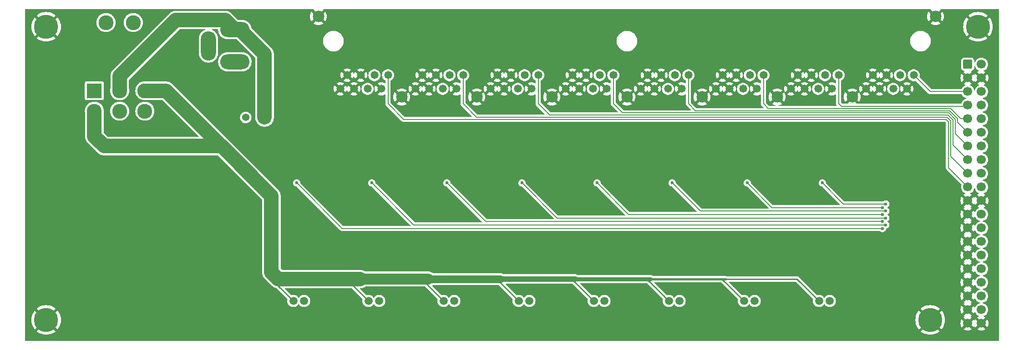
<source format=gbr>
%TF.GenerationSoftware,KiCad,Pcbnew,8.0.4*%
%TF.CreationDate,2024-09-16T12:53:31-07:00*%
%TF.ProjectId,PumpController8,50756d70-436f-46e7-9472-6f6c6c657238,rev?*%
%TF.SameCoordinates,Original*%
%TF.FileFunction,Copper,L2,Bot*%
%TF.FilePolarity,Positive*%
%FSLAX46Y46*%
G04 Gerber Fmt 4.6, Leading zero omitted, Abs format (unit mm)*
G04 Created by KiCad (PCBNEW 8.0.4) date 2024-09-16 12:53:31*
%MOMM*%
%LPD*%
G01*
G04 APERTURE LIST*
G04 Aperture macros list*
%AMRoundRect*
0 Rectangle with rounded corners*
0 $1 Rounding radius*
0 $2 $3 $4 $5 $6 $7 $8 $9 X,Y pos of 4 corners*
0 Add a 4 corners polygon primitive as box body*
4,1,4,$2,$3,$4,$5,$6,$7,$8,$9,$2,$3,0*
0 Add four circle primitives for the rounded corners*
1,1,$1+$1,$2,$3*
1,1,$1+$1,$4,$5*
1,1,$1+$1,$6,$7*
1,1,$1+$1,$8,$9*
0 Add four rect primitives between the rounded corners*
20,1,$1+$1,$2,$3,$4,$5,0*
20,1,$1+$1,$4,$5,$6,$7,0*
20,1,$1+$1,$6,$7,$8,$9,0*
20,1,$1+$1,$8,$9,$2,$3,0*%
G04 Aperture macros list end*
%TA.AperFunction,ComponentPad*%
%ADD10O,5.460000X2.819900*%
%TD*%
%TA.AperFunction,ComponentPad*%
%ADD11O,2.819900X5.460000*%
%TD*%
%TA.AperFunction,ComponentPad*%
%ADD12C,1.371600*%
%TD*%
%TA.AperFunction,ComponentPad*%
%ADD13C,1.473200*%
%TD*%
%TA.AperFunction,ComponentPad*%
%ADD14C,2.159000*%
%TD*%
%TA.AperFunction,ComponentPad*%
%ADD15C,1.500000*%
%TD*%
%TA.AperFunction,ComponentPad*%
%ADD16C,4.500000*%
%TD*%
%TA.AperFunction,ComponentPad*%
%ADD17RoundRect,0.250000X-0.600000X-0.600000X0.600000X-0.600000X0.600000X0.600000X-0.600000X0.600000X0*%
%TD*%
%TA.AperFunction,ComponentPad*%
%ADD18C,1.700000*%
%TD*%
%TA.AperFunction,ComponentPad*%
%ADD19R,2.775000X2.775000*%
%TD*%
%TA.AperFunction,ComponentPad*%
%ADD20C,2.775000*%
%TD*%
%TA.AperFunction,ViaPad*%
%ADD21C,0.600000*%
%TD*%
%TA.AperFunction,Conductor*%
%ADD22C,2.667000*%
%TD*%
%TA.AperFunction,Conductor*%
%ADD23C,0.200000*%
%TD*%
%TA.AperFunction,Conductor*%
%ADD24C,0.254000*%
%TD*%
%TA.AperFunction,Conductor*%
%ADD25C,0.762000*%
%TD*%
%TA.AperFunction,Conductor*%
%ADD26C,1.397000*%
%TD*%
%TA.AperFunction,Conductor*%
%ADD27C,1.016000*%
%TD*%
%TA.AperFunction,Conductor*%
%ADD28C,0.381000*%
%TD*%
%TA.AperFunction,Conductor*%
%ADD29C,1.778000*%
%TD*%
%TA.AperFunction,Conductor*%
%ADD30C,2.032000*%
%TD*%
G04 APERTURE END LIST*
D10*
%TO.P,J10,A,A*%
%TO.N,Net-(C9-Pad1)*%
X117020000Y-66835000D03*
D11*
%TO.P,J10,B,B*%
%TO.N,Net-(J10-PadB)*%
X112120000Y-63885000D03*
D10*
%TO.P,J10,C,C*%
%TO.N,Net-(C9-Pad2)*%
X117020000Y-60835000D03*
%TD*%
D12*
%TO.P,C9,1*%
%TO.N,Net-(C9-Pad1)*%
X119058750Y-77216000D03*
%TO.P,C9,2*%
%TO.N,Net-(C9-Pad2)*%
X122558751Y-77216000D03*
%TD*%
D13*
%TO.P,J9,1*%
%TO.N,/In1*%
X243306600Y-69342000D03*
%TO.P,J9,2*%
%TO.N,GNDS*%
X242036600Y-71882000D03*
%TO.P,J9,3*%
%TO.N,/B1*%
X240766600Y-69342000D03*
%TO.P,J9,4*%
%TO.N,+5V*%
X239496600Y-71882000D03*
%TO.P,J9,5*%
%TO.N,GNDS*%
X238226600Y-69342000D03*
%TO.P,J9,6*%
X236956600Y-71882000D03*
%TO.P,J9,7*%
X235686600Y-69342000D03*
%TO.P,J9,8*%
X234416600Y-71882000D03*
%TO.P,J9,9*%
%TO.N,/In2*%
X229336600Y-69342000D03*
%TO.P,J9,10*%
%TO.N,GNDS*%
X228066600Y-71882000D03*
%TO.P,J9,11*%
%TO.N,/B2*%
X226796600Y-69342000D03*
%TO.P,J9,12*%
%TO.N,+5V*%
X225526600Y-71882000D03*
%TO.P,J9,13*%
%TO.N,GNDS*%
X224256600Y-69342000D03*
%TO.P,J9,14*%
X222986600Y-71882000D03*
%TO.P,J9,15*%
X221716600Y-69342000D03*
%TO.P,J9,16*%
X220446600Y-71882000D03*
%TO.P,J9,17*%
%TO.N,/In3*%
X215366600Y-69342000D03*
%TO.P,J9,18*%
%TO.N,GNDS*%
X214096600Y-71882000D03*
%TO.P,J9,19*%
%TO.N,/B3*%
X212826600Y-69342000D03*
%TO.P,J9,20*%
%TO.N,+5V*%
X211556600Y-71882000D03*
%TO.P,J9,21*%
%TO.N,GNDS*%
X210286600Y-69342000D03*
%TO.P,J9,22*%
X209016600Y-71882000D03*
%TO.P,J9,23*%
X207746600Y-69342000D03*
%TO.P,J9,24*%
X206476600Y-71882000D03*
%TO.P,J9,25*%
%TO.N,/In4*%
X201396600Y-69342000D03*
%TO.P,J9,26*%
%TO.N,GNDS*%
X200126600Y-71882000D03*
%TO.P,J9,27*%
%TO.N,/B4*%
X198856600Y-69342000D03*
%TO.P,J9,28*%
%TO.N,+5V*%
X197586600Y-71882000D03*
%TO.P,J9,29*%
%TO.N,GNDS*%
X196316600Y-69342000D03*
%TO.P,J9,30*%
X195046600Y-71882000D03*
%TO.P,J9,31*%
X193776600Y-69342000D03*
%TO.P,J9,32*%
X192506600Y-71882000D03*
%TO.P,J9,33*%
%TO.N,/In5*%
X187426600Y-69342000D03*
%TO.P,J9,34*%
%TO.N,GNDS*%
X186156600Y-71882000D03*
%TO.P,J9,35*%
%TO.N,/B5*%
X184886600Y-69342000D03*
%TO.P,J9,36*%
%TO.N,+5V*%
X183616600Y-71882000D03*
%TO.P,J9,37*%
%TO.N,GNDS*%
X182346600Y-69342000D03*
%TO.P,J9,38*%
X181076600Y-71882000D03*
%TO.P,J9,39*%
X179806600Y-69342000D03*
%TO.P,J9,40*%
X178536600Y-71882000D03*
%TO.P,J9,41*%
%TO.N,/In6*%
X173456600Y-69342000D03*
%TO.P,J9,42*%
%TO.N,GNDS*%
X172186600Y-71882000D03*
%TO.P,J9,43*%
%TO.N,/B6*%
X170916600Y-69342000D03*
%TO.P,J9,44*%
%TO.N,+5V*%
X169646600Y-71882000D03*
%TO.P,J9,45*%
%TO.N,GNDS*%
X168376600Y-69342000D03*
%TO.P,J9,46*%
X167106600Y-71882000D03*
%TO.P,J9,47*%
X165836600Y-69342000D03*
%TO.P,J9,48*%
X164566600Y-71882000D03*
%TO.P,J9,49*%
%TO.N,/In7*%
X159486600Y-69342000D03*
%TO.P,J9,50*%
%TO.N,GNDS*%
X158216600Y-71882000D03*
%TO.P,J9,51*%
%TO.N,/B7*%
X156946600Y-69342000D03*
%TO.P,J9,52*%
%TO.N,+5V*%
X155676600Y-71882000D03*
%TO.P,J9,53*%
%TO.N,GNDS*%
X154406600Y-69342000D03*
%TO.P,J9,54*%
X153136600Y-71882000D03*
%TO.P,J9,55*%
X151866600Y-69342000D03*
%TO.P,J9,56*%
X150596600Y-71882000D03*
%TO.P,J9,57*%
%TO.N,/In8*%
X145516600Y-69342000D03*
%TO.P,J9,58*%
%TO.N,GNDS*%
X144246600Y-71882000D03*
%TO.P,J9,59*%
%TO.N,/B8*%
X142976600Y-69342000D03*
%TO.P,J9,60*%
%TO.N,+5V*%
X141706600Y-71882000D03*
%TO.P,J9,61*%
%TO.N,GNDS*%
X140436600Y-69342000D03*
%TO.P,J9,62*%
X139166600Y-71882000D03*
%TO.P,J9,63*%
X137896600Y-69342000D03*
%TO.P,J9,64*%
X136626600Y-71882000D03*
D14*
%TO.P,J9,67*%
X247370600Y-58420000D03*
%TO.P,J9,68*%
X132562600Y-58420000D03*
%TO.P,J9,69*%
X231876600Y-73406000D03*
%TO.P,J9,70*%
X217906600Y-73406000D03*
%TO.P,J9,71*%
X203936600Y-73406000D03*
%TO.P,J9,72*%
X189966600Y-73406000D03*
%TO.P,J9,73*%
X175996600Y-73406000D03*
%TO.P,J9,74*%
X162026600Y-73406000D03*
%TO.P,J9,75*%
X148056600Y-73406000D03*
%TD*%
D15*
%TO.P,J7,1,V+*%
%TO.N,Net-(J7-V+)*%
X143875000Y-111395000D03*
%TO.P,J7,2,Gnd*%
%TO.N,Net-(J1-Gnd)*%
X141875000Y-111395000D03*
%TD*%
D16*
%TO.P,H4,1,1*%
%TO.N,GNDS*%
X81915000Y-60325000D03*
%TD*%
D17*
%TO.P,J11,1,5V*%
%TO.N,+5V*%
X253365000Y-67310000D03*
D18*
%TO.P,J11,2,5V*%
X255905000Y-67310000D03*
%TO.P,J11,3,Gnd*%
%TO.N,GNDS*%
X253365000Y-69850000D03*
%TO.P,J11,4,Gnd*%
X255905000Y-69850000D03*
%TO.P,J11,5,In1*%
%TO.N,/In1*%
X253365000Y-72390000D03*
%TO.P,J11,6,Out1*%
%TO.N,/Out1*%
X255905000Y-72390000D03*
%TO.P,J11,7,In2*%
%TO.N,/In2*%
X253365000Y-74930000D03*
%TO.P,J11,8,Out2*%
%TO.N,/Out2*%
X255905000Y-74930000D03*
%TO.P,J11,9,In3*%
%TO.N,/In3*%
X253365000Y-77470000D03*
%TO.P,J11,10,Out3*%
%TO.N,/Out3*%
X255905000Y-77470000D03*
%TO.P,J11,11,In4*%
%TO.N,/In4*%
X253365000Y-80010000D03*
%TO.P,J11,12,Out4*%
%TO.N,/Out4*%
X255905000Y-80010000D03*
%TO.P,J11,13,In5*%
%TO.N,/In5*%
X253365000Y-82550000D03*
%TO.P,J11,14,Out5*%
%TO.N,/Out5*%
X255905000Y-82550000D03*
%TO.P,J11,15,In6*%
%TO.N,/In6*%
X253365000Y-85090000D03*
%TO.P,J11,16,Out6*%
%TO.N,/Out6*%
X255905000Y-85090000D03*
%TO.P,J11,17,In7*%
%TO.N,/In7*%
X253365000Y-87630000D03*
%TO.P,J11,18,Out7*%
%TO.N,/Out7*%
X255905000Y-87630000D03*
%TO.P,J11,19,In8*%
%TO.N,/In8*%
X253365000Y-90170000D03*
%TO.P,J11,20,Out8*%
%TO.N,/Out8*%
X255905000Y-90170000D03*
%TO.P,J11,21,Gnd*%
%TO.N,GNDS*%
X253365000Y-92710000D03*
%TO.P,J11,22,Gnd*%
X255905000Y-92710000D03*
%TO.P,J11,23,In9*%
X253365000Y-95250000D03*
%TO.P,J11,24,Out9*%
%TO.N,/Out9*%
X255905000Y-95250000D03*
%TO.P,J11,25,In10*%
%TO.N,GNDS*%
X253365000Y-97790000D03*
%TO.P,J11,26,Out10*%
%TO.N,/Out10*%
X255905000Y-97790000D03*
%TO.P,J11,27,In11*%
%TO.N,GNDS*%
X253365000Y-100330000D03*
%TO.P,J11,28,Out11*%
%TO.N,/Out11*%
X255905000Y-100330000D03*
%TO.P,J11,29,In12*%
%TO.N,GNDS*%
X253365000Y-102870000D03*
%TO.P,J11,30,Out12*%
%TO.N,/Out12*%
X255905000Y-102870000D03*
%TO.P,J11,31,In13*%
%TO.N,GNDS*%
X253365000Y-105410000D03*
%TO.P,J11,32,Out13*%
%TO.N,/Out13*%
X255905000Y-105410000D03*
%TO.P,J11,33,In14*%
%TO.N,GNDS*%
X253365000Y-107950000D03*
%TO.P,J11,34,Out14*%
%TO.N,/Out14*%
X255905000Y-107950000D03*
%TO.P,J11,35,In15*%
%TO.N,GNDS*%
X253365000Y-110490000D03*
%TO.P,J11,36,Out15*%
%TO.N,/Out15*%
X255905000Y-110490000D03*
%TO.P,J11,37,In16*%
%TO.N,GNDS*%
X253365000Y-113030000D03*
%TO.P,J11,38,Out16*%
%TO.N,/Out16*%
X255905000Y-113030000D03*
%TO.P,J11,39,Gnd*%
%TO.N,GNDS*%
X253365000Y-115570000D03*
%TO.P,J11,40,Gnd*%
X255905000Y-115570000D03*
%TD*%
D16*
%TO.P,H1,1,1*%
%TO.N,GNDS*%
X255270000Y-60325000D03*
%TD*%
D15*
%TO.P,J5,1,V+*%
%TO.N,Net-(J5-V+)*%
X171815000Y-111395000D03*
%TO.P,J5,2,Gnd*%
%TO.N,Net-(J1-Gnd)*%
X169815000Y-111395000D03*
%TD*%
%TO.P,J8,1,V+*%
%TO.N,Net-(J8-V+)*%
X129905000Y-111395000D03*
%TO.P,J8,2,Gnd*%
%TO.N,Net-(J1-Gnd)*%
X127905000Y-111395000D03*
%TD*%
%TO.P,J3,1,V+*%
%TO.N,Net-(J3-V+)*%
X199755000Y-111395000D03*
%TO.P,J3,2,Gnd*%
%TO.N,Net-(J1-Gnd)*%
X197755000Y-111395000D03*
%TD*%
%TO.P,J2,1,V+*%
%TO.N,Net-(J2-V+)*%
X213725000Y-111395000D03*
%TO.P,J2,2,Gnd*%
%TO.N,Net-(J1-Gnd)*%
X211725000Y-111395000D03*
%TD*%
%TO.P,J6,1,V+*%
%TO.N,Net-(J6-V+)*%
X157845000Y-111395000D03*
%TO.P,J6,2,Gnd*%
%TO.N,Net-(J1-Gnd)*%
X155845000Y-111395000D03*
%TD*%
D16*
%TO.P,H3,1,1*%
%TO.N,GNDS*%
X81915000Y-114935000D03*
%TD*%
%TO.P,H2,1,1*%
%TO.N,GNDS*%
X246380000Y-114935000D03*
%TD*%
D19*
%TO.P,S1,1*%
%TO.N,Net-(S1-Pad1)*%
X90887500Y-72231250D03*
D20*
%TO.P,S1,2*%
%TO.N,Net-(C9-Pad2)*%
X95587500Y-72231250D03*
%TO.P,S1,3*%
%TO.N,Net-(J1-Gnd)*%
X100287500Y-72231250D03*
%TO.P,S1,4*%
X90887500Y-76041250D03*
%TO.P,S1,5*%
%TO.N,Net-(C9-Pad1)*%
X95587500Y-76041250D03*
%TO.P,S1,6*%
%TO.N,Net-(S1-Pad1)*%
X100287500Y-76041250D03*
%TO.P,S1,S1*%
%TO.N,N/C*%
X93047500Y-59531250D03*
%TO.P,S1,S2*%
X98127500Y-59531250D03*
%TD*%
D15*
%TO.P,J1,1,V+*%
%TO.N,Net-(J1-V+)*%
X227695000Y-111395000D03*
%TO.P,J1,2,Gnd*%
%TO.N,Net-(J1-Gnd)*%
X225695000Y-111395000D03*
%TD*%
%TO.P,J4,1,V+*%
%TO.N,Net-(J4-V+)*%
X185785000Y-111395000D03*
%TO.P,J4,2,Gnd*%
%TO.N,Net-(J1-Gnd)*%
X183785000Y-111395000D03*
%TD*%
D21*
%TO.N,/B16*%
X128524000Y-89408000D03*
X237490000Y-97890998D03*
%TO.N,/B15*%
X238125000Y-97240999D03*
X142494000Y-89408000D03*
%TO.N,/B14*%
X237490000Y-96590998D03*
X156464000Y-89408000D03*
%TO.N,/B13*%
X170434000Y-89408000D03*
X238125000Y-95940999D03*
%TO.N,/B12*%
X184404000Y-89408000D03*
X237490000Y-95290998D03*
%TO.N,/B11*%
X198374000Y-89408000D03*
X238125000Y-94640999D03*
%TO.N,/B10*%
X212344000Y-89408000D03*
X237490000Y-93990998D03*
%TO.N,/B9*%
X226314000Y-89408000D03*
X238125000Y-93341000D03*
%TD*%
D22*
%TO.N,Net-(J1-Gnd)*%
X104235250Y-72231250D02*
X100287500Y-72231250D01*
X114437750Y-82433750D02*
X104235250Y-72231250D01*
X114437750Y-82550000D02*
X114437750Y-82433750D01*
X90887500Y-80727500D02*
X92710000Y-82550000D01*
X92710000Y-82550000D02*
X114437750Y-82550000D01*
X90887500Y-76041250D02*
X90887500Y-80727500D01*
%TO.N,Net-(C9-Pad2)*%
X95587500Y-69512500D02*
X95587500Y-72231250D01*
X106045000Y-59055000D02*
X95587500Y-69512500D01*
X115240000Y-59055000D02*
X106045000Y-59055000D01*
X117020000Y-60835000D02*
X115240000Y-59055000D01*
%TO.N,Net-(J1-Gnd)*%
X125095000Y-107315000D02*
X140335000Y-107315000D01*
X123825000Y-106045000D02*
X125095000Y-107315000D01*
X114554000Y-82550000D02*
X123825000Y-91821000D01*
X123825000Y-91821000D02*
X123825000Y-106045000D01*
%TO.N,Net-(C9-Pad2)*%
X122558751Y-65408751D02*
X122558751Y-77216000D01*
X117985000Y-60835000D02*
X122558751Y-65408751D01*
D23*
%TO.N,/B9*%
X230247000Y-93341000D02*
X226314000Y-89408000D01*
X238125000Y-93341000D02*
X230247000Y-93341000D01*
%TO.N,/B10*%
X216926998Y-93990998D02*
X212344000Y-89408000D01*
X237490000Y-93990998D02*
X216926998Y-93990998D01*
%TO.N,/B11*%
X203606999Y-94640999D02*
X198374000Y-89408000D01*
X238125000Y-94640999D02*
X203606999Y-94640999D01*
%TO.N,/B12*%
X190286998Y-95290998D02*
X184404000Y-89408000D01*
X237490000Y-95290998D02*
X190286998Y-95290998D01*
%TO.N,/B13*%
X176966999Y-95940999D02*
X170434000Y-89408000D01*
X238125000Y-95940999D02*
X176966999Y-95940999D01*
%TO.N,/B14*%
X163646998Y-96590998D02*
X156464000Y-89408000D01*
X237490000Y-96590998D02*
X163646998Y-96590998D01*
%TO.N,/B15*%
X150326999Y-97240999D02*
X142494000Y-89408000D01*
X238125000Y-97240999D02*
X150326999Y-97240999D01*
%TO.N,/B16*%
X137006998Y-97890998D02*
X128524000Y-89408000D01*
X237490000Y-97890998D02*
X137006998Y-97890998D01*
%TO.N,/In2*%
X229336600Y-74650600D02*
X229336600Y-69342000D01*
X229851000Y-75165000D02*
X229336600Y-74650600D01*
X253130000Y-75165000D02*
X229851000Y-75165000D01*
D24*
%TO.N,Net-(J1-Gnd)*%
X211725000Y-111395000D02*
X207645000Y-107315000D01*
D25*
X194310000Y-107315000D02*
X180340000Y-107315000D01*
D24*
X221615000Y-107315000D02*
X225695000Y-111395000D01*
D26*
X166370000Y-107315000D02*
X153035000Y-107315000D01*
D27*
X180340000Y-107315000D02*
X166370000Y-107315000D01*
D24*
X141875000Y-111395000D02*
X137795000Y-107315000D01*
X155845000Y-111395000D02*
X151765000Y-107315000D01*
D28*
X194310000Y-107315000D02*
X208280000Y-107315000D01*
D29*
X139700000Y-107315000D02*
X140335000Y-107315000D01*
D24*
X197755000Y-111395000D02*
X193675000Y-107315000D01*
D30*
X153035000Y-107315000D02*
X139700000Y-107315000D01*
D24*
X127905000Y-111395000D02*
X125095000Y-108585000D01*
X169815000Y-111395000D02*
X165735000Y-107315000D01*
X183785000Y-111395000D02*
X179705000Y-107315000D01*
X208280000Y-107315000D02*
X221615000Y-107315000D01*
D23*
%TO.N,/In1*%
X246354600Y-72390000D02*
X243306600Y-69342000D01*
X253365000Y-72390000D02*
X246354600Y-72390000D01*
%TO.N,/In3*%
X216281000Y-75565000D02*
X215366600Y-74650600D01*
X250190000Y-75565000D02*
X216281000Y-75565000D01*
X252095000Y-77470000D02*
X250190000Y-75565000D01*
X215366600Y-74650600D02*
X215366600Y-69342000D01*
X253365000Y-77470000D02*
X252095000Y-77470000D01*
%TO.N,/In4*%
X250024314Y-75965000D02*
X202711000Y-75965000D01*
X251460000Y-78105000D02*
X251460000Y-77400686D01*
X202711000Y-75965000D02*
X201396600Y-74650600D01*
X201396600Y-74650600D02*
X201396600Y-69342000D01*
X253365000Y-80010000D02*
X251460000Y-78105000D01*
X251460000Y-77400686D02*
X250024314Y-75965000D01*
%TO.N,/In5*%
X187426600Y-74617974D02*
X187426600Y-69342000D01*
X189173626Y-76365000D02*
X187426600Y-74617974D01*
X251060000Y-77566372D02*
X249858628Y-76365000D01*
X251060000Y-80245000D02*
X251060000Y-77566372D01*
X249858628Y-76365000D02*
X189173626Y-76365000D01*
X253365000Y-82550000D02*
X251060000Y-80245000D01*
%TO.N,/In6*%
X173456600Y-74650600D02*
X173456600Y-69342000D01*
X249692942Y-76765000D02*
X175571000Y-76765000D01*
X250660000Y-82385000D02*
X250660000Y-77732058D01*
X250660000Y-77732058D02*
X249692942Y-76765000D01*
X253365000Y-85090000D02*
X250660000Y-82385000D01*
X175571000Y-76765000D02*
X173456600Y-74650600D01*
%TO.N,/In7*%
X162001000Y-77165000D02*
X159486600Y-74650600D01*
X159486600Y-74650600D02*
X159486600Y-69342000D01*
X249527256Y-77165000D02*
X162001000Y-77165000D01*
X250190000Y-84455000D02*
X250190000Y-77827744D01*
X253365000Y-87630000D02*
X250190000Y-84455000D01*
X250190000Y-77827744D02*
X249527256Y-77165000D01*
%TO.N,/In8*%
X145516600Y-74650600D02*
X145516600Y-69342000D01*
X249790000Y-77993430D02*
X249361570Y-77565000D01*
X249361570Y-77565000D02*
X148431000Y-77565000D01*
X249790000Y-86595000D02*
X249790000Y-77993430D01*
X148431000Y-77565000D02*
X145516600Y-74650600D01*
X253365000Y-90170000D02*
X249790000Y-86595000D01*
%TD*%
%TA.AperFunction,Conductor*%
%TO.N,GNDS*%
G36*
X254479925Y-113791372D02*
G01*
X254538603Y-113707573D01*
X254638428Y-113493496D01*
X254638430Y-113493491D01*
X254639194Y-113490639D01*
X254668309Y-113452684D01*
X254715734Y-113446433D01*
X254753689Y-113475548D01*
X254756211Y-113480392D01*
X254834415Y-113648101D01*
X254958013Y-113824618D01*
X255110381Y-113976986D01*
X255174599Y-114021951D01*
X255286898Y-114100584D01*
X255286897Y-114100584D01*
X255379968Y-114143983D01*
X255454607Y-114178788D01*
X255486924Y-114214056D01*
X255484837Y-114261846D01*
X255449569Y-114294163D01*
X255444373Y-114295801D01*
X255441513Y-114296567D01*
X255441510Y-114296568D01*
X255227426Y-114396397D01*
X255143626Y-114455073D01*
X255775590Y-115087037D01*
X255712007Y-115104075D01*
X255597993Y-115169901D01*
X255504901Y-115262993D01*
X255439075Y-115377007D01*
X255422037Y-115440590D01*
X254790073Y-114808626D01*
X254731397Y-114892426D01*
X254691644Y-114977678D01*
X254656376Y-115009995D01*
X254608586Y-115007908D01*
X254578356Y-114977678D01*
X254538600Y-114892422D01*
X254479926Y-114808625D01*
X253847962Y-115440589D01*
X253830925Y-115377007D01*
X253765099Y-115262993D01*
X253672007Y-115169901D01*
X253557993Y-115104075D01*
X253494407Y-115087037D01*
X254126373Y-114455072D01*
X254042577Y-114396399D01*
X254042575Y-114396397D01*
X253957322Y-114356644D01*
X253925004Y-114321377D01*
X253927091Y-114273587D01*
X253957322Y-114243356D01*
X254042573Y-114203603D01*
X254126372Y-114144925D01*
X253494409Y-113512962D01*
X253557993Y-113495925D01*
X253672007Y-113430099D01*
X253765099Y-113337007D01*
X253830925Y-113222993D01*
X253847962Y-113159409D01*
X254479925Y-113791372D01*
G37*
%TD.AperFunction*%
%TA.AperFunction,Conductor*%
G36*
X254479925Y-111251372D02*
G01*
X254538603Y-111167573D01*
X254638428Y-110953496D01*
X254638430Y-110953491D01*
X254639194Y-110950639D01*
X254668309Y-110912684D01*
X254715734Y-110906433D01*
X254753689Y-110935548D01*
X254756211Y-110940392D01*
X254834415Y-111108101D01*
X254958013Y-111284618D01*
X255110381Y-111436986D01*
X255174599Y-111481951D01*
X255286898Y-111560584D01*
X255286897Y-111560584D01*
X255379564Y-111603795D01*
X255482193Y-111651652D01*
X255482195Y-111651652D01*
X255482196Y-111651653D01*
X255661248Y-111699630D01*
X255699199Y-111728750D01*
X255705442Y-111776176D01*
X255676322Y-111814127D01*
X255661248Y-111820370D01*
X255482196Y-111868346D01*
X255482194Y-111868347D01*
X255286898Y-111959415D01*
X255110381Y-112083013D01*
X254958013Y-112235381D01*
X254834415Y-112411898D01*
X254756211Y-112579607D01*
X254720943Y-112611924D01*
X254673153Y-112609837D01*
X254640836Y-112574569D01*
X254639195Y-112569363D01*
X254638430Y-112566507D01*
X254538600Y-112352422D01*
X254479926Y-112268625D01*
X253847962Y-112900589D01*
X253830925Y-112837007D01*
X253765099Y-112722993D01*
X253672007Y-112629901D01*
X253557993Y-112564075D01*
X253494407Y-112547037D01*
X254126373Y-111915072D01*
X254042577Y-111856399D01*
X254042575Y-111856397D01*
X253957322Y-111816644D01*
X253925004Y-111781377D01*
X253927091Y-111733587D01*
X253957322Y-111703356D01*
X254042573Y-111663603D01*
X254126372Y-111604925D01*
X253494409Y-110972962D01*
X253557993Y-110955925D01*
X253672007Y-110890099D01*
X253765099Y-110797007D01*
X253830925Y-110682993D01*
X253847962Y-110619409D01*
X254479925Y-111251372D01*
G37*
%TD.AperFunction*%
%TA.AperFunction,Conductor*%
G36*
X254479925Y-108711372D02*
G01*
X254538603Y-108627573D01*
X254638428Y-108413496D01*
X254638430Y-108413491D01*
X254639194Y-108410639D01*
X254668309Y-108372684D01*
X254715734Y-108366433D01*
X254753689Y-108395548D01*
X254756211Y-108400392D01*
X254834415Y-108568101D01*
X254958013Y-108744618D01*
X255110381Y-108896986D01*
X255174599Y-108941951D01*
X255286898Y-109020584D01*
X255286897Y-109020584D01*
X255381987Y-109064925D01*
X255482193Y-109111652D01*
X255482195Y-109111652D01*
X255482196Y-109111653D01*
X255661248Y-109159630D01*
X255699199Y-109188750D01*
X255705442Y-109236176D01*
X255676322Y-109274127D01*
X255661248Y-109280370D01*
X255482196Y-109328346D01*
X255482194Y-109328347D01*
X255286898Y-109419415D01*
X255110381Y-109543013D01*
X254958013Y-109695381D01*
X254834415Y-109871898D01*
X254756211Y-110039607D01*
X254720943Y-110071924D01*
X254673153Y-110069837D01*
X254640836Y-110034569D01*
X254639195Y-110029363D01*
X254638430Y-110026507D01*
X254538600Y-109812422D01*
X254479926Y-109728625D01*
X253847962Y-110360589D01*
X253830925Y-110297007D01*
X253765099Y-110182993D01*
X253672007Y-110089901D01*
X253557993Y-110024075D01*
X253494407Y-110007037D01*
X254126373Y-109375072D01*
X254042577Y-109316399D01*
X254042575Y-109316397D01*
X253957322Y-109276644D01*
X253925004Y-109241377D01*
X253927091Y-109193587D01*
X253957322Y-109163356D01*
X254042573Y-109123603D01*
X254126372Y-109064925D01*
X253494409Y-108432962D01*
X253557993Y-108415925D01*
X253672007Y-108350099D01*
X253765099Y-108257007D01*
X253830925Y-108142993D01*
X253847962Y-108079409D01*
X254479925Y-108711372D01*
G37*
%TD.AperFunction*%
%TA.AperFunction,Conductor*%
G36*
X254479925Y-106171372D02*
G01*
X254538603Y-106087573D01*
X254638428Y-105873496D01*
X254638430Y-105873491D01*
X254639194Y-105870639D01*
X254668309Y-105832684D01*
X254715734Y-105826433D01*
X254753689Y-105855548D01*
X254756211Y-105860392D01*
X254834415Y-106028101D01*
X254958013Y-106204618D01*
X255110381Y-106356986D01*
X255159391Y-106391303D01*
X255286898Y-106480584D01*
X255286897Y-106480584D01*
X255381987Y-106524925D01*
X255482193Y-106571652D01*
X255482195Y-106571652D01*
X255482196Y-106571653D01*
X255661248Y-106619630D01*
X255699199Y-106648750D01*
X255705442Y-106696176D01*
X255676322Y-106734127D01*
X255661248Y-106740370D01*
X255482196Y-106788346D01*
X255482194Y-106788347D01*
X255286898Y-106879415D01*
X255110381Y-107003013D01*
X254958013Y-107155381D01*
X254834415Y-107331898D01*
X254756211Y-107499607D01*
X254720943Y-107531924D01*
X254673153Y-107529837D01*
X254640836Y-107494569D01*
X254639195Y-107489363D01*
X254638430Y-107486507D01*
X254538600Y-107272422D01*
X254479926Y-107188625D01*
X253847962Y-107820589D01*
X253830925Y-107757007D01*
X253765099Y-107642993D01*
X253672007Y-107549901D01*
X253557993Y-107484075D01*
X253494407Y-107467037D01*
X254126373Y-106835072D01*
X254042577Y-106776399D01*
X254042575Y-106776397D01*
X253957322Y-106736644D01*
X253925004Y-106701377D01*
X253927091Y-106653587D01*
X253957322Y-106623356D01*
X254042573Y-106583603D01*
X254126372Y-106524925D01*
X253494409Y-105892962D01*
X253557993Y-105875925D01*
X253672007Y-105810099D01*
X253765099Y-105717007D01*
X253830925Y-105602993D01*
X253847962Y-105539409D01*
X254479925Y-106171372D01*
G37*
%TD.AperFunction*%
%TA.AperFunction,Conductor*%
G36*
X254479925Y-103631372D02*
G01*
X254538603Y-103547573D01*
X254638428Y-103333496D01*
X254638430Y-103333491D01*
X254639194Y-103330639D01*
X254668309Y-103292684D01*
X254715734Y-103286433D01*
X254753689Y-103315548D01*
X254756211Y-103320392D01*
X254834415Y-103488101D01*
X254958013Y-103664618D01*
X255110381Y-103816986D01*
X255174599Y-103861951D01*
X255286898Y-103940584D01*
X255286897Y-103940584D01*
X255381987Y-103984925D01*
X255482193Y-104031652D01*
X255482195Y-104031652D01*
X255482196Y-104031653D01*
X255661248Y-104079630D01*
X255699199Y-104108750D01*
X255705442Y-104156176D01*
X255676322Y-104194127D01*
X255661248Y-104200370D01*
X255482196Y-104248346D01*
X255482194Y-104248347D01*
X255286898Y-104339415D01*
X255110381Y-104463013D01*
X254958013Y-104615381D01*
X254834415Y-104791898D01*
X254756211Y-104959607D01*
X254720943Y-104991924D01*
X254673153Y-104989837D01*
X254640836Y-104954569D01*
X254639195Y-104949363D01*
X254638430Y-104946507D01*
X254538600Y-104732422D01*
X254479926Y-104648625D01*
X253847962Y-105280589D01*
X253830925Y-105217007D01*
X253765099Y-105102993D01*
X253672007Y-105009901D01*
X253557993Y-104944075D01*
X253494407Y-104927037D01*
X254126373Y-104295072D01*
X254042577Y-104236399D01*
X254042575Y-104236397D01*
X253957322Y-104196644D01*
X253925004Y-104161377D01*
X253927091Y-104113587D01*
X253957322Y-104083356D01*
X254042573Y-104043603D01*
X254126372Y-103984925D01*
X253494409Y-103352962D01*
X253557993Y-103335925D01*
X253672007Y-103270099D01*
X253765099Y-103177007D01*
X253830925Y-103062993D01*
X253847962Y-102999409D01*
X254479925Y-103631372D01*
G37*
%TD.AperFunction*%
%TA.AperFunction,Conductor*%
G36*
X254479925Y-101091372D02*
G01*
X254538603Y-101007573D01*
X254638428Y-100793496D01*
X254638430Y-100793491D01*
X254639194Y-100790639D01*
X254668309Y-100752684D01*
X254715734Y-100746433D01*
X254753689Y-100775548D01*
X254756211Y-100780392D01*
X254834415Y-100948101D01*
X254958013Y-101124618D01*
X255110381Y-101276986D01*
X255174599Y-101321951D01*
X255286898Y-101400584D01*
X255286897Y-101400584D01*
X255381987Y-101444925D01*
X255482193Y-101491652D01*
X255482195Y-101491652D01*
X255482196Y-101491653D01*
X255661248Y-101539630D01*
X255699199Y-101568750D01*
X255705442Y-101616176D01*
X255676322Y-101654127D01*
X255661248Y-101660370D01*
X255482196Y-101708346D01*
X255482194Y-101708347D01*
X255286898Y-101799415D01*
X255110381Y-101923013D01*
X254958013Y-102075381D01*
X254834415Y-102251898D01*
X254756211Y-102419607D01*
X254720943Y-102451924D01*
X254673153Y-102449837D01*
X254640836Y-102414569D01*
X254639195Y-102409363D01*
X254638430Y-102406507D01*
X254538600Y-102192422D01*
X254479926Y-102108625D01*
X253847962Y-102740589D01*
X253830925Y-102677007D01*
X253765099Y-102562993D01*
X253672007Y-102469901D01*
X253557993Y-102404075D01*
X253494407Y-102387037D01*
X254126373Y-101755072D01*
X254042577Y-101696399D01*
X254042575Y-101696397D01*
X253957322Y-101656644D01*
X253925004Y-101621377D01*
X253927091Y-101573587D01*
X253957322Y-101543356D01*
X254042573Y-101503603D01*
X254126372Y-101444925D01*
X253494409Y-100812962D01*
X253557993Y-100795925D01*
X253672007Y-100730099D01*
X253765099Y-100637007D01*
X253830925Y-100522993D01*
X253847962Y-100459409D01*
X254479925Y-101091372D01*
G37*
%TD.AperFunction*%
%TA.AperFunction,Conductor*%
G36*
X254479925Y-98551372D02*
G01*
X254538603Y-98467573D01*
X254638428Y-98253496D01*
X254638430Y-98253491D01*
X254639194Y-98250639D01*
X254668309Y-98212684D01*
X254715734Y-98206433D01*
X254753689Y-98235548D01*
X254756211Y-98240392D01*
X254834415Y-98408101D01*
X254958013Y-98584618D01*
X255110381Y-98736986D01*
X255174599Y-98781951D01*
X255286898Y-98860584D01*
X255286897Y-98860584D01*
X255381987Y-98904925D01*
X255482193Y-98951652D01*
X255482195Y-98951652D01*
X255482196Y-98951653D01*
X255661248Y-98999630D01*
X255699199Y-99028750D01*
X255705442Y-99076176D01*
X255676322Y-99114127D01*
X255661248Y-99120370D01*
X255482196Y-99168346D01*
X255482194Y-99168347D01*
X255286898Y-99259415D01*
X255110381Y-99383013D01*
X254958013Y-99535381D01*
X254834415Y-99711898D01*
X254756211Y-99879607D01*
X254720943Y-99911924D01*
X254673153Y-99909837D01*
X254640836Y-99874569D01*
X254639195Y-99869363D01*
X254638430Y-99866507D01*
X254538600Y-99652422D01*
X254479926Y-99568625D01*
X253847962Y-100200589D01*
X253830925Y-100137007D01*
X253765099Y-100022993D01*
X253672007Y-99929901D01*
X253557993Y-99864075D01*
X253494407Y-99847037D01*
X254126373Y-99215072D01*
X254042577Y-99156399D01*
X254042575Y-99156397D01*
X253957322Y-99116644D01*
X253925004Y-99081377D01*
X253927091Y-99033587D01*
X253957322Y-99003356D01*
X254042573Y-98963603D01*
X254126372Y-98904925D01*
X253494409Y-98272962D01*
X253557993Y-98255925D01*
X253672007Y-98190099D01*
X253765099Y-98097007D01*
X253830925Y-97982993D01*
X253847962Y-97919409D01*
X254479925Y-98551372D01*
G37*
%TD.AperFunction*%
%TA.AperFunction,Conductor*%
G36*
X254479925Y-96011372D02*
G01*
X254538603Y-95927573D01*
X254638428Y-95713496D01*
X254638430Y-95713491D01*
X254639194Y-95710639D01*
X254668309Y-95672684D01*
X254715734Y-95666433D01*
X254753689Y-95695548D01*
X254756211Y-95700392D01*
X254834415Y-95868101D01*
X254958013Y-96044618D01*
X255110381Y-96196986D01*
X255174599Y-96241951D01*
X255286898Y-96320584D01*
X255286897Y-96320584D01*
X255381987Y-96364925D01*
X255482193Y-96411652D01*
X255482195Y-96411652D01*
X255482196Y-96411653D01*
X255661248Y-96459630D01*
X255699199Y-96488750D01*
X255705442Y-96536176D01*
X255676322Y-96574127D01*
X255661248Y-96580370D01*
X255482196Y-96628346D01*
X255482194Y-96628347D01*
X255286898Y-96719415D01*
X255110381Y-96843013D01*
X254958013Y-96995381D01*
X254834415Y-97171898D01*
X254756211Y-97339607D01*
X254720943Y-97371924D01*
X254673153Y-97369837D01*
X254640836Y-97334569D01*
X254639195Y-97329363D01*
X254638430Y-97326507D01*
X254538600Y-97112422D01*
X254479926Y-97028625D01*
X253847962Y-97660589D01*
X253830925Y-97597007D01*
X253765099Y-97482993D01*
X253672007Y-97389901D01*
X253557993Y-97324075D01*
X253494407Y-97307037D01*
X254126373Y-96675072D01*
X254042577Y-96616399D01*
X254042575Y-96616397D01*
X253957322Y-96576644D01*
X253925004Y-96541377D01*
X253927091Y-96493587D01*
X253957322Y-96463356D01*
X254042573Y-96423603D01*
X254126372Y-96364925D01*
X253494409Y-95732962D01*
X253557993Y-95715925D01*
X253672007Y-95650099D01*
X253765099Y-95557007D01*
X253830925Y-95442993D01*
X253847962Y-95379409D01*
X254479925Y-96011372D01*
G37*
%TD.AperFunction*%
%TA.AperFunction,Conductor*%
G36*
X255439075Y-92902993D02*
G01*
X255504901Y-93017007D01*
X255597993Y-93110099D01*
X255712007Y-93175925D01*
X255775590Y-93192962D01*
X255143625Y-93824926D01*
X255227422Y-93883600D01*
X255227420Y-93883600D01*
X255441507Y-93983430D01*
X255444363Y-93984195D01*
X255482316Y-94013311D01*
X255488565Y-94060737D01*
X255459449Y-94098690D01*
X255454607Y-94101211D01*
X255286898Y-94179415D01*
X255110381Y-94303013D01*
X254958013Y-94455381D01*
X254834415Y-94631898D01*
X254756211Y-94799607D01*
X254720943Y-94831924D01*
X254673153Y-94829837D01*
X254640836Y-94794569D01*
X254639195Y-94789363D01*
X254638430Y-94786507D01*
X254538600Y-94572422D01*
X254479926Y-94488625D01*
X253847962Y-95120589D01*
X253830925Y-95057007D01*
X253765099Y-94942993D01*
X253672007Y-94849901D01*
X253557993Y-94784075D01*
X253494407Y-94767037D01*
X254126373Y-94135072D01*
X254042577Y-94076399D01*
X254042575Y-94076397D01*
X253957322Y-94036644D01*
X253925004Y-94001377D01*
X253927091Y-93953587D01*
X253957322Y-93923356D01*
X254042573Y-93883603D01*
X254126372Y-93824925D01*
X253494409Y-93192962D01*
X253557993Y-93175925D01*
X253672007Y-93110099D01*
X253765099Y-93017007D01*
X253830925Y-92902993D01*
X253847962Y-92839409D01*
X254479925Y-93471372D01*
X254538603Y-93387573D01*
X254578356Y-93302322D01*
X254613623Y-93270004D01*
X254661413Y-93272091D01*
X254691644Y-93302322D01*
X254731397Y-93387575D01*
X254731399Y-93387577D01*
X254790072Y-93471372D01*
X254790072Y-93471373D01*
X255422037Y-92839407D01*
X255439075Y-92902993D01*
G37*
%TD.AperFunction*%
%TA.AperFunction,Conductor*%
G36*
X254689127Y-90398677D02*
G01*
X254695370Y-90413751D01*
X254743346Y-90592803D01*
X254743347Y-90592805D01*
X254834415Y-90788101D01*
X254958013Y-90964618D01*
X255110381Y-91116986D01*
X255110384Y-91116988D01*
X255286898Y-91240584D01*
X255286897Y-91240584D01*
X255346890Y-91268559D01*
X255454607Y-91318788D01*
X255486924Y-91354056D01*
X255484837Y-91401846D01*
X255449569Y-91434163D01*
X255444373Y-91435801D01*
X255441513Y-91436567D01*
X255441510Y-91436568D01*
X255227426Y-91536397D01*
X255143626Y-91595073D01*
X255775590Y-92227037D01*
X255712007Y-92244075D01*
X255597993Y-92309901D01*
X255504901Y-92402993D01*
X255439075Y-92517007D01*
X255422037Y-92580590D01*
X254790073Y-91948626D01*
X254731397Y-92032426D01*
X254691644Y-92117678D01*
X254656376Y-92149995D01*
X254608586Y-92147908D01*
X254578356Y-92117678D01*
X254538600Y-92032422D01*
X254479926Y-91948625D01*
X253847962Y-92580589D01*
X253830925Y-92517007D01*
X253765099Y-92402993D01*
X253672007Y-92309901D01*
X253557993Y-92244075D01*
X253494407Y-92227037D01*
X254126373Y-91595072D01*
X254042577Y-91536399D01*
X254042579Y-91536399D01*
X253828489Y-91436568D01*
X253825629Y-91435802D01*
X253787679Y-91406681D01*
X253781436Y-91359255D01*
X253810557Y-91321305D01*
X253815386Y-91318791D01*
X253983102Y-91240584D01*
X254159617Y-91116987D01*
X254311987Y-90964617D01*
X254435584Y-90788102D01*
X254526652Y-90592807D01*
X254532644Y-90570441D01*
X254574630Y-90413751D01*
X254603750Y-90375800D01*
X254651176Y-90369557D01*
X254689127Y-90398677D01*
G37*
%TD.AperFunction*%
%TA.AperFunction,Conductor*%
G36*
X255439075Y-70042993D02*
G01*
X255504901Y-70157007D01*
X255597993Y-70250099D01*
X255712007Y-70315925D01*
X255775590Y-70332962D01*
X255143625Y-70964926D01*
X255227422Y-71023600D01*
X255227420Y-71023600D01*
X255441507Y-71123430D01*
X255444363Y-71124195D01*
X255482316Y-71153311D01*
X255488565Y-71200737D01*
X255459449Y-71238690D01*
X255454607Y-71241211D01*
X255286898Y-71319415D01*
X255110381Y-71443013D01*
X254958013Y-71595381D01*
X254834415Y-71771898D01*
X254743347Y-71967194D01*
X254743346Y-71967196D01*
X254695370Y-72146248D01*
X254666250Y-72184199D01*
X254618824Y-72190442D01*
X254580873Y-72161322D01*
X254574630Y-72146248D01*
X254526653Y-71967196D01*
X254526652Y-71967194D01*
X254526496Y-71966860D01*
X254435584Y-71771898D01*
X254391101Y-71708369D01*
X254311986Y-71595381D01*
X254159618Y-71443013D01*
X254047318Y-71364380D01*
X253983102Y-71319416D01*
X253983100Y-71319415D01*
X253983102Y-71319415D01*
X253815392Y-71241211D01*
X253783075Y-71205943D01*
X253785162Y-71158153D01*
X253820430Y-71125836D01*
X253825639Y-71124194D01*
X253828491Y-71123430D01*
X253828496Y-71123428D01*
X254042573Y-71023603D01*
X254126372Y-70964925D01*
X253494409Y-70332962D01*
X253557993Y-70315925D01*
X253672007Y-70250099D01*
X253765099Y-70157007D01*
X253830925Y-70042993D01*
X253847962Y-69979409D01*
X254479925Y-70611372D01*
X254538603Y-70527573D01*
X254578356Y-70442322D01*
X254613623Y-70410004D01*
X254661413Y-70412091D01*
X254691644Y-70442322D01*
X254731397Y-70527575D01*
X254731399Y-70527577D01*
X254790072Y-70611372D01*
X254790072Y-70611373D01*
X255422037Y-69979407D01*
X255439075Y-70042993D01*
G37*
%TD.AperFunction*%
%TA.AperFunction,Conductor*%
G36*
X254703194Y-67615302D02*
G01*
X254719370Y-67643320D01*
X254743346Y-67732803D01*
X254743347Y-67732805D01*
X254834415Y-67928101D01*
X254958013Y-68104618D01*
X255110381Y-68256986D01*
X255171993Y-68300127D01*
X255286898Y-68380584D01*
X255286897Y-68380584D01*
X255379968Y-68423983D01*
X255454607Y-68458788D01*
X255486924Y-68494056D01*
X255484837Y-68541846D01*
X255449569Y-68574163D01*
X255444373Y-68575801D01*
X255441513Y-68576567D01*
X255441510Y-68576568D01*
X255227426Y-68676397D01*
X255143626Y-68735073D01*
X255775590Y-69367037D01*
X255712007Y-69384075D01*
X255597993Y-69449901D01*
X255504901Y-69542993D01*
X255439075Y-69657007D01*
X255422037Y-69720590D01*
X254790073Y-69088626D01*
X254731397Y-69172426D01*
X254691644Y-69257678D01*
X254656376Y-69289995D01*
X254608586Y-69287908D01*
X254578356Y-69257678D01*
X254538600Y-69172422D01*
X254479926Y-69088625D01*
X253847962Y-69720589D01*
X253830925Y-69657007D01*
X253765099Y-69542993D01*
X253672007Y-69449901D01*
X253557993Y-69384075D01*
X253494407Y-69367037D01*
X254126373Y-68735072D01*
X254042577Y-68676399D01*
X254042579Y-68676399D01*
X254008216Y-68660376D01*
X253975899Y-68625108D01*
X253977986Y-68577318D01*
X254013254Y-68545001D01*
X254029727Y-68541425D01*
X254064566Y-68538683D01*
X254064568Y-68538682D01*
X254064574Y-68538682D01*
X254217792Y-68494168D01*
X254355127Y-68412949D01*
X254467949Y-68300127D01*
X254549168Y-68162792D01*
X254593682Y-68009574D01*
X254593683Y-68009567D01*
X254596500Y-67973778D01*
X254596500Y-67659496D01*
X254614806Y-67615302D01*
X254659000Y-67596996D01*
X254703194Y-67615302D01*
G37*
%TD.AperFunction*%
%TA.AperFunction,Conductor*%
G36*
X131654145Y-57033806D02*
G01*
X131672451Y-57078000D01*
X131654145Y-57122194D01*
X131642607Y-57131290D01*
X131633205Y-57137051D01*
X131633204Y-57137051D01*
X132180789Y-57684636D01*
X132171579Y-57688452D01*
X132036375Y-57778792D01*
X131921392Y-57893775D01*
X131831052Y-58028979D01*
X131827236Y-58038189D01*
X131279651Y-57490604D01*
X131150905Y-57700703D01*
X131150897Y-57700717D01*
X131055762Y-57930394D01*
X131055759Y-57930403D01*
X130997721Y-58172150D01*
X130997720Y-58172154D01*
X130978216Y-58419995D01*
X130978216Y-58420004D01*
X130997720Y-58667845D01*
X130997721Y-58667849D01*
X131055759Y-58909596D01*
X131055762Y-58909605D01*
X131150897Y-59139282D01*
X131150905Y-59139296D01*
X131279651Y-59349394D01*
X131827236Y-58801808D01*
X131831052Y-58811021D01*
X131921392Y-58946225D01*
X132036375Y-59061208D01*
X132171579Y-59151548D01*
X132180789Y-59155362D01*
X131633204Y-59702947D01*
X131843303Y-59831694D01*
X131843317Y-59831702D01*
X132072994Y-59926837D01*
X132073003Y-59926840D01*
X132314750Y-59984878D01*
X132314754Y-59984879D01*
X132562596Y-60004384D01*
X132562604Y-60004384D01*
X132810445Y-59984879D01*
X132810449Y-59984878D01*
X133052196Y-59926840D01*
X133052205Y-59926837D01*
X133281882Y-59831702D01*
X133281896Y-59831695D01*
X133491993Y-59702947D01*
X133491994Y-59702947D01*
X132944410Y-59155363D01*
X132953621Y-59151548D01*
X133088825Y-59061208D01*
X133203808Y-58946225D01*
X133294148Y-58811021D01*
X133297963Y-58801810D01*
X133845547Y-59349394D01*
X133845547Y-59349393D01*
X133974295Y-59139296D01*
X133974302Y-59139282D01*
X134069437Y-58909605D01*
X134069440Y-58909596D01*
X134127478Y-58667849D01*
X134127479Y-58667845D01*
X134146984Y-58420004D01*
X134146984Y-58419995D01*
X134127479Y-58172154D01*
X134127478Y-58172150D01*
X134069440Y-57930403D01*
X134069437Y-57930394D01*
X133974302Y-57700717D01*
X133974294Y-57700703D01*
X133845547Y-57490605D01*
X133845547Y-57490604D01*
X133297962Y-58038188D01*
X133294148Y-58028979D01*
X133203808Y-57893775D01*
X133088825Y-57778792D01*
X132953621Y-57688452D01*
X132944408Y-57684636D01*
X133491994Y-57137051D01*
X133482592Y-57131290D01*
X133454475Y-57092591D01*
X133461958Y-57045344D01*
X133500657Y-57017227D01*
X133515248Y-57015500D01*
X246417951Y-57015500D01*
X246462145Y-57033806D01*
X246480451Y-57078000D01*
X246462145Y-57122194D01*
X246450607Y-57131290D01*
X246441205Y-57137051D01*
X246441204Y-57137051D01*
X246988789Y-57684636D01*
X246979579Y-57688452D01*
X246844375Y-57778792D01*
X246729392Y-57893775D01*
X246639052Y-58028979D01*
X246635236Y-58038189D01*
X246087651Y-57490604D01*
X245958905Y-57700703D01*
X245958897Y-57700717D01*
X245863762Y-57930394D01*
X245863759Y-57930403D01*
X245805721Y-58172150D01*
X245805720Y-58172154D01*
X245786216Y-58419995D01*
X245786216Y-58420004D01*
X245805720Y-58667845D01*
X245805721Y-58667849D01*
X245863759Y-58909596D01*
X245863762Y-58909605D01*
X245958897Y-59139282D01*
X245958905Y-59139296D01*
X246087651Y-59349394D01*
X246635236Y-58801808D01*
X246639052Y-58811021D01*
X246729392Y-58946225D01*
X246844375Y-59061208D01*
X246979579Y-59151548D01*
X246988789Y-59155362D01*
X246441204Y-59702947D01*
X246651303Y-59831694D01*
X246651317Y-59831702D01*
X246880994Y-59926837D01*
X246881003Y-59926840D01*
X247122750Y-59984878D01*
X247122754Y-59984879D01*
X247370596Y-60004384D01*
X247370604Y-60004384D01*
X247618445Y-59984879D01*
X247618449Y-59984878D01*
X247860196Y-59926840D01*
X247860205Y-59926837D01*
X248089882Y-59831702D01*
X248089896Y-59831695D01*
X248299993Y-59702947D01*
X248299994Y-59702947D01*
X247752410Y-59155363D01*
X247761621Y-59151548D01*
X247896825Y-59061208D01*
X248011808Y-58946225D01*
X248102148Y-58811021D01*
X248105963Y-58801810D01*
X248653547Y-59349394D01*
X248653547Y-59349393D01*
X248782295Y-59139296D01*
X248782302Y-59139282D01*
X248877437Y-58909605D01*
X248877440Y-58909596D01*
X248935478Y-58667849D01*
X248935479Y-58667845D01*
X248954984Y-58420004D01*
X248954984Y-58419995D01*
X248935479Y-58172154D01*
X248935478Y-58172150D01*
X248877440Y-57930403D01*
X248877437Y-57930394D01*
X248782302Y-57700717D01*
X248782294Y-57700703D01*
X248653547Y-57490605D01*
X248653547Y-57490604D01*
X248105962Y-58038188D01*
X248102148Y-58028979D01*
X248011808Y-57893775D01*
X247896825Y-57778792D01*
X247761621Y-57688452D01*
X247752408Y-57684636D01*
X248299994Y-57137051D01*
X248290592Y-57131290D01*
X248262475Y-57092591D01*
X248269958Y-57045344D01*
X248308657Y-57017227D01*
X248323248Y-57015500D01*
X259152000Y-57015500D01*
X259196194Y-57033806D01*
X259214500Y-57078000D01*
X259214500Y-118817000D01*
X259196194Y-118861194D01*
X259152000Y-118879500D01*
X78033000Y-118879500D01*
X77988806Y-118861194D01*
X77970500Y-118817000D01*
X77970500Y-114935000D01*
X79159974Y-114935000D01*
X79180060Y-115267080D01*
X79180062Y-115267091D01*
X79240029Y-115594318D01*
X79339006Y-115911947D01*
X79475544Y-116215319D01*
X79475548Y-116215329D01*
X79647650Y-116500022D01*
X79647661Y-116500037D01*
X79800862Y-116695583D01*
X80799728Y-115696716D01*
X80885278Y-115814466D01*
X81035534Y-115964722D01*
X81153281Y-116050270D01*
X80154415Y-117049136D01*
X80349962Y-117202338D01*
X80349977Y-117202349D01*
X80634670Y-117374451D01*
X80634680Y-117374455D01*
X80938052Y-117510993D01*
X81255681Y-117609970D01*
X81582908Y-117669937D01*
X81582919Y-117669939D01*
X81915000Y-117690025D01*
X82247080Y-117669939D01*
X82247091Y-117669937D01*
X82574318Y-117609970D01*
X82891947Y-117510993D01*
X83195319Y-117374455D01*
X83195329Y-117374451D01*
X83480022Y-117202349D01*
X83480037Y-117202338D01*
X83675583Y-117049136D01*
X82676717Y-116050270D01*
X82794466Y-115964722D01*
X82944722Y-115814466D01*
X83030270Y-115696717D01*
X84029136Y-116695583D01*
X84182338Y-116500037D01*
X84182349Y-116500022D01*
X84354451Y-116215329D01*
X84354455Y-116215319D01*
X84490993Y-115911947D01*
X84589970Y-115594318D01*
X84649937Y-115267091D01*
X84649939Y-115267080D01*
X84670025Y-114935000D01*
X243624974Y-114935000D01*
X243645060Y-115267080D01*
X243645062Y-115267091D01*
X243705029Y-115594318D01*
X243804006Y-115911947D01*
X243940544Y-116215319D01*
X243940548Y-116215329D01*
X244112650Y-116500022D01*
X244112661Y-116500037D01*
X244265862Y-116695583D01*
X245264728Y-115696717D01*
X245350278Y-115814466D01*
X245500534Y-115964722D01*
X245618281Y-116050270D01*
X244619415Y-117049136D01*
X244814962Y-117202338D01*
X244814977Y-117202349D01*
X245099670Y-117374451D01*
X245099680Y-117374455D01*
X245403052Y-117510993D01*
X245720681Y-117609970D01*
X246047908Y-117669937D01*
X246047919Y-117669939D01*
X246380000Y-117690025D01*
X246712080Y-117669939D01*
X246712091Y-117669937D01*
X247039318Y-117609970D01*
X247356947Y-117510993D01*
X247660319Y-117374455D01*
X247660329Y-117374451D01*
X247945022Y-117202349D01*
X247945037Y-117202338D01*
X248140583Y-117049136D01*
X247141717Y-116050270D01*
X247259466Y-115964722D01*
X247409722Y-115814466D01*
X247495270Y-115696717D01*
X248494136Y-116695583D01*
X248647338Y-116500037D01*
X248647349Y-116500022D01*
X248819451Y-116215329D01*
X248819455Y-116215319D01*
X248955993Y-115911947D01*
X249054970Y-115594318D01*
X249114937Y-115267091D01*
X249114939Y-115267080D01*
X249135025Y-114935000D01*
X249114939Y-114602919D01*
X249114937Y-114602908D01*
X249054970Y-114275681D01*
X248955993Y-113958052D01*
X248819455Y-113654680D01*
X248819451Y-113654670D01*
X248647349Y-113369977D01*
X248647338Y-113369962D01*
X248494136Y-113174415D01*
X247495270Y-114173281D01*
X247409722Y-114055534D01*
X247259466Y-113905278D01*
X247141716Y-113819728D01*
X248140583Y-112820862D01*
X247945037Y-112667661D01*
X247945022Y-112667650D01*
X247660329Y-112495548D01*
X247660319Y-112495544D01*
X247356947Y-112359006D01*
X247039318Y-112260029D01*
X246712091Y-112200062D01*
X246712080Y-112200060D01*
X246380000Y-112179974D01*
X246047919Y-112200060D01*
X246047908Y-112200062D01*
X245720681Y-112260029D01*
X245403052Y-112359006D01*
X245099680Y-112495544D01*
X245099670Y-112495548D01*
X244814977Y-112667650D01*
X244814962Y-112667661D01*
X244619415Y-112820862D01*
X245618282Y-113819729D01*
X245500534Y-113905278D01*
X245350278Y-114055534D01*
X245264729Y-114173282D01*
X244265862Y-113174415D01*
X244112661Y-113369962D01*
X244112650Y-113369977D01*
X243940548Y-113654670D01*
X243940544Y-113654680D01*
X243804006Y-113958052D01*
X243705029Y-114275681D01*
X243645062Y-114602908D01*
X243645060Y-114602919D01*
X243624974Y-114935000D01*
X84670025Y-114935000D01*
X84649939Y-114602919D01*
X84649937Y-114602908D01*
X84589970Y-114275681D01*
X84490993Y-113958052D01*
X84354455Y-113654680D01*
X84354451Y-113654670D01*
X84182349Y-113369977D01*
X84182338Y-113369962D01*
X84029136Y-113174415D01*
X83030270Y-114173281D01*
X82944722Y-114055534D01*
X82794466Y-113905278D01*
X82676716Y-113819728D01*
X83675583Y-112820862D01*
X83480037Y-112667661D01*
X83480022Y-112667650D01*
X83195329Y-112495548D01*
X83195319Y-112495544D01*
X82891947Y-112359006D01*
X82574318Y-112260029D01*
X82247091Y-112200062D01*
X82247080Y-112200060D01*
X81915000Y-112179974D01*
X81582919Y-112200060D01*
X81582908Y-112200062D01*
X81255681Y-112260029D01*
X80938052Y-112359006D01*
X80634680Y-112495544D01*
X80634670Y-112495548D01*
X80349977Y-112667650D01*
X80349962Y-112667661D01*
X80154415Y-112820862D01*
X81153282Y-113819729D01*
X81035534Y-113905278D01*
X80885278Y-114055534D01*
X80799729Y-114173282D01*
X79800862Y-113174415D01*
X79647661Y-113369962D01*
X79647650Y-113369977D01*
X79475548Y-113654670D01*
X79475544Y-113654680D01*
X79339006Y-113958052D01*
X79240029Y-114275681D01*
X79180062Y-114602908D01*
X79180060Y-114602919D01*
X79159974Y-114935000D01*
X77970500Y-114935000D01*
X77970500Y-76041246D01*
X89113540Y-76041246D01*
X89113540Y-76041253D01*
X89133354Y-76305644D01*
X89133354Y-76305646D01*
X89170933Y-76470290D01*
X89172500Y-76484197D01*
X89172500Y-80839911D01*
X89201844Y-81062801D01*
X89201844Y-81062802D01*
X89260028Y-81279947D01*
X89274048Y-81313794D01*
X89274048Y-81313796D01*
X89274049Y-81313796D01*
X89346060Y-81487649D01*
X89346067Y-81487663D01*
X89412666Y-81603013D01*
X89458470Y-81682347D01*
X89595328Y-81860704D01*
X91576795Y-83842172D01*
X91747946Y-83973500D01*
X91755153Y-83979030D01*
X91949847Y-84091437D01*
X92157548Y-84177470D01*
X92374702Y-84235656D01*
X92571661Y-84261586D01*
X92597592Y-84265000D01*
X92597593Y-84265000D01*
X113817736Y-84265000D01*
X113861930Y-84283306D01*
X122091694Y-92513070D01*
X122110000Y-92557264D01*
X122110000Y-106157411D01*
X122139344Y-106380301D01*
X122139344Y-106380302D01*
X122197528Y-106597447D01*
X122214856Y-106639280D01*
X122214856Y-106639282D01*
X122214857Y-106639282D01*
X122283560Y-106805149D01*
X122283567Y-106805163D01*
X122343001Y-106908103D01*
X122395970Y-106999847D01*
X122395972Y-106999850D01*
X122395973Y-106999851D01*
X122515316Y-107155383D01*
X122532828Y-107178204D01*
X123961795Y-108607172D01*
X124099062Y-108712500D01*
X124140153Y-108744030D01*
X124334847Y-108856437D01*
X124542548Y-108942470D01*
X124542552Y-108942471D01*
X124759692Y-109000654D01*
X124759696Y-109000654D01*
X124759702Y-109000656D01*
X124775318Y-109002711D01*
X124811354Y-109020482D01*
X126803908Y-111013036D01*
X126822214Y-111057230D01*
X126819828Y-111074334D01*
X126788001Y-111186192D01*
X126787999Y-111186204D01*
X126768653Y-111394996D01*
X126768653Y-111395003D01*
X126787999Y-111603795D01*
X126788001Y-111603806D01*
X126839959Y-111786414D01*
X126845388Y-111805496D01*
X126938858Y-111993210D01*
X126945654Y-112002209D01*
X127065225Y-112160547D01*
X127065226Y-112160549D01*
X127065228Y-112160551D01*
X127065229Y-112160552D01*
X127220198Y-112301824D01*
X127398487Y-112412216D01*
X127594024Y-112487968D01*
X127800151Y-112526500D01*
X127800154Y-112526500D01*
X128009846Y-112526500D01*
X128009849Y-112526500D01*
X128215976Y-112487968D01*
X128411513Y-112412216D01*
X128589802Y-112301824D01*
X128744771Y-112160552D01*
X128855124Y-112014420D01*
X128896365Y-111990184D01*
X128942664Y-112002209D01*
X128954876Y-112014421D01*
X129065220Y-112160542D01*
X129065226Y-112160549D01*
X129065228Y-112160551D01*
X129065229Y-112160552D01*
X129220198Y-112301824D01*
X129398487Y-112412216D01*
X129594024Y-112487968D01*
X129800151Y-112526500D01*
X129800154Y-112526500D01*
X130009846Y-112526500D01*
X130009849Y-112526500D01*
X130215976Y-112487968D01*
X130411513Y-112412216D01*
X130589802Y-112301824D01*
X130744771Y-112160552D01*
X130871142Y-111993210D01*
X130964612Y-111805496D01*
X131021999Y-111603803D01*
X131026004Y-111560584D01*
X131041347Y-111395003D01*
X131041347Y-111394996D01*
X131022000Y-111186204D01*
X131021998Y-111186193D01*
X130999779Y-111108102D01*
X130964612Y-110984504D01*
X130871142Y-110796790D01*
X130744771Y-110629448D01*
X130589802Y-110488176D01*
X130411513Y-110377784D01*
X130215976Y-110302032D01*
X130215974Y-110302031D01*
X130215970Y-110302030D01*
X130009853Y-110263500D01*
X130009849Y-110263500D01*
X129800151Y-110263500D01*
X129800146Y-110263500D01*
X129594029Y-110302030D01*
X129398486Y-110377784D01*
X129220196Y-110488177D01*
X129065226Y-110629450D01*
X129065225Y-110629452D01*
X128954876Y-110775579D01*
X128913635Y-110799815D01*
X128867335Y-110787790D01*
X128855124Y-110775579D01*
X128744774Y-110629452D01*
X128744773Y-110629450D01*
X128591799Y-110489997D01*
X128589802Y-110488176D01*
X128411513Y-110377784D01*
X128215976Y-110302032D01*
X128215974Y-110302031D01*
X128215970Y-110302030D01*
X128009853Y-110263500D01*
X128009849Y-110263500D01*
X127800151Y-110263500D01*
X127800146Y-110263500D01*
X127594026Y-110302031D01*
X127586682Y-110304876D01*
X127538860Y-110303766D01*
X127519916Y-110290788D01*
X126365822Y-109136694D01*
X126347516Y-109092500D01*
X126365822Y-109048306D01*
X126410016Y-109030000D01*
X138764984Y-109030000D01*
X138809178Y-109048306D01*
X140773908Y-111013036D01*
X140792214Y-111057230D01*
X140789828Y-111074334D01*
X140758001Y-111186192D01*
X140757999Y-111186204D01*
X140738653Y-111394996D01*
X140738653Y-111395003D01*
X140757999Y-111603795D01*
X140758001Y-111603806D01*
X140809959Y-111786414D01*
X140815388Y-111805496D01*
X140908858Y-111993210D01*
X140915654Y-112002209D01*
X141035225Y-112160547D01*
X141035226Y-112160549D01*
X141035228Y-112160551D01*
X141035229Y-112160552D01*
X141190198Y-112301824D01*
X141368487Y-112412216D01*
X141564024Y-112487968D01*
X141770151Y-112526500D01*
X141770154Y-112526500D01*
X141979846Y-112526500D01*
X141979849Y-112526500D01*
X142185976Y-112487968D01*
X142381513Y-112412216D01*
X142559802Y-112301824D01*
X142714771Y-112160552D01*
X142825124Y-112014420D01*
X142866365Y-111990184D01*
X142912664Y-112002209D01*
X142924876Y-112014421D01*
X143035220Y-112160542D01*
X143035226Y-112160549D01*
X143035228Y-112160551D01*
X143035229Y-112160552D01*
X143190198Y-112301824D01*
X143368487Y-112412216D01*
X143564024Y-112487968D01*
X143770151Y-112526500D01*
X143770154Y-112526500D01*
X143979846Y-112526500D01*
X143979849Y-112526500D01*
X144185976Y-112487968D01*
X144381513Y-112412216D01*
X144559802Y-112301824D01*
X144714771Y-112160552D01*
X144841142Y-111993210D01*
X144934612Y-111805496D01*
X144991999Y-111603803D01*
X144996004Y-111560584D01*
X145011347Y-111395003D01*
X145011347Y-111394996D01*
X144992000Y-111186204D01*
X144991998Y-111186193D01*
X144969779Y-111108102D01*
X144934612Y-110984504D01*
X144841142Y-110796790D01*
X144714771Y-110629448D01*
X144559802Y-110488176D01*
X144381513Y-110377784D01*
X144185976Y-110302032D01*
X144185974Y-110302031D01*
X144185970Y-110302030D01*
X143979853Y-110263500D01*
X143979849Y-110263500D01*
X143770151Y-110263500D01*
X143770146Y-110263500D01*
X143564029Y-110302030D01*
X143368486Y-110377784D01*
X143190196Y-110488177D01*
X143035226Y-110629450D01*
X143035225Y-110629452D01*
X142924876Y-110775579D01*
X142883635Y-110799815D01*
X142837335Y-110787790D01*
X142825124Y-110775579D01*
X142714774Y-110629452D01*
X142714773Y-110629450D01*
X142561799Y-110489997D01*
X142559802Y-110488176D01*
X142381513Y-110377784D01*
X142185976Y-110302032D01*
X142185974Y-110302031D01*
X142185970Y-110302030D01*
X141979853Y-110263500D01*
X141979849Y-110263500D01*
X141770151Y-110263500D01*
X141770146Y-110263500D01*
X141564026Y-110302031D01*
X141556682Y-110304876D01*
X141508860Y-110303766D01*
X141489916Y-110290788D01*
X140335822Y-109136694D01*
X140317516Y-109092500D01*
X140335822Y-109048306D01*
X140380016Y-109030000D01*
X140447401Y-109030000D01*
X140447407Y-109030000D01*
X140670298Y-109000656D01*
X140670306Y-109000654D01*
X140693244Y-108994507D01*
X140887452Y-108942470D01*
X141095153Y-108856437D01*
X141289847Y-108744030D01*
X141314107Y-108725415D01*
X141352154Y-108712500D01*
X152417484Y-108712500D01*
X152461678Y-108730806D01*
X154743908Y-111013036D01*
X154762214Y-111057230D01*
X154759828Y-111074334D01*
X154728001Y-111186192D01*
X154727999Y-111186204D01*
X154708653Y-111394996D01*
X154708653Y-111395003D01*
X154727999Y-111603795D01*
X154728001Y-111603806D01*
X154779959Y-111786414D01*
X154785388Y-111805496D01*
X154878858Y-111993210D01*
X154885654Y-112002209D01*
X155005225Y-112160547D01*
X155005226Y-112160549D01*
X155005228Y-112160551D01*
X155005229Y-112160552D01*
X155160198Y-112301824D01*
X155338487Y-112412216D01*
X155534024Y-112487968D01*
X155740151Y-112526500D01*
X155740154Y-112526500D01*
X155949846Y-112526500D01*
X155949849Y-112526500D01*
X156155976Y-112487968D01*
X156351513Y-112412216D01*
X156529802Y-112301824D01*
X156684771Y-112160552D01*
X156795124Y-112014420D01*
X156836365Y-111990184D01*
X156882664Y-112002209D01*
X156894876Y-112014421D01*
X157005220Y-112160542D01*
X157005226Y-112160549D01*
X157005228Y-112160551D01*
X157005229Y-112160552D01*
X157160198Y-112301824D01*
X157338487Y-112412216D01*
X157534024Y-112487968D01*
X157740151Y-112526500D01*
X157740154Y-112526500D01*
X157949846Y-112526500D01*
X157949849Y-112526500D01*
X158155976Y-112487968D01*
X158351513Y-112412216D01*
X158529802Y-112301824D01*
X158684771Y-112160552D01*
X158811142Y-111993210D01*
X158904612Y-111805496D01*
X158961999Y-111603803D01*
X158966004Y-111560584D01*
X158981347Y-111395003D01*
X158981347Y-111394996D01*
X158962000Y-111186204D01*
X158961998Y-111186193D01*
X158939779Y-111108102D01*
X158904612Y-110984504D01*
X158811142Y-110796790D01*
X158684771Y-110629448D01*
X158529802Y-110488176D01*
X158351513Y-110377784D01*
X158155976Y-110302032D01*
X158155974Y-110302031D01*
X158155970Y-110302030D01*
X157949853Y-110263500D01*
X157949849Y-110263500D01*
X157740151Y-110263500D01*
X157740146Y-110263500D01*
X157534029Y-110302030D01*
X157338486Y-110377784D01*
X157160196Y-110488177D01*
X157005226Y-110629450D01*
X157005225Y-110629452D01*
X156894876Y-110775579D01*
X156853635Y-110799815D01*
X156807335Y-110787790D01*
X156795124Y-110775579D01*
X156684774Y-110629452D01*
X156684773Y-110629450D01*
X156531799Y-110489997D01*
X156529802Y-110488176D01*
X156351513Y-110377784D01*
X156155976Y-110302032D01*
X156155974Y-110302031D01*
X156155970Y-110302030D01*
X155949853Y-110263500D01*
X155949849Y-110263500D01*
X155740151Y-110263500D01*
X155740146Y-110263500D01*
X155534026Y-110302031D01*
X155526682Y-110304876D01*
X155478860Y-110303766D01*
X155459916Y-110290788D01*
X153768183Y-108599055D01*
X153749877Y-108554861D01*
X153768183Y-108510667D01*
X153775641Y-108504297D01*
X153909648Y-108406936D01*
X153946384Y-108395000D01*
X166069984Y-108395000D01*
X166114178Y-108413306D01*
X168713908Y-111013036D01*
X168732214Y-111057230D01*
X168729828Y-111074334D01*
X168698001Y-111186192D01*
X168697999Y-111186204D01*
X168678653Y-111394996D01*
X168678653Y-111395003D01*
X168697999Y-111603795D01*
X168698001Y-111603806D01*
X168749959Y-111786414D01*
X168755388Y-111805496D01*
X168848858Y-111993210D01*
X168855654Y-112002209D01*
X168975225Y-112160547D01*
X168975226Y-112160549D01*
X168975228Y-112160551D01*
X168975229Y-112160552D01*
X169130198Y-112301824D01*
X169308487Y-112412216D01*
X169504024Y-112487968D01*
X169710151Y-112526500D01*
X169710154Y-112526500D01*
X169919846Y-112526500D01*
X169919849Y-112526500D01*
X170125976Y-112487968D01*
X170321513Y-112412216D01*
X170499802Y-112301824D01*
X170654771Y-112160552D01*
X170765124Y-112014420D01*
X170806365Y-111990184D01*
X170852664Y-112002209D01*
X170864876Y-112014421D01*
X170975220Y-112160542D01*
X170975226Y-112160549D01*
X170975228Y-112160551D01*
X170975229Y-112160552D01*
X171130198Y-112301824D01*
X171308487Y-112412216D01*
X171504024Y-112487968D01*
X171710151Y-112526500D01*
X171710154Y-112526500D01*
X171919846Y-112526500D01*
X171919849Y-112526500D01*
X172125976Y-112487968D01*
X172321513Y-112412216D01*
X172499802Y-112301824D01*
X172654771Y-112160552D01*
X172781142Y-111993210D01*
X172874612Y-111805496D01*
X172931999Y-111603803D01*
X172936004Y-111560584D01*
X172951347Y-111395003D01*
X172951347Y-111394996D01*
X172932000Y-111186204D01*
X172931998Y-111186193D01*
X172909779Y-111108102D01*
X172874612Y-110984504D01*
X172781142Y-110796790D01*
X172654771Y-110629448D01*
X172499802Y-110488176D01*
X172321513Y-110377784D01*
X172125976Y-110302032D01*
X172125974Y-110302031D01*
X172125970Y-110302030D01*
X171919853Y-110263500D01*
X171919849Y-110263500D01*
X171710151Y-110263500D01*
X171710146Y-110263500D01*
X171504029Y-110302030D01*
X171308486Y-110377784D01*
X171130196Y-110488177D01*
X170975226Y-110629450D01*
X170975225Y-110629452D01*
X170864876Y-110775579D01*
X170823635Y-110799815D01*
X170777335Y-110787790D01*
X170765124Y-110775579D01*
X170654774Y-110629452D01*
X170654773Y-110629450D01*
X170501799Y-110489997D01*
X170499802Y-110488176D01*
X170321513Y-110377784D01*
X170125976Y-110302032D01*
X170125974Y-110302031D01*
X170125970Y-110302030D01*
X169919853Y-110263500D01*
X169919849Y-110263500D01*
X169710151Y-110263500D01*
X169710146Y-110263500D01*
X169504026Y-110302031D01*
X169496682Y-110304876D01*
X169448860Y-110303766D01*
X169429916Y-110290788D01*
X167450322Y-108311194D01*
X167432016Y-108267000D01*
X167450322Y-108222806D01*
X167494516Y-108204500D01*
X179849484Y-108204500D01*
X179893678Y-108222806D01*
X182683908Y-111013036D01*
X182702214Y-111057230D01*
X182699828Y-111074334D01*
X182668001Y-111186192D01*
X182667999Y-111186204D01*
X182648653Y-111394996D01*
X182648653Y-111395003D01*
X182667999Y-111603795D01*
X182668001Y-111603806D01*
X182719959Y-111786414D01*
X182725388Y-111805496D01*
X182818858Y-111993210D01*
X182825654Y-112002209D01*
X182945225Y-112160547D01*
X182945226Y-112160549D01*
X182945228Y-112160551D01*
X182945229Y-112160552D01*
X183100198Y-112301824D01*
X183278487Y-112412216D01*
X183474024Y-112487968D01*
X183680151Y-112526500D01*
X183680154Y-112526500D01*
X183889846Y-112526500D01*
X183889849Y-112526500D01*
X184095976Y-112487968D01*
X184291513Y-112412216D01*
X184469802Y-112301824D01*
X184624771Y-112160552D01*
X184735124Y-112014420D01*
X184776365Y-111990184D01*
X184822664Y-112002209D01*
X184834876Y-112014421D01*
X184945220Y-112160542D01*
X184945226Y-112160549D01*
X184945228Y-112160551D01*
X184945229Y-112160552D01*
X185100198Y-112301824D01*
X185278487Y-112412216D01*
X185474024Y-112487968D01*
X185680151Y-112526500D01*
X185680154Y-112526500D01*
X185889846Y-112526500D01*
X185889849Y-112526500D01*
X186095976Y-112487968D01*
X186291513Y-112412216D01*
X186469802Y-112301824D01*
X186624771Y-112160552D01*
X186751142Y-111993210D01*
X186844612Y-111805496D01*
X186901999Y-111603803D01*
X186906004Y-111560584D01*
X186921347Y-111395003D01*
X186921347Y-111394996D01*
X186902000Y-111186204D01*
X186901998Y-111186193D01*
X186879779Y-111108102D01*
X186844612Y-110984504D01*
X186751142Y-110796790D01*
X186624771Y-110629448D01*
X186469802Y-110488176D01*
X186291513Y-110377784D01*
X186095976Y-110302032D01*
X186095974Y-110302031D01*
X186095970Y-110302030D01*
X185889853Y-110263500D01*
X185889849Y-110263500D01*
X185680151Y-110263500D01*
X185680146Y-110263500D01*
X185474029Y-110302030D01*
X185278486Y-110377784D01*
X185100196Y-110488177D01*
X184945226Y-110629450D01*
X184945225Y-110629452D01*
X184834876Y-110775579D01*
X184793635Y-110799815D01*
X184747335Y-110787790D01*
X184735124Y-110775579D01*
X184624774Y-110629452D01*
X184624773Y-110629450D01*
X184471799Y-110489997D01*
X184469802Y-110488176D01*
X184291513Y-110377784D01*
X184095976Y-110302032D01*
X184095974Y-110302031D01*
X184095970Y-110302030D01*
X183889853Y-110263500D01*
X183889849Y-110263500D01*
X183680151Y-110263500D01*
X183680146Y-110263500D01*
X183474026Y-110302031D01*
X183466682Y-110304876D01*
X183418860Y-110303766D01*
X183399916Y-110290788D01*
X181293322Y-108184194D01*
X181275016Y-108140000D01*
X181293322Y-108095806D01*
X181337516Y-108077500D01*
X193692484Y-108077500D01*
X193736678Y-108095806D01*
X196653908Y-111013036D01*
X196672214Y-111057230D01*
X196669828Y-111074334D01*
X196638001Y-111186192D01*
X196637999Y-111186204D01*
X196618653Y-111394996D01*
X196618653Y-111395003D01*
X196637999Y-111603795D01*
X196638001Y-111603806D01*
X196689959Y-111786414D01*
X196695388Y-111805496D01*
X196788858Y-111993210D01*
X196795654Y-112002209D01*
X196915225Y-112160547D01*
X196915226Y-112160549D01*
X196915228Y-112160551D01*
X196915229Y-112160552D01*
X197070198Y-112301824D01*
X197248487Y-112412216D01*
X197444024Y-112487968D01*
X197650151Y-112526500D01*
X197650154Y-112526500D01*
X197859846Y-112526500D01*
X197859849Y-112526500D01*
X198065976Y-112487968D01*
X198261513Y-112412216D01*
X198439802Y-112301824D01*
X198594771Y-112160552D01*
X198705124Y-112014420D01*
X198746365Y-111990184D01*
X198792664Y-112002209D01*
X198804876Y-112014421D01*
X198915220Y-112160542D01*
X198915226Y-112160549D01*
X198915228Y-112160551D01*
X198915229Y-112160552D01*
X199070198Y-112301824D01*
X199248487Y-112412216D01*
X199444024Y-112487968D01*
X199650151Y-112526500D01*
X199650154Y-112526500D01*
X199859846Y-112526500D01*
X199859849Y-112526500D01*
X200065976Y-112487968D01*
X200261513Y-112412216D01*
X200439802Y-112301824D01*
X200594771Y-112160552D01*
X200721142Y-111993210D01*
X200814612Y-111805496D01*
X200871999Y-111603803D01*
X200876004Y-111560584D01*
X200891347Y-111395003D01*
X200891347Y-111394996D01*
X200872000Y-111186204D01*
X200871998Y-111186193D01*
X200849779Y-111108102D01*
X200814612Y-110984504D01*
X200721142Y-110796790D01*
X200594771Y-110629448D01*
X200439802Y-110488176D01*
X200261513Y-110377784D01*
X200065976Y-110302032D01*
X200065974Y-110302031D01*
X200065970Y-110302030D01*
X199859853Y-110263500D01*
X199859849Y-110263500D01*
X199650151Y-110263500D01*
X199650146Y-110263500D01*
X199444029Y-110302030D01*
X199248486Y-110377784D01*
X199070196Y-110488177D01*
X198915226Y-110629450D01*
X198915225Y-110629452D01*
X198804876Y-110775579D01*
X198763635Y-110799815D01*
X198717335Y-110787790D01*
X198705124Y-110775579D01*
X198594774Y-110629452D01*
X198594773Y-110629450D01*
X198441799Y-110489997D01*
X198439802Y-110488176D01*
X198261513Y-110377784D01*
X198065976Y-110302032D01*
X198065974Y-110302031D01*
X198065970Y-110302030D01*
X197859853Y-110263500D01*
X197859849Y-110263500D01*
X197650151Y-110263500D01*
X197650146Y-110263500D01*
X197444026Y-110302031D01*
X197436682Y-110304876D01*
X197388860Y-110303766D01*
X197369916Y-110290788D01*
X195072822Y-107993694D01*
X195054516Y-107949500D01*
X195072822Y-107905306D01*
X195117016Y-107887000D01*
X207471984Y-107887000D01*
X207516178Y-107905306D01*
X210623908Y-111013036D01*
X210642214Y-111057230D01*
X210639828Y-111074334D01*
X210608001Y-111186192D01*
X210607999Y-111186204D01*
X210588653Y-111394996D01*
X210588653Y-111395003D01*
X210607999Y-111603795D01*
X210608001Y-111603806D01*
X210659959Y-111786414D01*
X210665388Y-111805496D01*
X210758858Y-111993210D01*
X210765654Y-112002209D01*
X210885225Y-112160547D01*
X210885226Y-112160549D01*
X210885228Y-112160551D01*
X210885229Y-112160552D01*
X211040198Y-112301824D01*
X211218487Y-112412216D01*
X211414024Y-112487968D01*
X211620151Y-112526500D01*
X211620154Y-112526500D01*
X211829846Y-112526500D01*
X211829849Y-112526500D01*
X212035976Y-112487968D01*
X212231513Y-112412216D01*
X212409802Y-112301824D01*
X212564771Y-112160552D01*
X212675124Y-112014420D01*
X212716365Y-111990184D01*
X212762664Y-112002209D01*
X212774876Y-112014421D01*
X212885220Y-112160542D01*
X212885226Y-112160549D01*
X212885228Y-112160551D01*
X212885229Y-112160552D01*
X213040198Y-112301824D01*
X213218487Y-112412216D01*
X213414024Y-112487968D01*
X213620151Y-112526500D01*
X213620154Y-112526500D01*
X213829846Y-112526500D01*
X213829849Y-112526500D01*
X214035976Y-112487968D01*
X214231513Y-112412216D01*
X214409802Y-112301824D01*
X214564771Y-112160552D01*
X214691142Y-111993210D01*
X214784612Y-111805496D01*
X214841999Y-111603803D01*
X214846004Y-111560584D01*
X214861347Y-111395003D01*
X214861347Y-111394996D01*
X214842000Y-111186204D01*
X214841998Y-111186193D01*
X214819779Y-111108102D01*
X214784612Y-110984504D01*
X214691142Y-110796790D01*
X214564771Y-110629448D01*
X214409802Y-110488176D01*
X214231513Y-110377784D01*
X214035976Y-110302032D01*
X214035974Y-110302031D01*
X214035970Y-110302030D01*
X213829853Y-110263500D01*
X213829849Y-110263500D01*
X213620151Y-110263500D01*
X213620146Y-110263500D01*
X213414029Y-110302030D01*
X213218486Y-110377784D01*
X213040196Y-110488177D01*
X212885226Y-110629450D01*
X212885225Y-110629452D01*
X212774876Y-110775579D01*
X212733635Y-110799815D01*
X212687335Y-110787790D01*
X212675124Y-110775579D01*
X212564774Y-110629452D01*
X212564773Y-110629450D01*
X212411799Y-110489997D01*
X212409802Y-110488176D01*
X212231513Y-110377784D01*
X212035976Y-110302032D01*
X212035974Y-110302031D01*
X212035970Y-110302030D01*
X211829853Y-110263500D01*
X211829849Y-110263500D01*
X211620151Y-110263500D01*
X211620146Y-110263500D01*
X211414026Y-110302031D01*
X211406682Y-110304876D01*
X211358860Y-110303766D01*
X211339916Y-110290788D01*
X208979322Y-107930194D01*
X208961016Y-107886000D01*
X208979322Y-107841806D01*
X209023516Y-107823500D01*
X221378484Y-107823500D01*
X221422678Y-107841806D01*
X224593908Y-111013036D01*
X224612214Y-111057230D01*
X224609828Y-111074334D01*
X224578001Y-111186192D01*
X224577999Y-111186204D01*
X224558653Y-111394996D01*
X224558653Y-111395003D01*
X224577999Y-111603795D01*
X224578001Y-111603806D01*
X224629959Y-111786414D01*
X224635388Y-111805496D01*
X224728858Y-111993210D01*
X224735654Y-112002209D01*
X224855225Y-112160547D01*
X224855226Y-112160549D01*
X224855228Y-112160551D01*
X224855229Y-112160552D01*
X225010198Y-112301824D01*
X225188487Y-112412216D01*
X225384024Y-112487968D01*
X225590151Y-112526500D01*
X225590154Y-112526500D01*
X225799846Y-112526500D01*
X225799849Y-112526500D01*
X226005976Y-112487968D01*
X226201513Y-112412216D01*
X226379802Y-112301824D01*
X226534771Y-112160552D01*
X226645124Y-112014420D01*
X226686365Y-111990184D01*
X226732664Y-112002209D01*
X226744876Y-112014421D01*
X226855220Y-112160542D01*
X226855226Y-112160549D01*
X226855228Y-112160551D01*
X226855229Y-112160552D01*
X227010198Y-112301824D01*
X227188487Y-112412216D01*
X227384024Y-112487968D01*
X227590151Y-112526500D01*
X227590154Y-112526500D01*
X227799846Y-112526500D01*
X227799849Y-112526500D01*
X228005976Y-112487968D01*
X228201513Y-112412216D01*
X228379802Y-112301824D01*
X228534771Y-112160552D01*
X228661142Y-111993210D01*
X228754612Y-111805496D01*
X228811999Y-111603803D01*
X228816004Y-111560584D01*
X228831347Y-111395003D01*
X228831347Y-111394996D01*
X228812000Y-111186204D01*
X228811998Y-111186193D01*
X228789779Y-111108102D01*
X228754612Y-110984504D01*
X228661142Y-110796790D01*
X228534771Y-110629448D01*
X228379802Y-110488176D01*
X228201513Y-110377784D01*
X228005976Y-110302032D01*
X228005974Y-110302031D01*
X228005970Y-110302030D01*
X227799853Y-110263500D01*
X227799849Y-110263500D01*
X227590151Y-110263500D01*
X227590146Y-110263500D01*
X227384029Y-110302030D01*
X227188486Y-110377784D01*
X227010196Y-110488177D01*
X226855226Y-110629450D01*
X226855225Y-110629452D01*
X226744876Y-110775579D01*
X226703635Y-110799815D01*
X226657335Y-110787790D01*
X226645124Y-110775579D01*
X226534774Y-110629452D01*
X226534773Y-110629450D01*
X226381799Y-110489997D01*
X226379802Y-110488176D01*
X226201513Y-110377784D01*
X226005976Y-110302032D01*
X226005974Y-110302031D01*
X226005970Y-110302030D01*
X225799853Y-110263500D01*
X225799849Y-110263500D01*
X225590151Y-110263500D01*
X225590146Y-110263500D01*
X225384026Y-110302031D01*
X225376682Y-110304876D01*
X225328860Y-110303766D01*
X225309916Y-110290788D01*
X221927232Y-106908103D01*
X221927223Y-106908096D01*
X221811279Y-106841155D01*
X221811270Y-106841151D01*
X221681951Y-106806501D01*
X221681946Y-106806500D01*
X221681945Y-106806500D01*
X221681944Y-106806500D01*
X208559999Y-106806500D01*
X208528750Y-106798127D01*
X208511810Y-106788347D01*
X208500783Y-106781980D01*
X208500780Y-106781979D01*
X208355311Y-106743001D01*
X208355306Y-106743000D01*
X208355305Y-106743000D01*
X208355304Y-106743000D01*
X194842225Y-106743000D01*
X194798031Y-106724694D01*
X194796064Y-106722727D01*
X194671180Y-106639282D01*
X194532411Y-106581802D01*
X194385100Y-106552500D01*
X180818855Y-106552500D01*
X180784133Y-106541967D01*
X180761336Y-106526735D01*
X180756967Y-106524925D01*
X180599456Y-106459682D01*
X180427608Y-106425500D01*
X167003423Y-106425500D01*
X166966687Y-106413564D01*
X166936047Y-106391303D01*
X166936046Y-106391302D01*
X166936044Y-106391301D01*
X166863254Y-106354212D01*
X166784577Y-106314124D01*
X166784574Y-106314123D01*
X166622904Y-106261594D01*
X166622901Y-106261593D01*
X166622895Y-106261592D01*
X166455011Y-106235001D01*
X166454999Y-106235000D01*
X166454998Y-106235000D01*
X166454996Y-106235000D01*
X153946384Y-106235000D01*
X153909648Y-106223064D01*
X153767452Y-106119753D01*
X153767451Y-106119752D01*
X153767449Y-106119751D01*
X153675057Y-106072674D01*
X153571457Y-106019887D01*
X153571455Y-106019886D01*
X153362247Y-105951910D01*
X153144999Y-105917501D01*
X153144987Y-105917500D01*
X153144986Y-105917500D01*
X153144984Y-105917500D01*
X141352154Y-105917500D01*
X141314107Y-105904585D01*
X141289844Y-105885968D01*
X141095158Y-105773566D01*
X141095153Y-105773563D01*
X141095150Y-105773562D01*
X141095147Y-105773560D01*
X140958615Y-105717007D01*
X140887452Y-105687530D01*
X140887448Y-105687529D01*
X140887446Y-105687528D01*
X140887447Y-105687528D01*
X140670301Y-105629344D01*
X140447411Y-105600000D01*
X140447407Y-105600000D01*
X125831265Y-105600000D01*
X125787071Y-105581694D01*
X125558306Y-105352929D01*
X125540000Y-105308735D01*
X125540000Y-91708599D01*
X125540000Y-91708593D01*
X125510656Y-91485702D01*
X125497490Y-91436567D01*
X125452473Y-91268559D01*
X125452472Y-91268558D01*
X125452470Y-91268548D01*
X125389691Y-91116987D01*
X125366438Y-91060848D01*
X125254030Y-90866153D01*
X125117172Y-90687796D01*
X123837373Y-89407997D01*
X127837495Y-89407997D01*
X127837495Y-89408002D01*
X127857442Y-89572284D01*
X127857443Y-89572287D01*
X127857443Y-89572288D01*
X127857444Y-89572291D01*
X127897063Y-89676760D01*
X127916131Y-89727038D01*
X128010141Y-89863234D01*
X128010144Y-89863237D01*
X128134021Y-89972983D01*
X128280562Y-90049893D01*
X128441251Y-90089500D01*
X128498668Y-90089500D01*
X128542862Y-90107806D01*
X136621702Y-98186646D01*
X136711344Y-98276289D01*
X136711348Y-98276292D01*
X136711350Y-98276294D01*
X136821146Y-98339685D01*
X136821149Y-98339686D01*
X136896086Y-98359765D01*
X136943607Y-98372498D01*
X236982086Y-98372498D01*
X237023532Y-98388217D01*
X237100018Y-98455979D01*
X237100019Y-98455979D01*
X237100021Y-98455981D01*
X237246562Y-98532891D01*
X237407251Y-98572498D01*
X237572749Y-98572498D01*
X237733438Y-98532891D01*
X237879979Y-98455981D01*
X238003856Y-98346235D01*
X238066193Y-98255925D01*
X238097868Y-98210036D01*
X238097868Y-98210035D01*
X238097870Y-98210033D01*
X238156556Y-98055289D01*
X238162703Y-98004665D01*
X238166398Y-97974236D01*
X238189897Y-97932570D01*
X238213484Y-97921085D01*
X238368438Y-97882892D01*
X238514979Y-97805982D01*
X238638856Y-97696236D01*
X238732870Y-97560034D01*
X238791556Y-97405290D01*
X238793425Y-97389901D01*
X238811505Y-97241001D01*
X238811505Y-97240996D01*
X238791557Y-97076714D01*
X238791556Y-97076711D01*
X238791556Y-97076708D01*
X238732870Y-96921964D01*
X238732868Y-96921962D01*
X238732868Y-96921960D01*
X238638858Y-96785764D01*
X238638854Y-96785760D01*
X238514978Y-96676015D01*
X238458436Y-96646340D01*
X238427811Y-96609593D01*
X238432140Y-96561954D01*
X238458436Y-96535658D01*
X238473757Y-96527616D01*
X238514979Y-96505982D01*
X238638856Y-96396236D01*
X238732870Y-96260034D01*
X238791556Y-96105290D01*
X238802960Y-96011372D01*
X238811505Y-95941001D01*
X238811505Y-95940996D01*
X238791557Y-95776714D01*
X238791556Y-95776711D01*
X238791556Y-95776708D01*
X238732870Y-95621964D01*
X238732868Y-95621962D01*
X238732868Y-95621960D01*
X238638858Y-95485764D01*
X238638854Y-95485760D01*
X238514978Y-95376015D01*
X238458436Y-95346340D01*
X238427811Y-95309593D01*
X238432140Y-95261954D01*
X238458436Y-95235658D01*
X238473757Y-95227616D01*
X238514979Y-95205982D01*
X238638856Y-95096236D01*
X238732870Y-94960034D01*
X238791556Y-94805290D01*
X238793836Y-94786512D01*
X238811505Y-94641001D01*
X238811505Y-94640996D01*
X238791557Y-94476714D01*
X238791556Y-94476711D01*
X238791556Y-94476708D01*
X238732870Y-94321964D01*
X238732868Y-94321962D01*
X238732868Y-94321960D01*
X238638858Y-94185764D01*
X238638854Y-94185760D01*
X238514978Y-94076015D01*
X238458436Y-94046340D01*
X238427811Y-94009593D01*
X238432140Y-93961954D01*
X238458436Y-93935658D01*
X238514979Y-93905983D01*
X238638856Y-93796237D01*
X238732870Y-93660035D01*
X238791556Y-93505291D01*
X238793268Y-93491192D01*
X238811505Y-93341002D01*
X238811505Y-93340997D01*
X238791557Y-93176715D01*
X238791556Y-93176712D01*
X238791556Y-93176709D01*
X238732870Y-93021965D01*
X238732868Y-93021963D01*
X238732868Y-93021961D01*
X238638858Y-92885765D01*
X238638854Y-92885761D01*
X238514978Y-92776016D01*
X238368440Y-92699108D01*
X238368439Y-92699107D01*
X238368438Y-92699107D01*
X238260313Y-92672456D01*
X238207750Y-92659500D01*
X238207749Y-92659500D01*
X238042251Y-92659500D01*
X238042249Y-92659500D01*
X237937122Y-92685412D01*
X237881562Y-92699107D01*
X237881561Y-92699107D01*
X237881559Y-92699108D01*
X237735020Y-92776017D01*
X237735018Y-92776018D01*
X237658532Y-92843781D01*
X237617086Y-92859500D01*
X230472332Y-92859500D01*
X230428138Y-92841194D01*
X227016523Y-89429579D01*
X226998673Y-89392919D01*
X226980556Y-89243709D01*
X226921870Y-89088965D01*
X226921868Y-89088963D01*
X226921868Y-89088961D01*
X226827858Y-88952765D01*
X226827854Y-88952761D01*
X226703978Y-88843016D01*
X226557440Y-88766108D01*
X226557439Y-88766107D01*
X226557438Y-88766107D01*
X226449313Y-88739456D01*
X226396750Y-88726500D01*
X226396749Y-88726500D01*
X226231251Y-88726500D01*
X226231249Y-88726500D01*
X226126122Y-88752412D01*
X226070562Y-88766107D01*
X226070561Y-88766107D01*
X226070559Y-88766108D01*
X225924021Y-88843016D01*
X225800145Y-88952761D01*
X225800141Y-88952765D01*
X225706131Y-89088961D01*
X225647443Y-89243712D01*
X225647442Y-89243715D01*
X225627495Y-89407997D01*
X225627495Y-89408002D01*
X225647442Y-89572284D01*
X225647443Y-89572287D01*
X225647443Y-89572288D01*
X225647444Y-89572291D01*
X225687063Y-89676760D01*
X225706131Y-89727038D01*
X225800141Y-89863234D01*
X225800144Y-89863237D01*
X225924021Y-89972983D01*
X226070562Y-90049893D01*
X226231251Y-90089500D01*
X226288668Y-90089500D01*
X226332862Y-90107806D01*
X229627860Y-93402804D01*
X229646166Y-93446998D01*
X229627860Y-93491192D01*
X229583666Y-93509498D01*
X217152330Y-93509498D01*
X217108136Y-93491192D01*
X213046523Y-89429579D01*
X213028673Y-89392919D01*
X213010556Y-89243709D01*
X212951870Y-89088965D01*
X212951868Y-89088963D01*
X212951868Y-89088961D01*
X212857858Y-88952765D01*
X212857854Y-88952761D01*
X212733978Y-88843016D01*
X212587440Y-88766108D01*
X212587439Y-88766107D01*
X212587438Y-88766107D01*
X212479313Y-88739456D01*
X212426750Y-88726500D01*
X212426749Y-88726500D01*
X212261251Y-88726500D01*
X212261249Y-88726500D01*
X212156122Y-88752412D01*
X212100562Y-88766107D01*
X212100561Y-88766107D01*
X212100559Y-88766108D01*
X211954021Y-88843016D01*
X211830145Y-88952761D01*
X211830141Y-88952765D01*
X211736131Y-89088961D01*
X211677443Y-89243712D01*
X211677442Y-89243715D01*
X211657495Y-89407997D01*
X211657495Y-89408002D01*
X211677442Y-89572284D01*
X211677443Y-89572287D01*
X211677443Y-89572288D01*
X211677444Y-89572291D01*
X211717063Y-89676760D01*
X211736131Y-89727038D01*
X211830141Y-89863234D01*
X211830144Y-89863237D01*
X211954021Y-89972983D01*
X212100562Y-90049893D01*
X212261251Y-90089500D01*
X212318668Y-90089500D01*
X212362862Y-90107806D01*
X216307861Y-94052805D01*
X216326167Y-94096999D01*
X216307861Y-94141193D01*
X216263667Y-94159499D01*
X203832331Y-94159499D01*
X203788137Y-94141193D01*
X199076523Y-89429579D01*
X199058673Y-89392919D01*
X199040556Y-89243709D01*
X198981870Y-89088965D01*
X198981868Y-89088963D01*
X198981868Y-89088961D01*
X198887858Y-88952765D01*
X198887854Y-88952761D01*
X198763978Y-88843016D01*
X198617440Y-88766108D01*
X198617439Y-88766107D01*
X198617438Y-88766107D01*
X198509313Y-88739456D01*
X198456750Y-88726500D01*
X198456749Y-88726500D01*
X198291251Y-88726500D01*
X198291249Y-88726500D01*
X198186122Y-88752412D01*
X198130562Y-88766107D01*
X198130561Y-88766107D01*
X198130559Y-88766108D01*
X197984021Y-88843016D01*
X197860145Y-88952761D01*
X197860141Y-88952765D01*
X197766131Y-89088961D01*
X197707443Y-89243712D01*
X197707442Y-89243715D01*
X197687495Y-89407997D01*
X197687495Y-89408002D01*
X197707442Y-89572284D01*
X197707443Y-89572287D01*
X197707443Y-89572288D01*
X197707444Y-89572291D01*
X197747063Y-89676760D01*
X197766131Y-89727038D01*
X197860141Y-89863234D01*
X197860144Y-89863237D01*
X197984021Y-89972983D01*
X198130562Y-90049893D01*
X198291251Y-90089500D01*
X198348668Y-90089500D01*
X198392862Y-90107806D01*
X202987860Y-94702804D01*
X203006166Y-94746998D01*
X202987860Y-94791192D01*
X202943666Y-94809498D01*
X190512329Y-94809498D01*
X190468135Y-94791192D01*
X185106523Y-89429579D01*
X185088673Y-89392919D01*
X185070556Y-89243709D01*
X185011870Y-89088965D01*
X185011868Y-89088963D01*
X185011868Y-89088961D01*
X184917858Y-88952765D01*
X184917854Y-88952761D01*
X184793978Y-88843016D01*
X184647440Y-88766108D01*
X184647439Y-88766107D01*
X184647438Y-88766107D01*
X184539313Y-88739456D01*
X184486750Y-88726500D01*
X184486749Y-88726500D01*
X184321251Y-88726500D01*
X184321249Y-88726500D01*
X184216122Y-88752412D01*
X184160562Y-88766107D01*
X184160561Y-88766107D01*
X184160559Y-88766108D01*
X184014021Y-88843016D01*
X183890145Y-88952761D01*
X183890141Y-88952765D01*
X183796131Y-89088961D01*
X183737443Y-89243712D01*
X183737442Y-89243715D01*
X183717495Y-89407997D01*
X183717495Y-89408002D01*
X183737442Y-89572284D01*
X183737443Y-89572287D01*
X183737443Y-89572288D01*
X183737444Y-89572291D01*
X183777063Y-89676760D01*
X183796131Y-89727038D01*
X183890141Y-89863234D01*
X183890144Y-89863237D01*
X184014021Y-89972983D01*
X184160562Y-90049893D01*
X184321251Y-90089500D01*
X184378668Y-90089500D01*
X184422862Y-90107806D01*
X189667862Y-95352805D01*
X189686168Y-95396999D01*
X189667862Y-95441193D01*
X189623668Y-95459499D01*
X177192331Y-95459499D01*
X177148137Y-95441193D01*
X171136523Y-89429579D01*
X171118673Y-89392919D01*
X171100556Y-89243709D01*
X171041870Y-89088965D01*
X171041868Y-89088963D01*
X171041868Y-89088961D01*
X170947858Y-88952765D01*
X170947854Y-88952761D01*
X170823978Y-88843016D01*
X170677440Y-88766108D01*
X170677439Y-88766107D01*
X170677438Y-88766107D01*
X170569313Y-88739456D01*
X170516750Y-88726500D01*
X170516749Y-88726500D01*
X170351251Y-88726500D01*
X170351249Y-88726500D01*
X170246122Y-88752412D01*
X170190562Y-88766107D01*
X170190561Y-88766107D01*
X170190559Y-88766108D01*
X170044021Y-88843016D01*
X169920145Y-88952761D01*
X169920141Y-88952765D01*
X169826131Y-89088961D01*
X169767443Y-89243712D01*
X169767442Y-89243715D01*
X169747495Y-89407997D01*
X169747495Y-89408002D01*
X169767442Y-89572284D01*
X169767443Y-89572287D01*
X169767443Y-89572288D01*
X169767444Y-89572291D01*
X169807063Y-89676760D01*
X169826131Y-89727038D01*
X169920141Y-89863234D01*
X169920144Y-89863237D01*
X170044021Y-89972983D01*
X170190562Y-90049893D01*
X170351251Y-90089500D01*
X170408668Y-90089500D01*
X170452862Y-90107806D01*
X176347860Y-96002804D01*
X176366166Y-96046998D01*
X176347860Y-96091192D01*
X176303666Y-96109498D01*
X163872330Y-96109498D01*
X163828136Y-96091192D01*
X157166523Y-89429579D01*
X157148673Y-89392919D01*
X157130556Y-89243709D01*
X157071870Y-89088965D01*
X157071868Y-89088963D01*
X157071868Y-89088961D01*
X156977858Y-88952765D01*
X156977854Y-88952761D01*
X156853978Y-88843016D01*
X156707440Y-88766108D01*
X156707439Y-88766107D01*
X156707438Y-88766107D01*
X156599313Y-88739456D01*
X156546750Y-88726500D01*
X156546749Y-88726500D01*
X156381251Y-88726500D01*
X156381249Y-88726500D01*
X156276122Y-88752412D01*
X156220562Y-88766107D01*
X156220561Y-88766107D01*
X156220559Y-88766108D01*
X156074021Y-88843016D01*
X155950145Y-88952761D01*
X155950141Y-88952765D01*
X155856131Y-89088961D01*
X155797443Y-89243712D01*
X155797442Y-89243715D01*
X155777495Y-89407997D01*
X155777495Y-89408002D01*
X155797442Y-89572284D01*
X155797443Y-89572287D01*
X155797443Y-89572288D01*
X155797444Y-89572291D01*
X155837063Y-89676760D01*
X155856131Y-89727038D01*
X155950141Y-89863234D01*
X155950144Y-89863237D01*
X156074021Y-89972983D01*
X156220562Y-90049893D01*
X156381251Y-90089500D01*
X156438668Y-90089500D01*
X156482862Y-90107806D01*
X163027861Y-96652805D01*
X163046167Y-96696999D01*
X163027861Y-96741193D01*
X162983667Y-96759499D01*
X150552331Y-96759499D01*
X150508137Y-96741193D01*
X143196523Y-89429579D01*
X143178673Y-89392919D01*
X143160556Y-89243709D01*
X143101870Y-89088965D01*
X143101868Y-89088963D01*
X143101868Y-89088961D01*
X143007858Y-88952765D01*
X143007854Y-88952761D01*
X142883978Y-88843016D01*
X142737440Y-88766108D01*
X142737439Y-88766107D01*
X142737438Y-88766107D01*
X142629313Y-88739456D01*
X142576750Y-88726500D01*
X142576749Y-88726500D01*
X142411251Y-88726500D01*
X142411249Y-88726500D01*
X142306122Y-88752412D01*
X142250562Y-88766107D01*
X142250561Y-88766107D01*
X142250559Y-88766108D01*
X142104021Y-88843016D01*
X141980145Y-88952761D01*
X141980141Y-88952765D01*
X141886131Y-89088961D01*
X141827443Y-89243712D01*
X141827442Y-89243715D01*
X141807495Y-89407997D01*
X141807495Y-89408002D01*
X141827442Y-89572284D01*
X141827443Y-89572287D01*
X141827443Y-89572288D01*
X141827444Y-89572291D01*
X141867063Y-89676760D01*
X141886131Y-89727038D01*
X141980141Y-89863234D01*
X141980144Y-89863237D01*
X142104021Y-89972983D01*
X142250562Y-90049893D01*
X142411251Y-90089500D01*
X142468668Y-90089500D01*
X142512862Y-90107806D01*
X149707860Y-97302804D01*
X149726166Y-97346998D01*
X149707860Y-97391192D01*
X149663666Y-97409498D01*
X137232330Y-97409498D01*
X137188136Y-97391192D01*
X129226523Y-89429579D01*
X129208673Y-89392919D01*
X129190556Y-89243709D01*
X129131870Y-89088965D01*
X129131868Y-89088963D01*
X129131868Y-89088961D01*
X129037858Y-88952765D01*
X129037854Y-88952761D01*
X128913978Y-88843016D01*
X128767440Y-88766108D01*
X128767439Y-88766107D01*
X128767438Y-88766107D01*
X128659313Y-88739456D01*
X128606750Y-88726500D01*
X128606749Y-88726500D01*
X128441251Y-88726500D01*
X128441249Y-88726500D01*
X128336122Y-88752412D01*
X128280562Y-88766107D01*
X128280561Y-88766107D01*
X128280559Y-88766108D01*
X128134021Y-88843016D01*
X128010145Y-88952761D01*
X128010141Y-88952765D01*
X127916131Y-89088961D01*
X127857443Y-89243712D01*
X127857442Y-89243715D01*
X127837495Y-89407997D01*
X123837373Y-89407997D01*
X115687204Y-81257828D01*
X111645375Y-77215999D01*
X117986286Y-77215999D01*
X117986286Y-77216000D01*
X118006892Y-77425223D01*
X118006892Y-77425224D01*
X118006893Y-77425227D01*
X118045136Y-77551298D01*
X118067923Y-77626417D01*
X118167025Y-77811823D01*
X118167033Y-77811834D01*
X118300401Y-77974345D01*
X118300404Y-77974348D01*
X118388320Y-78046498D01*
X118462921Y-78107721D01*
X118462924Y-78107722D01*
X118462926Y-78107724D01*
X118587980Y-78174567D01*
X118648336Y-78206828D01*
X118849523Y-78267857D01*
X119058750Y-78288464D01*
X119267977Y-78267857D01*
X119469164Y-78206828D01*
X119654579Y-78107721D01*
X119817097Y-77974347D01*
X119950471Y-77811829D01*
X120049578Y-77626414D01*
X120110607Y-77425227D01*
X120131214Y-77216000D01*
X120110607Y-77006773D01*
X120049578Y-76805586D01*
X120049576Y-76805582D01*
X119950474Y-76620176D01*
X119950472Y-76620174D01*
X119950471Y-76620171D01*
X119817097Y-76457653D01*
X119746134Y-76399416D01*
X119654584Y-76324283D01*
X119654582Y-76324282D01*
X119654579Y-76324279D01*
X119654577Y-76324277D01*
X119654573Y-76324275D01*
X119469167Y-76225173D01*
X119469164Y-76225172D01*
X119267977Y-76164143D01*
X119267974Y-76164142D01*
X119267973Y-76164142D01*
X119058750Y-76143536D01*
X118849526Y-76164142D01*
X118849524Y-76164142D01*
X118849523Y-76164143D01*
X118784643Y-76183824D01*
X118648332Y-76225173D01*
X118462926Y-76324275D01*
X118462915Y-76324283D01*
X118300404Y-76457651D01*
X118300401Y-76457654D01*
X118167033Y-76620165D01*
X118167025Y-76620176D01*
X118067923Y-76805582D01*
X118053873Y-76851899D01*
X118015984Y-76976806D01*
X118006893Y-77006774D01*
X118006892Y-77006776D01*
X117986286Y-77215999D01*
X111645375Y-77215999D01*
X105368454Y-70939078D01*
X105368450Y-70939075D01*
X105368448Y-70939073D01*
X105190101Y-70802223D01*
X105190100Y-70802222D01*
X105190097Y-70802220D01*
X105070880Y-70733389D01*
X104995413Y-70689817D01*
X104995399Y-70689810D01*
X104848535Y-70628978D01*
X104787702Y-70603780D01*
X104787694Y-70603777D01*
X104787692Y-70603777D01*
X104570551Y-70545594D01*
X104347661Y-70516250D01*
X104347657Y-70516250D01*
X100738615Y-70516250D01*
X100720194Y-70513473D01*
X100709123Y-70510058D01*
X100682249Y-70501768D01*
X100682244Y-70501767D01*
X100491747Y-70473054D01*
X100420068Y-70462250D01*
X100154932Y-70462250D01*
X99892755Y-70501767D01*
X99892745Y-70501769D01*
X99639408Y-70579914D01*
X99639404Y-70579915D01*
X99400519Y-70694956D01*
X99181462Y-70844305D01*
X99181455Y-70844310D01*
X99181454Y-70844312D01*
X98987095Y-71024651D01*
X98987093Y-71024653D01*
X98987088Y-71024658D01*
X98821791Y-71231933D01*
X98689218Y-71461555D01*
X98662966Y-71528445D01*
X98605182Y-71675677D01*
X98592351Y-71708369D01*
X98592350Y-71708372D01*
X98533354Y-71966853D01*
X98533354Y-71966855D01*
X98513540Y-72231246D01*
X98513540Y-72231253D01*
X98533354Y-72495644D01*
X98533354Y-72495646D01*
X98576964Y-72686717D01*
X98592352Y-72754134D01*
X98689217Y-73000942D01*
X98821785Y-73230557D01*
X98821787Y-73230560D01*
X98821791Y-73230566D01*
X98987088Y-73437841D01*
X98987091Y-73437844D01*
X98987095Y-73437849D01*
X99181454Y-73618188D01*
X99181459Y-73618191D01*
X99181462Y-73618194D01*
X99235383Y-73654956D01*
X99400520Y-73767544D01*
X99639400Y-73882583D01*
X99740742Y-73913843D01*
X99892745Y-73960730D01*
X99892751Y-73960731D01*
X99892757Y-73960733D01*
X100154932Y-74000250D01*
X100154938Y-74000250D01*
X100420062Y-74000250D01*
X100420068Y-74000250D01*
X100682243Y-73960733D01*
X100720194Y-73949026D01*
X100738615Y-73946250D01*
X103498986Y-73946250D01*
X103543180Y-73964556D01*
X110306930Y-80728306D01*
X110325236Y-80772500D01*
X110306930Y-80816694D01*
X110262736Y-80835000D01*
X93446265Y-80835000D01*
X93402071Y-80816694D01*
X92620806Y-80035429D01*
X92602500Y-79991235D01*
X92602500Y-76484197D01*
X92604067Y-76470290D01*
X92606952Y-76457651D01*
X92641646Y-76305645D01*
X92661460Y-76041250D01*
X92661460Y-76041246D01*
X93813540Y-76041246D01*
X93813540Y-76041253D01*
X93833354Y-76305644D01*
X93833354Y-76305646D01*
X93868048Y-76457654D01*
X93892352Y-76564134D01*
X93989217Y-76810942D01*
X94121785Y-77040557D01*
X94121787Y-77040560D01*
X94121791Y-77040566D01*
X94287088Y-77247841D01*
X94287091Y-77247844D01*
X94287095Y-77247849D01*
X94481454Y-77428188D01*
X94481459Y-77428191D01*
X94481462Y-77428194D01*
X94542781Y-77470000D01*
X94700520Y-77577544D01*
X94939400Y-77692583D01*
X95040742Y-77723843D01*
X95192745Y-77770730D01*
X95192751Y-77770731D01*
X95192757Y-77770733D01*
X95454932Y-77810250D01*
X95454938Y-77810250D01*
X95720062Y-77810250D01*
X95720068Y-77810250D01*
X95982243Y-77770733D01*
X95982250Y-77770730D01*
X95982254Y-77770730D01*
X96067418Y-77744459D01*
X96235600Y-77692583D01*
X96474480Y-77577544D01*
X96693546Y-77428188D01*
X96887905Y-77247849D01*
X97053215Y-77040557D01*
X97185783Y-76810942D01*
X97282648Y-76564134D01*
X97341646Y-76305645D01*
X97361460Y-76041250D01*
X97361460Y-76041246D01*
X98513540Y-76041246D01*
X98513540Y-76041253D01*
X98533354Y-76305644D01*
X98533354Y-76305646D01*
X98568048Y-76457654D01*
X98592352Y-76564134D01*
X98689217Y-76810942D01*
X98821785Y-77040557D01*
X98821787Y-77040560D01*
X98821791Y-77040566D01*
X98987088Y-77247841D01*
X98987091Y-77247844D01*
X98987095Y-77247849D01*
X99181454Y-77428188D01*
X99181459Y-77428191D01*
X99181462Y-77428194D01*
X99242781Y-77470000D01*
X99400520Y-77577544D01*
X99639400Y-77692583D01*
X99740742Y-77723843D01*
X99892745Y-77770730D01*
X99892751Y-77770731D01*
X99892757Y-77770733D01*
X100154932Y-77810250D01*
X100154938Y-77810250D01*
X100420062Y-77810250D01*
X100420068Y-77810250D01*
X100682243Y-77770733D01*
X100682250Y-77770730D01*
X100682254Y-77770730D01*
X100767418Y-77744459D01*
X100935600Y-77692583D01*
X101174480Y-77577544D01*
X101393546Y-77428188D01*
X101587905Y-77247849D01*
X101753215Y-77040557D01*
X101885783Y-76810942D01*
X101982648Y-76564134D01*
X102041646Y-76305645D01*
X102061460Y-76041250D01*
X102058412Y-76000584D01*
X102049638Y-75883500D01*
X102041646Y-75776855D01*
X101982648Y-75518366D01*
X101885783Y-75271558D01*
X101753215Y-75041943D01*
X101753210Y-75041937D01*
X101753208Y-75041933D01*
X101587911Y-74834658D01*
X101587908Y-74834655D01*
X101587905Y-74834651D01*
X101393546Y-74654312D01*
X101393540Y-74654308D01*
X101393537Y-74654305D01*
X101174480Y-74504956D01*
X101100776Y-74469462D01*
X100935600Y-74389917D01*
X100935597Y-74389916D01*
X100935595Y-74389915D01*
X100935591Y-74389914D01*
X100682254Y-74311769D01*
X100682244Y-74311767D01*
X100551155Y-74292008D01*
X100420068Y-74272250D01*
X100154932Y-74272250D01*
X99892755Y-74311767D01*
X99892745Y-74311769D01*
X99639408Y-74389914D01*
X99639404Y-74389915D01*
X99400519Y-74504956D01*
X99181462Y-74654305D01*
X99181455Y-74654310D01*
X99181454Y-74654312D01*
X99005370Y-74817694D01*
X98987093Y-74834653D01*
X98987088Y-74834658D01*
X98821791Y-75041933D01*
X98821785Y-75041941D01*
X98821785Y-75041943D01*
X98797792Y-75083500D01*
X98689218Y-75271555D01*
X98689217Y-75271558D01*
X98613221Y-75465194D01*
X98592351Y-75518369D01*
X98592350Y-75518372D01*
X98533354Y-75776853D01*
X98533354Y-75776855D01*
X98513540Y-76041246D01*
X97361460Y-76041246D01*
X97358412Y-76000584D01*
X97349638Y-75883500D01*
X97341646Y-75776855D01*
X97282648Y-75518366D01*
X97185783Y-75271558D01*
X97053215Y-75041943D01*
X97053210Y-75041937D01*
X97053208Y-75041933D01*
X96887911Y-74834658D01*
X96887908Y-74834655D01*
X96887905Y-74834651D01*
X96693546Y-74654312D01*
X96693540Y-74654308D01*
X96693537Y-74654305D01*
X96474480Y-74504956D01*
X96400776Y-74469462D01*
X96235600Y-74389917D01*
X96235597Y-74389916D01*
X96235595Y-74389915D01*
X96235591Y-74389914D01*
X95982254Y-74311769D01*
X95982244Y-74311767D01*
X95851155Y-74292008D01*
X95720068Y-74272250D01*
X95454932Y-74272250D01*
X95192755Y-74311767D01*
X95192745Y-74311769D01*
X94939408Y-74389914D01*
X94939404Y-74389915D01*
X94700519Y-74504956D01*
X94481462Y-74654305D01*
X94481455Y-74654310D01*
X94481454Y-74654312D01*
X94305370Y-74817694D01*
X94287093Y-74834653D01*
X94287088Y-74834658D01*
X94121791Y-75041933D01*
X94121785Y-75041941D01*
X94121785Y-75041943D01*
X94097792Y-75083500D01*
X93989218Y-75271555D01*
X93989217Y-75271558D01*
X93913221Y-75465194D01*
X93892351Y-75518369D01*
X93892350Y-75518372D01*
X93833354Y-75776853D01*
X93833354Y-75776855D01*
X93813540Y-76041246D01*
X92661460Y-76041246D01*
X92658412Y-76000584D01*
X92649638Y-75883500D01*
X92641646Y-75776855D01*
X92582648Y-75518366D01*
X92485783Y-75271558D01*
X92353215Y-75041943D01*
X92353210Y-75041937D01*
X92353208Y-75041933D01*
X92187911Y-74834658D01*
X92187908Y-74834655D01*
X92187905Y-74834651D01*
X91993546Y-74654312D01*
X91993540Y-74654308D01*
X91993537Y-74654305D01*
X91774480Y-74504956D01*
X91700776Y-74469462D01*
X91535600Y-74389917D01*
X91535597Y-74389916D01*
X91535595Y-74389915D01*
X91535591Y-74389914D01*
X91282254Y-74311769D01*
X91282244Y-74311767D01*
X91151155Y-74292008D01*
X91020068Y-74272250D01*
X90754932Y-74272250D01*
X90492755Y-74311767D01*
X90492745Y-74311769D01*
X90239408Y-74389914D01*
X90239404Y-74389915D01*
X90000519Y-74504956D01*
X89781462Y-74654305D01*
X89781455Y-74654310D01*
X89781454Y-74654312D01*
X89605370Y-74817694D01*
X89587093Y-74834653D01*
X89587088Y-74834658D01*
X89421791Y-75041933D01*
X89421785Y-75041941D01*
X89421785Y-75041943D01*
X89397792Y-75083500D01*
X89289218Y-75271555D01*
X89289217Y-75271558D01*
X89213221Y-75465194D01*
X89192351Y-75518369D01*
X89192350Y-75518372D01*
X89133354Y-75776853D01*
X89133354Y-75776855D01*
X89113540Y-76041246D01*
X77970500Y-76041246D01*
X77970500Y-70807544D01*
X89118500Y-70807544D01*
X89118500Y-73654955D01*
X89129304Y-73729111D01*
X89129304Y-73729112D01*
X89185221Y-73843492D01*
X89185223Y-73843495D01*
X89275254Y-73933526D01*
X89275257Y-73933528D01*
X89306961Y-73949027D01*
X89389639Y-73989446D01*
X89463794Y-74000250D01*
X92311206Y-74000250D01*
X92385361Y-73989446D01*
X92499746Y-73933526D01*
X92589776Y-73843496D01*
X92645696Y-73729111D01*
X92656500Y-73654956D01*
X92656500Y-72231246D01*
X93813540Y-72231246D01*
X93813540Y-72231253D01*
X93833354Y-72495644D01*
X93833354Y-72495646D01*
X93876964Y-72686717D01*
X93892352Y-72754134D01*
X93989217Y-73000942D01*
X94121785Y-73230557D01*
X94121787Y-73230560D01*
X94121791Y-73230566D01*
X94287088Y-73437841D01*
X94287091Y-73437844D01*
X94287095Y-73437849D01*
X94481454Y-73618188D01*
X94481459Y-73618191D01*
X94481462Y-73618194D01*
X94535383Y-73654956D01*
X94700520Y-73767544D01*
X94939400Y-73882583D01*
X95040742Y-73913843D01*
X95192745Y-73960730D01*
X95192751Y-73960731D01*
X95192757Y-73960733D01*
X95454932Y-74000250D01*
X95454938Y-74000250D01*
X95720062Y-74000250D01*
X95720068Y-74000250D01*
X95982243Y-73960733D01*
X95982250Y-73960730D01*
X95982254Y-73960730D01*
X96074664Y-73932225D01*
X96235600Y-73882583D01*
X96474480Y-73767544D01*
X96693546Y-73618188D01*
X96887905Y-73437849D01*
X97053215Y-73230557D01*
X97185783Y-73000942D01*
X97282648Y-72754134D01*
X97341646Y-72495645D01*
X97361460Y-72231250D01*
X97341646Y-71966855D01*
X97304067Y-71802208D01*
X97302500Y-71788301D01*
X97302500Y-70248764D01*
X97320806Y-70204570D01*
X106737071Y-60788306D01*
X106781265Y-60770000D01*
X111457901Y-60770000D01*
X111502095Y-60788306D01*
X111520401Y-60832500D01*
X111502095Y-60876694D01*
X111481819Y-60890241D01*
X111449272Y-60903722D01*
X111325967Y-60954797D01*
X111325955Y-60954803D01*
X111122590Y-61072216D01*
X110936285Y-61215172D01*
X110936275Y-61215181D01*
X110770231Y-61381225D01*
X110770222Y-61381235D01*
X110627266Y-61567540D01*
X110509853Y-61770905D01*
X110509847Y-61770917D01*
X110419983Y-61987870D01*
X110419976Y-61987888D01*
X110359202Y-62214701D01*
X110359202Y-62214702D01*
X110328550Y-62447527D01*
X110328550Y-65322472D01*
X110359202Y-65555297D01*
X110359202Y-65555298D01*
X110419976Y-65782111D01*
X110419980Y-65782122D01*
X110419982Y-65782128D01*
X110442955Y-65837590D01*
X110509847Y-65999082D01*
X110509853Y-65999094D01*
X110596025Y-66148348D01*
X110627268Y-66202462D01*
X110630790Y-66207052D01*
X110717360Y-66319873D01*
X110770227Y-66388770D01*
X110936280Y-66554823D01*
X111122588Y-66697782D01*
X111325962Y-66815200D01*
X111542922Y-66905068D01*
X111542932Y-66905070D01*
X111542938Y-66905073D01*
X111719649Y-66952422D01*
X111769756Y-66965848D01*
X112002582Y-66996500D01*
X112002588Y-66996500D01*
X112237412Y-66996500D01*
X112237418Y-66996500D01*
X112470244Y-66965848D01*
X112470248Y-66965847D01*
X112697061Y-66905073D01*
X112697064Y-66905071D01*
X112697078Y-66905068D01*
X112914038Y-66815200D01*
X113083126Y-66717577D01*
X113908500Y-66717577D01*
X113908500Y-66952422D01*
X113939152Y-67185247D01*
X113939152Y-67185248D01*
X113999926Y-67412061D01*
X113999930Y-67412072D01*
X113999932Y-67412078D01*
X114046566Y-67524661D01*
X114089797Y-67629032D01*
X114089803Y-67629044D01*
X114207216Y-67832409D01*
X114343153Y-68009567D01*
X114350177Y-68018720D01*
X114516230Y-68184773D01*
X114702538Y-68327732D01*
X114905912Y-68445150D01*
X115122872Y-68535018D01*
X115122882Y-68535020D01*
X115122888Y-68535023D01*
X115349702Y-68595797D01*
X115349706Y-68595798D01*
X115582532Y-68626450D01*
X115582538Y-68626450D01*
X118457462Y-68626450D01*
X118457468Y-68626450D01*
X118690294Y-68595798D01*
X118690298Y-68595797D01*
X118917111Y-68535023D01*
X118917114Y-68535021D01*
X118917128Y-68535018D01*
X119134088Y-68445150D01*
X119337462Y-68327732D01*
X119523770Y-68184773D01*
X119689823Y-68018720D01*
X119832782Y-67832412D01*
X119950200Y-67629038D01*
X120040068Y-67412078D01*
X120100848Y-67185244D01*
X120131500Y-66952418D01*
X120131500Y-66717582D01*
X120100848Y-66484756D01*
X120075129Y-66388770D01*
X120040073Y-66257938D01*
X120040070Y-66257932D01*
X120040068Y-66257922D01*
X119950200Y-66040962D01*
X119832782Y-65837588D01*
X119689823Y-65651280D01*
X119523770Y-65485227D01*
X119523766Y-65485224D01*
X119523764Y-65485222D01*
X119337459Y-65342266D01*
X119134094Y-65224853D01*
X119134082Y-65224847D01*
X119032611Y-65182816D01*
X118917128Y-65134982D01*
X118917122Y-65134980D01*
X118917111Y-65134976D01*
X118690297Y-65074202D01*
X118457472Y-65043550D01*
X118457468Y-65043550D01*
X115582532Y-65043550D01*
X115582527Y-65043550D01*
X115349702Y-65074202D01*
X115349701Y-65074202D01*
X115122888Y-65134976D01*
X115122873Y-65134981D01*
X115122872Y-65134982D01*
X115122870Y-65134983D01*
X114905917Y-65224847D01*
X114905905Y-65224853D01*
X114702540Y-65342266D01*
X114516235Y-65485222D01*
X114516225Y-65485231D01*
X114350181Y-65651275D01*
X114350172Y-65651285D01*
X114207216Y-65837590D01*
X114089803Y-66040955D01*
X114089797Y-66040967D01*
X114021003Y-66207052D01*
X114007598Y-66239416D01*
X113999933Y-66257920D01*
X113999926Y-66257938D01*
X113939152Y-66484751D01*
X113939152Y-66484752D01*
X113908500Y-66717577D01*
X113083126Y-66717577D01*
X113117412Y-66697782D01*
X113303720Y-66554823D01*
X113469773Y-66388770D01*
X113612732Y-66202462D01*
X113730150Y-65999088D01*
X113820018Y-65782128D01*
X113855078Y-65651285D01*
X113880797Y-65555298D01*
X113880797Y-65555297D01*
X113880798Y-65555294D01*
X113911450Y-65322468D01*
X113911450Y-62447532D01*
X113880798Y-62214706D01*
X113872779Y-62184777D01*
X113820023Y-61987888D01*
X113820020Y-61987882D01*
X113820018Y-61987872D01*
X113730150Y-61770912D01*
X113612732Y-61567538D01*
X113493444Y-61412079D01*
X113469777Y-61381235D01*
X113469768Y-61381225D01*
X113303724Y-61215181D01*
X113303714Y-61215172D01*
X113167371Y-61110553D01*
X113117412Y-61072218D01*
X113117409Y-61072216D01*
X112914044Y-60954803D01*
X112914032Y-60954797D01*
X112808467Y-60911071D01*
X112758180Y-60890241D01*
X112724357Y-60856418D01*
X112724357Y-60808582D01*
X112758181Y-60774758D01*
X112782099Y-60770000D01*
X113846000Y-60770000D01*
X113890194Y-60788306D01*
X113908500Y-60832500D01*
X113908500Y-60952422D01*
X113939152Y-61185247D01*
X113939152Y-61185248D01*
X113999926Y-61412061D01*
X113999930Y-61412072D01*
X113999932Y-61412078D01*
X114027910Y-61479623D01*
X114089797Y-61629032D01*
X114089803Y-61629044D01*
X114207216Y-61832409D01*
X114326506Y-61987872D01*
X114350177Y-62018720D01*
X114516230Y-62184773D01*
X114702538Y-62327732D01*
X114905912Y-62445150D01*
X115122872Y-62535018D01*
X115122882Y-62535020D01*
X115122888Y-62535023D01*
X115336793Y-62592338D01*
X115349706Y-62595798D01*
X115582532Y-62626450D01*
X117325186Y-62626450D01*
X117369380Y-62644756D01*
X120825445Y-66100821D01*
X120843751Y-66145015D01*
X120843751Y-77328411D01*
X120873095Y-77551301D01*
X120873095Y-77551302D01*
X120931279Y-77768446D01*
X120931281Y-77768452D01*
X120949251Y-77811834D01*
X121017311Y-77976147D01*
X121017313Y-77976150D01*
X121017314Y-77976153D01*
X121129721Y-78170847D01*
X121146622Y-78192873D01*
X121219971Y-78288464D01*
X121266579Y-78349204D01*
X121425547Y-78508172D01*
X121425550Y-78508174D01*
X121425552Y-78508176D01*
X121467295Y-78540206D01*
X121603904Y-78645030D01*
X121798598Y-78757437D01*
X122006299Y-78843470D01*
X122223453Y-78901656D01*
X122446344Y-78931000D01*
X122446350Y-78931000D01*
X122671152Y-78931000D01*
X122671158Y-78931000D01*
X122894049Y-78901656D01*
X123111203Y-78843470D01*
X123318904Y-78757437D01*
X123513598Y-78645030D01*
X123691955Y-78508172D01*
X123850923Y-78349204D01*
X123987781Y-78170847D01*
X124100188Y-77976153D01*
X124186221Y-77768452D01*
X124244407Y-77551298D01*
X124273751Y-77328407D01*
X124273751Y-71881997D01*
X135385276Y-71881997D01*
X135385276Y-71882000D01*
X135404134Y-72097550D01*
X135404137Y-72097566D01*
X135460135Y-72306554D01*
X135460136Y-72306556D01*
X135551581Y-72502661D01*
X135593094Y-72561950D01*
X136157843Y-71997200D01*
X136176889Y-72068277D01*
X136240424Y-72178323D01*
X136330277Y-72268176D01*
X136440323Y-72331711D01*
X136511397Y-72350755D01*
X135946648Y-72915504D01*
X136005938Y-72957018D01*
X136005937Y-72957018D01*
X136202043Y-73048463D01*
X136202045Y-73048464D01*
X136411033Y-73104462D01*
X136411049Y-73104465D01*
X136626598Y-73123324D01*
X136626602Y-73123324D01*
X136842150Y-73104465D01*
X136842166Y-73104462D01*
X137051154Y-73048464D01*
X137051156Y-73048463D01*
X137247261Y-72957018D01*
X137306549Y-72915504D01*
X137306550Y-72915504D01*
X136741802Y-72350755D01*
X136812877Y-72331711D01*
X136922923Y-72268176D01*
X137012776Y-72178323D01*
X137076311Y-72068277D01*
X137095355Y-71997201D01*
X137660104Y-72561950D01*
X137660104Y-72561949D01*
X137701618Y-72502661D01*
X137793063Y-72306556D01*
X137793064Y-72306554D01*
X137836230Y-72145457D01*
X137865350Y-72107506D01*
X137912776Y-72101263D01*
X137950727Y-72130383D01*
X137956970Y-72145457D01*
X138000135Y-72306554D01*
X138000136Y-72306556D01*
X138091581Y-72502661D01*
X138133094Y-72561950D01*
X138697843Y-71997200D01*
X138716889Y-72068277D01*
X138780424Y-72178323D01*
X138870277Y-72268176D01*
X138980323Y-72331711D01*
X139051397Y-72350755D01*
X138486648Y-72915504D01*
X138545938Y-72957018D01*
X138545937Y-72957018D01*
X138742043Y-73048463D01*
X138742045Y-73048464D01*
X138951033Y-73104462D01*
X138951049Y-73104465D01*
X139166598Y-73123324D01*
X139166602Y-73123324D01*
X139382150Y-73104465D01*
X139382166Y-73104462D01*
X139591154Y-73048464D01*
X139591156Y-73048463D01*
X139787261Y-72957018D01*
X139846549Y-72915504D01*
X139846550Y-72915504D01*
X139281802Y-72350755D01*
X139352877Y-72331711D01*
X139462923Y-72268176D01*
X139552776Y-72178323D01*
X139616311Y-72068277D01*
X139635355Y-71997201D01*
X140200104Y-72561950D01*
X140200104Y-72561949D01*
X140241618Y-72502661D01*
X140333063Y-72306556D01*
X140333064Y-72306554D01*
X140389062Y-72097566D01*
X140389065Y-72097550D01*
X140407924Y-71882000D01*
X140407924Y-71881997D01*
X140407924Y-71881995D01*
X140583710Y-71881995D01*
X140583710Y-71882000D01*
X140602827Y-72088322D01*
X140602829Y-72088334D01*
X140631882Y-72190442D01*
X140659536Y-72287635D01*
X140751900Y-72473125D01*
X140751901Y-72473126D01*
X140751903Y-72473130D01*
X140876765Y-72638475D01*
X140876768Y-72638479D01*
X140876774Y-72638486D01*
X140929666Y-72686703D01*
X141029903Y-72778082D01*
X141029904Y-72778083D01*
X141029908Y-72778086D01*
X141206085Y-72887170D01*
X141399307Y-72962024D01*
X141602993Y-73000100D01*
X141602996Y-73000100D01*
X141810204Y-73000100D01*
X141810207Y-73000100D01*
X142013893Y-72962024D01*
X142207115Y-72887170D01*
X142383292Y-72778086D01*
X142536426Y-72638486D01*
X142661300Y-72473125D01*
X142753664Y-72287635D01*
X142810371Y-72088330D01*
X142829490Y-71882000D01*
X142829490Y-71881997D01*
X143005276Y-71881997D01*
X143005276Y-71882000D01*
X143024134Y-72097550D01*
X143024137Y-72097566D01*
X143080135Y-72306554D01*
X143080136Y-72306556D01*
X143171581Y-72502661D01*
X143213094Y-72561950D01*
X143777843Y-71997200D01*
X143796889Y-72068277D01*
X143860424Y-72178323D01*
X143950277Y-72268176D01*
X144060323Y-72331711D01*
X144131397Y-72350755D01*
X143566648Y-72915504D01*
X143625938Y-72957018D01*
X143625937Y-72957018D01*
X143822043Y-73048463D01*
X143822045Y-73048464D01*
X144031033Y-73104462D01*
X144031049Y-73104465D01*
X144246598Y-73123324D01*
X144246602Y-73123324D01*
X144462150Y-73104465D01*
X144462166Y-73104462D01*
X144671154Y-73048464D01*
X144671156Y-73048463D01*
X144867258Y-72957019D01*
X144936751Y-72908360D01*
X144983453Y-72898006D01*
X145023797Y-72923708D01*
X145035100Y-72959557D01*
X145035100Y-74713989D01*
X145035101Y-74713997D01*
X145067911Y-74836448D01*
X145067912Y-74836451D01*
X145067913Y-74836452D01*
X145121924Y-74930002D01*
X145131305Y-74946249D01*
X145131308Y-74946253D01*
X148135346Y-77950291D01*
X148135350Y-77950294D01*
X148135352Y-77950296D01*
X148245148Y-78013687D01*
X148245151Y-78013688D01*
X148320088Y-78033767D01*
X148367609Y-78046500D01*
X148494391Y-78046500D01*
X249136238Y-78046500D01*
X249180432Y-78064806D01*
X249290194Y-78174567D01*
X249308500Y-78218761D01*
X249308500Y-86658389D01*
X249308501Y-86658397D01*
X249341311Y-86780848D01*
X249341312Y-86780851D01*
X249404705Y-86890649D01*
X249404708Y-86890653D01*
X252190815Y-89676760D01*
X252209121Y-89720954D01*
X252203908Y-89744488D01*
X252204282Y-89744625D01*
X252203348Y-89747191D01*
X252147579Y-89955322D01*
X252147576Y-89955338D01*
X252128796Y-90169997D01*
X252128796Y-90170002D01*
X252147576Y-90384661D01*
X252147579Y-90384677D01*
X252203346Y-90592803D01*
X252203347Y-90592805D01*
X252294415Y-90788101D01*
X252418013Y-90964618D01*
X252570381Y-91116986D01*
X252570384Y-91116988D01*
X252746898Y-91240584D01*
X252746897Y-91240584D01*
X252806890Y-91268559D01*
X252914607Y-91318788D01*
X252946924Y-91354056D01*
X252944837Y-91401846D01*
X252909569Y-91434163D01*
X252904373Y-91435801D01*
X252901513Y-91436567D01*
X252901510Y-91436568D01*
X252687426Y-91536397D01*
X252603626Y-91595073D01*
X253235590Y-92227037D01*
X253172007Y-92244075D01*
X253057993Y-92309901D01*
X252964901Y-92402993D01*
X252899075Y-92517007D01*
X252882037Y-92580590D01*
X252250073Y-91948626D01*
X252191397Y-92032426D01*
X252091568Y-92246510D01*
X252091567Y-92246512D01*
X252030433Y-92474666D01*
X252030430Y-92474682D01*
X252009843Y-92709997D01*
X252009843Y-92710002D01*
X252030430Y-92945317D01*
X252030433Y-92945333D01*
X252091567Y-93173487D01*
X252091568Y-93173489D01*
X252191399Y-93387578D01*
X252250072Y-93471372D01*
X252250072Y-93471373D01*
X252882037Y-92839407D01*
X252899075Y-92902993D01*
X252964901Y-93017007D01*
X253057993Y-93110099D01*
X253172007Y-93175925D01*
X253235590Y-93192962D01*
X252603625Y-93824926D01*
X252687422Y-93883600D01*
X252687420Y-93883600D01*
X252772677Y-93923356D01*
X252804994Y-93958624D01*
X252802907Y-94006414D01*
X252772677Y-94036644D01*
X252687426Y-94076397D01*
X252603626Y-94135073D01*
X253235590Y-94767037D01*
X253172007Y-94784075D01*
X253057993Y-94849901D01*
X252964901Y-94942993D01*
X252899075Y-95057007D01*
X252882037Y-95120590D01*
X252250073Y-94488626D01*
X252191397Y-94572426D01*
X252091568Y-94786510D01*
X252091567Y-94786512D01*
X252030433Y-95014666D01*
X252030430Y-95014682D01*
X252009843Y-95249997D01*
X252009843Y-95250002D01*
X252030430Y-95485317D01*
X252030433Y-95485333D01*
X252091567Y-95713487D01*
X252091568Y-95713489D01*
X252191399Y-95927578D01*
X252250072Y-96011372D01*
X252250072Y-96011373D01*
X252882037Y-95379407D01*
X252899075Y-95442993D01*
X252964901Y-95557007D01*
X253057993Y-95650099D01*
X253172007Y-95715925D01*
X253235590Y-95732962D01*
X252603625Y-96364926D01*
X252687422Y-96423600D01*
X252687420Y-96423600D01*
X252772677Y-96463356D01*
X252804994Y-96498624D01*
X252802907Y-96546414D01*
X252772677Y-96576644D01*
X252687426Y-96616397D01*
X252603626Y-96675073D01*
X253235590Y-97307037D01*
X253172007Y-97324075D01*
X253057993Y-97389901D01*
X252964901Y-97482993D01*
X252899075Y-97597007D01*
X252882037Y-97660590D01*
X252250073Y-97028626D01*
X252191397Y-97112426D01*
X252091568Y-97326510D01*
X252091567Y-97326512D01*
X252030433Y-97554666D01*
X252030430Y-97554682D01*
X252009843Y-97789997D01*
X252009843Y-97790002D01*
X252030430Y-98025317D01*
X252030433Y-98025333D01*
X252091567Y-98253487D01*
X252091568Y-98253489D01*
X252191399Y-98467578D01*
X252250072Y-98551372D01*
X252250072Y-98551373D01*
X252882037Y-97919407D01*
X252899075Y-97982993D01*
X252964901Y-98097007D01*
X253057993Y-98190099D01*
X253172007Y-98255925D01*
X253235590Y-98272962D01*
X252603625Y-98904926D01*
X252687422Y-98963600D01*
X252687420Y-98963600D01*
X252772677Y-99003356D01*
X252804994Y-99038624D01*
X252802907Y-99086414D01*
X252772677Y-99116644D01*
X252687426Y-99156397D01*
X252603626Y-99215073D01*
X253235590Y-99847037D01*
X253172007Y-99864075D01*
X253057993Y-99929901D01*
X252964901Y-100022993D01*
X252899075Y-100137007D01*
X252882037Y-100200590D01*
X252250073Y-99568626D01*
X252191397Y-99652426D01*
X252091568Y-99866510D01*
X252091567Y-99866512D01*
X252030433Y-100094666D01*
X252030430Y-100094682D01*
X252009843Y-100329997D01*
X252009843Y-100330002D01*
X252030430Y-100565317D01*
X252030433Y-100565333D01*
X252091567Y-100793487D01*
X252091568Y-100793489D01*
X252191399Y-101007578D01*
X252250072Y-101091372D01*
X252250072Y-101091373D01*
X252882037Y-100459407D01*
X252899075Y-100522993D01*
X252964901Y-100637007D01*
X253057993Y-100730099D01*
X253172007Y-100795925D01*
X253235590Y-100812962D01*
X252603625Y-101444926D01*
X252687422Y-101503600D01*
X252687420Y-101503600D01*
X252772677Y-101543356D01*
X252804994Y-101578624D01*
X252802907Y-101626414D01*
X252772677Y-101656644D01*
X252687426Y-101696397D01*
X252603626Y-101755073D01*
X253235590Y-102387037D01*
X253172007Y-102404075D01*
X253057993Y-102469901D01*
X252964901Y-102562993D01*
X252899075Y-102677007D01*
X252882037Y-102740590D01*
X252250073Y-102108626D01*
X252191397Y-102192426D01*
X252091568Y-102406510D01*
X252091567Y-102406512D01*
X252030433Y-102634666D01*
X252030430Y-102634682D01*
X252009843Y-102869997D01*
X252009843Y-102870002D01*
X252030430Y-103105317D01*
X252030433Y-103105333D01*
X252091567Y-103333487D01*
X252091568Y-103333489D01*
X252191399Y-103547578D01*
X252250072Y-103631372D01*
X252250072Y-103631373D01*
X252882037Y-102999407D01*
X252899075Y-103062993D01*
X252964901Y-103177007D01*
X253057993Y-103270099D01*
X253172007Y-103335925D01*
X253235590Y-103352962D01*
X252603625Y-103984926D01*
X252687422Y-104043600D01*
X252687420Y-104043600D01*
X252772677Y-104083356D01*
X252804994Y-104118624D01*
X252802907Y-104166414D01*
X252772677Y-104196644D01*
X252687426Y-104236397D01*
X252603626Y-104295073D01*
X253235590Y-104927037D01*
X253172007Y-104944075D01*
X253057993Y-105009901D01*
X252964901Y-105102993D01*
X252899075Y-105217007D01*
X252882037Y-105280590D01*
X252250073Y-104648626D01*
X252191397Y-104732426D01*
X252091568Y-104946510D01*
X252091567Y-104946512D01*
X252030433Y-105174666D01*
X252030430Y-105174682D01*
X252009843Y-105409997D01*
X252009843Y-105410002D01*
X252030430Y-105645317D01*
X252030433Y-105645333D01*
X252091567Y-105873487D01*
X252091568Y-105873489D01*
X252191399Y-106087578D01*
X252250072Y-106171372D01*
X252250072Y-106171373D01*
X252882037Y-105539407D01*
X252899075Y-105602993D01*
X252964901Y-105717007D01*
X253057993Y-105810099D01*
X253172007Y-105875925D01*
X253235590Y-105892962D01*
X252603625Y-106524926D01*
X252687422Y-106583600D01*
X252687420Y-106583600D01*
X252772677Y-106623356D01*
X252804994Y-106658624D01*
X252802907Y-106706414D01*
X252772677Y-106736644D01*
X252687426Y-106776397D01*
X252603626Y-106835073D01*
X253235590Y-107467037D01*
X253172007Y-107484075D01*
X253057993Y-107549901D01*
X252964901Y-107642993D01*
X252899075Y-107757007D01*
X252882037Y-107820590D01*
X252250073Y-107188626D01*
X252191397Y-107272426D01*
X252091568Y-107486510D01*
X252091567Y-107486512D01*
X252030433Y-107714666D01*
X252030430Y-107714682D01*
X252009843Y-107949997D01*
X252009843Y-107950002D01*
X252030430Y-108185317D01*
X252030433Y-108185333D01*
X252091567Y-108413487D01*
X252091568Y-108413489D01*
X252191399Y-108627578D01*
X252250072Y-108711372D01*
X252250072Y-108711373D01*
X252882037Y-108079407D01*
X252899075Y-108142993D01*
X252964901Y-108257007D01*
X253057993Y-108350099D01*
X253172007Y-108415925D01*
X253235590Y-108432962D01*
X252603625Y-109064926D01*
X252687422Y-109123600D01*
X252687420Y-109123600D01*
X252772677Y-109163356D01*
X252804994Y-109198624D01*
X252802907Y-109246414D01*
X252772677Y-109276644D01*
X252687426Y-109316397D01*
X252603626Y-109375073D01*
X253235590Y-110007037D01*
X253172007Y-110024075D01*
X253057993Y-110089901D01*
X252964901Y-110182993D01*
X252899075Y-110297007D01*
X252882037Y-110360590D01*
X252250073Y-109728626D01*
X252191397Y-109812426D01*
X252091568Y-110026510D01*
X252091567Y-110026512D01*
X252030433Y-110254666D01*
X252030430Y-110254682D01*
X252009843Y-110489997D01*
X252009843Y-110490002D01*
X252030430Y-110725317D01*
X252030433Y-110725333D01*
X252091567Y-110953487D01*
X252091568Y-110953489D01*
X252191399Y-111167578D01*
X252250072Y-111251372D01*
X252250072Y-111251373D01*
X252882037Y-110619407D01*
X252899075Y-110682993D01*
X252964901Y-110797007D01*
X253057993Y-110890099D01*
X253172007Y-110955925D01*
X253235590Y-110972962D01*
X252603625Y-111604926D01*
X252687422Y-111663600D01*
X252687420Y-111663600D01*
X252772677Y-111703356D01*
X252804994Y-111738624D01*
X252802907Y-111786414D01*
X252772677Y-111816644D01*
X252687426Y-111856397D01*
X252603626Y-111915073D01*
X253235590Y-112547037D01*
X253172007Y-112564075D01*
X253057993Y-112629901D01*
X252964901Y-112722993D01*
X252899075Y-112837007D01*
X252882037Y-112900590D01*
X252250073Y-112268626D01*
X252191397Y-112352426D01*
X252091568Y-112566510D01*
X252091567Y-112566512D01*
X252030433Y-112794666D01*
X252030430Y-112794682D01*
X252009843Y-113029997D01*
X252009843Y-113030002D01*
X252030430Y-113265317D01*
X252030433Y-113265333D01*
X252091567Y-113493487D01*
X252091568Y-113493489D01*
X252191399Y-113707578D01*
X252250072Y-113791372D01*
X252250072Y-113791373D01*
X252882037Y-113159407D01*
X252899075Y-113222993D01*
X252964901Y-113337007D01*
X253057993Y-113430099D01*
X253172007Y-113495925D01*
X253235590Y-113512962D01*
X252603625Y-114144926D01*
X252687422Y-114203600D01*
X252687420Y-114203600D01*
X252772677Y-114243356D01*
X252804994Y-114278624D01*
X252802907Y-114326414D01*
X252772677Y-114356644D01*
X252687426Y-114396397D01*
X252603626Y-114455073D01*
X253235590Y-115087037D01*
X253172007Y-115104075D01*
X253057993Y-115169901D01*
X252964901Y-115262993D01*
X252899075Y-115377007D01*
X252882037Y-115440590D01*
X252250073Y-114808626D01*
X252191397Y-114892426D01*
X252091568Y-115106510D01*
X252091567Y-115106512D01*
X252030433Y-115334666D01*
X252030430Y-115334682D01*
X252009843Y-115569997D01*
X252009843Y-115570002D01*
X252030430Y-115805317D01*
X252030433Y-115805333D01*
X252091567Y-116033487D01*
X252091568Y-116033489D01*
X252191399Y-116247578D01*
X252250072Y-116331372D01*
X252250072Y-116331373D01*
X252882037Y-115699407D01*
X252899075Y-115762993D01*
X252964901Y-115877007D01*
X253057993Y-115970099D01*
X253172007Y-116035925D01*
X253235590Y-116052962D01*
X252603625Y-116684926D01*
X252687422Y-116743600D01*
X252687420Y-116743600D01*
X252901510Y-116843431D01*
X252901512Y-116843432D01*
X253129666Y-116904566D01*
X253129682Y-116904569D01*
X253364998Y-116925157D01*
X253365002Y-116925157D01*
X253600317Y-116904569D01*
X253600333Y-116904566D01*
X253828487Y-116843432D01*
X253828489Y-116843431D01*
X254042575Y-116743601D01*
X254126372Y-116684925D01*
X253494409Y-116052962D01*
X253557993Y-116035925D01*
X253672007Y-115970099D01*
X253765099Y-115877007D01*
X253830925Y-115762993D01*
X253847962Y-115699409D01*
X254479925Y-116331372D01*
X254538603Y-116247573D01*
X254578356Y-116162322D01*
X254613623Y-116130004D01*
X254661413Y-116132091D01*
X254691644Y-116162322D01*
X254731397Y-116247575D01*
X254731399Y-116247577D01*
X254790072Y-116331372D01*
X254790072Y-116331373D01*
X255422037Y-115699407D01*
X255439075Y-115762993D01*
X255504901Y-115877007D01*
X255597993Y-115970099D01*
X255712007Y-116035925D01*
X255775590Y-116052962D01*
X255143625Y-116684926D01*
X255227422Y-116743600D01*
X255227420Y-116743600D01*
X255441510Y-116843431D01*
X255441512Y-116843432D01*
X255669666Y-116904566D01*
X255669682Y-116904569D01*
X255904998Y-116925157D01*
X255905002Y-116925157D01*
X256140317Y-116904569D01*
X256140333Y-116904566D01*
X256368487Y-116843432D01*
X256368489Y-116843431D01*
X256582575Y-116743601D01*
X256666372Y-116684925D01*
X256034409Y-116052962D01*
X256097993Y-116035925D01*
X256212007Y-115970099D01*
X256305099Y-115877007D01*
X256370925Y-115762993D01*
X256387962Y-115699409D01*
X257019925Y-116331372D01*
X257078601Y-116247575D01*
X257178431Y-116033489D01*
X257178432Y-116033487D01*
X257239566Y-115805333D01*
X257239569Y-115805317D01*
X257260157Y-115570002D01*
X257260157Y-115569997D01*
X257239569Y-115334682D01*
X257239566Y-115334666D01*
X257178432Y-115106512D01*
X257178431Y-115106510D01*
X257078600Y-114892422D01*
X257019926Y-114808625D01*
X256387962Y-115440589D01*
X256370925Y-115377007D01*
X256305099Y-115262993D01*
X256212007Y-115169901D01*
X256097993Y-115104075D01*
X256034407Y-115087037D01*
X256666373Y-114455072D01*
X256582577Y-114396399D01*
X256582579Y-114396399D01*
X256368489Y-114296568D01*
X256365629Y-114295802D01*
X256327679Y-114266681D01*
X256321436Y-114219255D01*
X256350557Y-114181305D01*
X256355386Y-114178791D01*
X256523102Y-114100584D01*
X256699617Y-113976987D01*
X256851987Y-113824617D01*
X256975584Y-113648102D01*
X257066652Y-113452807D01*
X257116885Y-113265333D01*
X257122420Y-113244677D01*
X257122420Y-113244674D01*
X257122423Y-113244665D01*
X257141204Y-113030000D01*
X257122423Y-112815335D01*
X257116889Y-112794682D01*
X257066653Y-112607196D01*
X257066652Y-112607194D01*
X257047679Y-112566507D01*
X256975584Y-112411898D01*
X256933939Y-112352422D01*
X256851986Y-112235381D01*
X256699618Y-112083013D01*
X256567043Y-111990184D01*
X256523102Y-111959416D01*
X256523100Y-111959415D01*
X256523102Y-111959415D01*
X256327805Y-111868347D01*
X256327803Y-111868346D01*
X256148751Y-111820370D01*
X256110800Y-111791250D01*
X256104557Y-111743824D01*
X256133677Y-111705873D01*
X256148751Y-111699630D01*
X256327803Y-111651653D01*
X256327802Y-111651653D01*
X256327807Y-111651652D01*
X256523102Y-111560584D01*
X256699617Y-111436987D01*
X256851987Y-111284617D01*
X256975584Y-111108102D01*
X257066652Y-110912807D01*
X257116885Y-110725333D01*
X257122420Y-110704677D01*
X257122420Y-110704674D01*
X257122423Y-110704665D01*
X257141204Y-110490000D01*
X257141044Y-110488176D01*
X257126294Y-110319585D01*
X257122423Y-110275335D01*
X257116889Y-110254682D01*
X257066653Y-110067196D01*
X257066652Y-110067194D01*
X257047679Y-110026507D01*
X256975584Y-109871898D01*
X256875264Y-109728626D01*
X256851986Y-109695381D01*
X256699618Y-109543013D01*
X256587318Y-109464380D01*
X256523102Y-109419416D01*
X256523100Y-109419415D01*
X256523102Y-109419415D01*
X256327805Y-109328347D01*
X256327803Y-109328346D01*
X256148751Y-109280370D01*
X256110800Y-109251250D01*
X256104557Y-109203824D01*
X256133677Y-109165873D01*
X256148751Y-109159630D01*
X256327803Y-109111653D01*
X256327802Y-109111653D01*
X256327807Y-109111652D01*
X256523102Y-109020584D01*
X256699617Y-108896987D01*
X256851987Y-108744617D01*
X256975584Y-108568102D01*
X257066652Y-108372807D01*
X257116885Y-108185333D01*
X257122420Y-108164677D01*
X257122420Y-108164674D01*
X257122423Y-108164665D01*
X257141204Y-107950000D01*
X257141160Y-107949500D01*
X257131738Y-107841806D01*
X257122423Y-107735335D01*
X257116889Y-107714682D01*
X257066653Y-107527196D01*
X257066652Y-107527194D01*
X257047679Y-107486507D01*
X256975584Y-107331898D01*
X256875264Y-107188626D01*
X256851986Y-107155381D01*
X256699618Y-107003013D01*
X256564071Y-106908103D01*
X256523102Y-106879416D01*
X256523100Y-106879415D01*
X256523102Y-106879415D01*
X256327805Y-106788347D01*
X256327803Y-106788346D01*
X256148751Y-106740370D01*
X256110800Y-106711250D01*
X256104557Y-106663824D01*
X256133677Y-106625873D01*
X256148751Y-106619630D01*
X256327803Y-106571653D01*
X256327802Y-106571653D01*
X256327807Y-106571652D01*
X256523102Y-106480584D01*
X256699617Y-106356987D01*
X256851987Y-106204617D01*
X256975584Y-106028102D01*
X257066652Y-105832807D01*
X257116885Y-105645333D01*
X257122420Y-105624677D01*
X257122420Y-105624674D01*
X257122423Y-105624665D01*
X257141204Y-105410000D01*
X257122423Y-105195335D01*
X257116889Y-105174682D01*
X257066653Y-104987196D01*
X257066652Y-104987194D01*
X257047679Y-104946507D01*
X256975584Y-104791898D01*
X256875264Y-104648626D01*
X256851986Y-104615381D01*
X256699618Y-104463013D01*
X256587318Y-104384380D01*
X256523102Y-104339416D01*
X256523100Y-104339415D01*
X256523102Y-104339415D01*
X256327805Y-104248347D01*
X256327803Y-104248346D01*
X256148751Y-104200370D01*
X256110800Y-104171250D01*
X256104557Y-104123824D01*
X256133677Y-104085873D01*
X256148751Y-104079630D01*
X256327803Y-104031653D01*
X256327802Y-104031653D01*
X256327807Y-104031652D01*
X256523102Y-103940584D01*
X256699617Y-103816987D01*
X256851987Y-103664617D01*
X256975584Y-103488102D01*
X257066652Y-103292807D01*
X257116885Y-103105333D01*
X257122420Y-103084677D01*
X257122420Y-103084674D01*
X257122423Y-103084665D01*
X257141204Y-102870000D01*
X257122423Y-102655335D01*
X257116889Y-102634682D01*
X257066653Y-102447196D01*
X257066652Y-102447194D01*
X257047679Y-102406507D01*
X256975584Y-102251898D01*
X256875264Y-102108626D01*
X256851986Y-102075381D01*
X256699618Y-101923013D01*
X256587318Y-101844380D01*
X256523102Y-101799416D01*
X256523100Y-101799415D01*
X256523102Y-101799415D01*
X256327805Y-101708347D01*
X256327803Y-101708346D01*
X256148751Y-101660370D01*
X256110800Y-101631250D01*
X256104557Y-101583824D01*
X256133677Y-101545873D01*
X256148751Y-101539630D01*
X256327803Y-101491653D01*
X256327802Y-101491653D01*
X256327807Y-101491652D01*
X256523102Y-101400584D01*
X256699617Y-101276987D01*
X256851987Y-101124617D01*
X256975584Y-100948102D01*
X257066652Y-100752807D01*
X257116885Y-100565333D01*
X257122420Y-100544677D01*
X257122420Y-100544674D01*
X257122423Y-100544665D01*
X257141204Y-100330000D01*
X257122423Y-100115335D01*
X257116889Y-100094682D01*
X257066653Y-99907196D01*
X257066652Y-99907194D01*
X257047679Y-99866507D01*
X256975584Y-99711898D01*
X256875264Y-99568626D01*
X256851986Y-99535381D01*
X256699618Y-99383013D01*
X256587318Y-99304380D01*
X256523102Y-99259416D01*
X256523100Y-99259415D01*
X256523102Y-99259415D01*
X256327805Y-99168347D01*
X256327803Y-99168346D01*
X256148751Y-99120370D01*
X256110800Y-99091250D01*
X256104557Y-99043824D01*
X256133677Y-99005873D01*
X256148751Y-98999630D01*
X256327803Y-98951653D01*
X256327802Y-98951653D01*
X256327807Y-98951652D01*
X256523102Y-98860584D01*
X256699617Y-98736987D01*
X256851987Y-98584617D01*
X256975584Y-98408102D01*
X257066652Y-98212807D01*
X257097680Y-98097007D01*
X257122420Y-98004677D01*
X257122420Y-98004674D01*
X257122423Y-98004665D01*
X257141204Y-97790000D01*
X257122423Y-97575335D01*
X257118323Y-97560034D01*
X257066653Y-97367196D01*
X257066652Y-97367194D01*
X257057234Y-97346998D01*
X256975584Y-97171898D01*
X256908936Y-97076714D01*
X256851986Y-96995381D01*
X256699618Y-96843013D01*
X256587318Y-96764380D01*
X256523102Y-96719416D01*
X256523100Y-96719415D01*
X256523102Y-96719415D01*
X256327805Y-96628347D01*
X256327803Y-96628346D01*
X256148751Y-96580370D01*
X256110800Y-96551250D01*
X256104557Y-96503824D01*
X256133677Y-96465873D01*
X256148751Y-96459630D01*
X256327803Y-96411653D01*
X256327802Y-96411653D01*
X256327807Y-96411652D01*
X256523102Y-96320584D01*
X256699617Y-96196987D01*
X256851987Y-96044617D01*
X256975584Y-95868102D01*
X257066652Y-95672807D01*
X257116885Y-95485333D01*
X257122420Y-95464677D01*
X257122420Y-95464674D01*
X257122423Y-95464665D01*
X257141204Y-95250000D01*
X257122423Y-95035335D01*
X257116889Y-95014682D01*
X257066653Y-94827196D01*
X257066652Y-94827194D01*
X257058400Y-94809498D01*
X256975584Y-94631898D01*
X256875264Y-94488626D01*
X256851986Y-94455381D01*
X256699618Y-94303013D01*
X256587318Y-94224380D01*
X256523102Y-94179416D01*
X256523100Y-94179415D01*
X256523102Y-94179415D01*
X256355392Y-94101211D01*
X256323075Y-94065943D01*
X256325162Y-94018153D01*
X256360430Y-93985836D01*
X256365639Y-93984194D01*
X256368491Y-93983430D01*
X256368496Y-93983428D01*
X256582573Y-93883603D01*
X256666372Y-93824925D01*
X256034409Y-93192962D01*
X256097993Y-93175925D01*
X256212007Y-93110099D01*
X256305099Y-93017007D01*
X256370925Y-92902993D01*
X256387962Y-92839409D01*
X257019925Y-93471372D01*
X257078601Y-93387575D01*
X257178431Y-93173489D01*
X257178432Y-93173487D01*
X257239566Y-92945333D01*
X257239569Y-92945317D01*
X257260157Y-92710002D01*
X257260157Y-92709997D01*
X257239569Y-92474682D01*
X257239566Y-92474666D01*
X257178432Y-92246512D01*
X257178431Y-92246510D01*
X257078600Y-92032422D01*
X257019926Y-91948625D01*
X256387962Y-92580589D01*
X256370925Y-92517007D01*
X256305099Y-92402993D01*
X256212007Y-92309901D01*
X256097993Y-92244075D01*
X256034407Y-92227037D01*
X256666373Y-91595072D01*
X256582577Y-91536399D01*
X256582579Y-91536399D01*
X256368489Y-91436568D01*
X256365629Y-91435802D01*
X256327679Y-91406681D01*
X256321436Y-91359255D01*
X256350557Y-91321305D01*
X256355386Y-91318791D01*
X256523102Y-91240584D01*
X256699617Y-91116987D01*
X256851987Y-90964617D01*
X256975584Y-90788102D01*
X257066652Y-90592807D01*
X257080594Y-90540771D01*
X257122420Y-90384677D01*
X257122420Y-90384674D01*
X257122423Y-90384665D01*
X257141204Y-90170000D01*
X257122423Y-89955335D01*
X257118668Y-89941322D01*
X257066653Y-89747196D01*
X257066652Y-89747194D01*
X257065454Y-89744625D01*
X256975584Y-89551898D01*
X256851986Y-89375381D01*
X256699618Y-89223013D01*
X256587318Y-89144380D01*
X256523102Y-89099416D01*
X256523100Y-89099415D01*
X256523102Y-89099415D01*
X256327805Y-89008347D01*
X256327803Y-89008346D01*
X256148751Y-88960370D01*
X256110800Y-88931250D01*
X256104557Y-88883824D01*
X256133677Y-88845873D01*
X256148751Y-88839630D01*
X256327803Y-88791653D01*
X256327802Y-88791653D01*
X256327807Y-88791652D01*
X256523102Y-88700584D01*
X256699617Y-88576987D01*
X256851987Y-88424617D01*
X256975584Y-88248102D01*
X257066652Y-88052807D01*
X257080594Y-88000771D01*
X257122420Y-87844677D01*
X257122420Y-87844674D01*
X257122423Y-87844665D01*
X257141204Y-87630000D01*
X257122423Y-87415335D01*
X257118668Y-87401322D01*
X257066653Y-87207196D01*
X257066652Y-87207194D01*
X257065454Y-87204625D01*
X256975584Y-87011898D01*
X256851986Y-86835381D01*
X256699618Y-86683013D01*
X256587318Y-86604380D01*
X256523102Y-86559416D01*
X256523100Y-86559415D01*
X256523102Y-86559415D01*
X256327805Y-86468347D01*
X256327803Y-86468346D01*
X256148751Y-86420370D01*
X256110800Y-86391250D01*
X256104557Y-86343824D01*
X256133677Y-86305873D01*
X256148751Y-86299630D01*
X256327803Y-86251653D01*
X256327802Y-86251653D01*
X256327807Y-86251652D01*
X256523102Y-86160584D01*
X256699617Y-86036987D01*
X256851987Y-85884617D01*
X256975584Y-85708102D01*
X257066652Y-85512807D01*
X257105364Y-85368332D01*
X257122420Y-85304677D01*
X257122420Y-85304674D01*
X257122423Y-85304665D01*
X257141204Y-85090000D01*
X257122423Y-84875335D01*
X257118668Y-84861322D01*
X257066653Y-84667196D01*
X257066652Y-84667194D01*
X257065454Y-84664625D01*
X256975584Y-84471898D01*
X256851987Y-84295383D01*
X256851986Y-84295381D01*
X256699618Y-84143013D01*
X256587318Y-84064380D01*
X256523102Y-84019416D01*
X256523100Y-84019415D01*
X256523102Y-84019415D01*
X256327805Y-83928347D01*
X256327803Y-83928346D01*
X256148751Y-83880370D01*
X256110800Y-83851250D01*
X256104557Y-83803824D01*
X256133677Y-83765873D01*
X256148751Y-83759630D01*
X256327803Y-83711653D01*
X256327802Y-83711653D01*
X256327807Y-83711652D01*
X256523102Y-83620584D01*
X256699617Y-83496987D01*
X256851987Y-83344617D01*
X256975584Y-83168102D01*
X257066652Y-82972807D01*
X257080594Y-82920771D01*
X257122420Y-82764677D01*
X257122420Y-82764674D01*
X257122423Y-82764665D01*
X257141204Y-82550000D01*
X257122423Y-82335335D01*
X257118668Y-82321322D01*
X257066653Y-82127196D01*
X257066652Y-82127194D01*
X257065454Y-82124625D01*
X256975584Y-81931898D01*
X256925736Y-81860708D01*
X256851986Y-81755381D01*
X256699618Y-81603013D01*
X256587318Y-81524380D01*
X256523102Y-81479416D01*
X256523100Y-81479415D01*
X256523102Y-81479415D01*
X256327805Y-81388347D01*
X256327803Y-81388346D01*
X256148751Y-81340370D01*
X256110800Y-81311250D01*
X256104557Y-81263824D01*
X256133677Y-81225873D01*
X256148751Y-81219630D01*
X256327803Y-81171653D01*
X256327802Y-81171653D01*
X256327807Y-81171652D01*
X256523102Y-81080584D01*
X256699617Y-80956987D01*
X256851987Y-80804617D01*
X256975584Y-80628102D01*
X257066652Y-80432807D01*
X257080594Y-80380771D01*
X257122420Y-80224677D01*
X257122420Y-80224674D01*
X257122423Y-80224665D01*
X257141204Y-80010000D01*
X257122423Y-79795335D01*
X257118668Y-79781322D01*
X257066653Y-79587196D01*
X257066652Y-79587194D01*
X257065454Y-79584625D01*
X256975584Y-79391898D01*
X256851987Y-79215383D01*
X256851986Y-79215381D01*
X256699618Y-79063013D01*
X256572690Y-78974138D01*
X256523102Y-78939416D01*
X256523100Y-78939415D01*
X256523102Y-78939415D01*
X256327805Y-78848347D01*
X256327803Y-78848346D01*
X256148751Y-78800370D01*
X256110800Y-78771250D01*
X256104557Y-78723824D01*
X256133677Y-78685873D01*
X256148751Y-78679630D01*
X256327803Y-78631653D01*
X256327802Y-78631653D01*
X256327807Y-78631652D01*
X256523102Y-78540584D01*
X256699617Y-78416987D01*
X256851987Y-78264617D01*
X256975584Y-78088102D01*
X257066652Y-77892807D01*
X257080594Y-77840771D01*
X257122420Y-77684677D01*
X257122420Y-77684674D01*
X257122423Y-77684665D01*
X257141204Y-77470000D01*
X257137546Y-77428194D01*
X257128815Y-77328400D01*
X257122423Y-77255335D01*
X257120417Y-77247849D01*
X257066653Y-77047196D01*
X257066652Y-77047194D01*
X257063561Y-77040566D01*
X256975584Y-76851898D01*
X256851987Y-76675383D01*
X256851986Y-76675381D01*
X256699618Y-76523013D01*
X256587318Y-76444380D01*
X256523102Y-76399416D01*
X256523100Y-76399415D01*
X256523102Y-76399415D01*
X256327805Y-76308347D01*
X256327803Y-76308346D01*
X256148751Y-76260370D01*
X256110800Y-76231250D01*
X256104557Y-76183824D01*
X256133677Y-76145873D01*
X256148751Y-76139630D01*
X256327803Y-76091653D01*
X256327802Y-76091653D01*
X256327807Y-76091652D01*
X256523102Y-76000584D01*
X256699617Y-75876987D01*
X256851987Y-75724617D01*
X256975584Y-75548102D01*
X257066652Y-75352807D01*
X257088423Y-75271555D01*
X257122420Y-75144677D01*
X257122420Y-75144674D01*
X257122423Y-75144665D01*
X257135921Y-74990384D01*
X257141204Y-74930002D01*
X257141204Y-74929997D01*
X257130165Y-74803822D01*
X257122423Y-74715335D01*
X257122064Y-74713997D01*
X257066653Y-74507196D01*
X257066652Y-74507194D01*
X257065608Y-74504956D01*
X256975584Y-74311898D01*
X256919289Y-74231500D01*
X256851986Y-74135381D01*
X256699618Y-73983013D01*
X256556188Y-73882583D01*
X256523102Y-73859416D01*
X256523100Y-73859415D01*
X256523102Y-73859415D01*
X256327805Y-73768347D01*
X256327803Y-73768346D01*
X256148751Y-73720370D01*
X256110800Y-73691250D01*
X256104557Y-73643824D01*
X256133677Y-73605873D01*
X256148751Y-73599630D01*
X256327803Y-73551653D01*
X256327802Y-73551653D01*
X256327807Y-73551652D01*
X256523102Y-73460584D01*
X256699617Y-73336987D01*
X256851987Y-73184617D01*
X256975584Y-73008102D01*
X257066652Y-72812807D01*
X257082375Y-72754127D01*
X257122420Y-72604677D01*
X257122420Y-72604674D01*
X257122423Y-72604665D01*
X257141204Y-72390000D01*
X257122423Y-72175335D01*
X257118668Y-72161322D01*
X257066653Y-71967196D01*
X257066652Y-71967194D01*
X257066496Y-71966860D01*
X256975584Y-71771898D01*
X256931101Y-71708369D01*
X256851986Y-71595381D01*
X256699618Y-71443013D01*
X256587318Y-71364380D01*
X256523102Y-71319416D01*
X256523100Y-71319415D01*
X256523102Y-71319415D01*
X256355392Y-71241211D01*
X256323075Y-71205943D01*
X256325162Y-71158153D01*
X256360430Y-71125836D01*
X256365639Y-71124194D01*
X256368491Y-71123430D01*
X256368496Y-71123428D01*
X256582573Y-71023603D01*
X256666372Y-70964925D01*
X256034409Y-70332962D01*
X256097993Y-70315925D01*
X256212007Y-70250099D01*
X256305099Y-70157007D01*
X256370925Y-70042993D01*
X256387962Y-69979409D01*
X257019925Y-70611372D01*
X257078601Y-70527575D01*
X257178431Y-70313489D01*
X257178432Y-70313487D01*
X257239566Y-70085333D01*
X257239569Y-70085317D01*
X257260157Y-69850002D01*
X257260157Y-69849997D01*
X257239569Y-69614682D01*
X257239566Y-69614666D01*
X257178432Y-69386512D01*
X257178431Y-69386510D01*
X257078600Y-69172422D01*
X257019926Y-69088625D01*
X256387962Y-69720589D01*
X256370925Y-69657007D01*
X256305099Y-69542993D01*
X256212007Y-69449901D01*
X256097993Y-69384075D01*
X256034407Y-69367037D01*
X256666373Y-68735072D01*
X256582577Y-68676399D01*
X256582579Y-68676399D01*
X256368489Y-68576568D01*
X256365629Y-68575802D01*
X256327679Y-68546681D01*
X256321436Y-68499255D01*
X256350557Y-68461305D01*
X256355386Y-68458791D01*
X256523102Y-68380584D01*
X256699617Y-68256987D01*
X256851987Y-68104617D01*
X256975584Y-67928102D01*
X257066652Y-67732807D01*
X257122423Y-67524665D01*
X257141204Y-67310000D01*
X257122423Y-67095335D01*
X257102471Y-67020873D01*
X257066653Y-66887196D01*
X257066652Y-66887194D01*
X256987563Y-66717588D01*
X256975584Y-66691898D01*
X256851987Y-66515383D01*
X256851986Y-66515381D01*
X256699618Y-66363013D01*
X256549528Y-66257920D01*
X256523102Y-66239416D01*
X256523100Y-66239415D01*
X256523102Y-66239415D01*
X256327805Y-66148347D01*
X256327803Y-66148346D01*
X256119677Y-66092579D01*
X256119661Y-66092576D01*
X255905002Y-66073796D01*
X255904998Y-66073796D01*
X255690338Y-66092576D01*
X255690322Y-66092579D01*
X255482196Y-66148346D01*
X255482194Y-66148347D01*
X255286898Y-66239415D01*
X255110381Y-66363013D01*
X254958013Y-66515381D01*
X254834415Y-66691898D01*
X254743347Y-66887194D01*
X254743346Y-66887196D01*
X254719370Y-66976679D01*
X254690250Y-67014630D01*
X254642824Y-67020873D01*
X254604873Y-66991753D01*
X254596500Y-66960503D01*
X254596500Y-66646221D01*
X254593683Y-66610432D01*
X254593682Y-66610429D01*
X254593682Y-66610426D01*
X254549168Y-66457208D01*
X254467949Y-66319873D01*
X254467948Y-66319872D01*
X254467947Y-66319870D01*
X254355129Y-66207052D01*
X254328896Y-66191538D01*
X254217792Y-66125832D01*
X254194713Y-66119127D01*
X254064574Y-66081318D01*
X254064567Y-66081316D01*
X254028778Y-66078500D01*
X254028770Y-66078500D01*
X252701230Y-66078500D01*
X252701222Y-66078500D01*
X252665432Y-66081316D01*
X252665425Y-66081318D01*
X252512210Y-66125831D01*
X252374870Y-66207052D01*
X252262052Y-66319870D01*
X252180831Y-66457210D01*
X252136318Y-66610425D01*
X252136316Y-66610432D01*
X252133500Y-66646221D01*
X252133500Y-67973778D01*
X252136316Y-68009567D01*
X252136318Y-68009574D01*
X252163930Y-68104617D01*
X252180832Y-68162792D01*
X252193834Y-68184777D01*
X252262052Y-68300129D01*
X252374870Y-68412947D01*
X252374872Y-68412948D01*
X252374873Y-68412949D01*
X252512208Y-68494168D01*
X252665426Y-68538682D01*
X252665430Y-68538682D01*
X252665433Y-68538683D01*
X252700273Y-68541425D01*
X252742895Y-68563141D01*
X252757677Y-68608635D01*
X252735961Y-68651257D01*
X252721784Y-68660376D01*
X252687426Y-68676397D01*
X252603626Y-68735073D01*
X253235590Y-69367037D01*
X253172007Y-69384075D01*
X253057993Y-69449901D01*
X252964901Y-69542993D01*
X252899075Y-69657007D01*
X252882037Y-69720590D01*
X252250073Y-69088626D01*
X252191397Y-69172426D01*
X252091568Y-69386510D01*
X252091567Y-69386512D01*
X252030433Y-69614666D01*
X252030430Y-69614682D01*
X252009843Y-69849997D01*
X252009843Y-69850002D01*
X252030430Y-70085317D01*
X252030433Y-70085333D01*
X252091567Y-70313487D01*
X252091568Y-70313489D01*
X252191399Y-70527578D01*
X252250072Y-70611372D01*
X252250072Y-70611373D01*
X252882037Y-69979407D01*
X252899075Y-70042993D01*
X252964901Y-70157007D01*
X253057993Y-70250099D01*
X253172007Y-70315925D01*
X253235590Y-70332962D01*
X252603625Y-70964926D01*
X252687422Y-71023600D01*
X252687420Y-71023600D01*
X252901507Y-71123430D01*
X252904363Y-71124195D01*
X252942316Y-71153311D01*
X252948565Y-71200737D01*
X252919449Y-71238690D01*
X252914607Y-71241211D01*
X252746898Y-71319415D01*
X252570381Y-71443013D01*
X252418013Y-71595381D01*
X252294415Y-71771898D01*
X252247544Y-71872414D01*
X252212276Y-71904731D01*
X252190900Y-71908500D01*
X246579932Y-71908500D01*
X246535738Y-71890194D01*
X244388387Y-69742843D01*
X244370081Y-69698649D01*
X244372466Y-69681548D01*
X244410371Y-69548330D01*
X244424107Y-69400093D01*
X244429490Y-69342004D01*
X244429490Y-69341995D01*
X244410372Y-69135677D01*
X244410370Y-69135665D01*
X244368482Y-68988445D01*
X244353664Y-68936365D01*
X244261300Y-68750875D01*
X244261297Y-68750871D01*
X244261296Y-68750869D01*
X244136434Y-68585524D01*
X244136431Y-68585521D01*
X244136426Y-68585514D01*
X244036224Y-68494168D01*
X243983296Y-68445917D01*
X243983293Y-68445915D01*
X243983292Y-68445914D01*
X243807115Y-68336830D01*
X243807113Y-68336829D01*
X243712378Y-68300129D01*
X243613893Y-68261976D01*
X243613890Y-68261975D01*
X243613889Y-68261975D01*
X243410211Y-68223900D01*
X243410207Y-68223900D01*
X243202993Y-68223900D01*
X243202988Y-68223900D01*
X242999310Y-68261975D01*
X242999307Y-68261975D01*
X242999307Y-68261976D01*
X242958860Y-68277645D01*
X242806086Y-68336829D01*
X242629903Y-68445917D01*
X242476777Y-68585511D01*
X242476765Y-68585524D01*
X242351903Y-68750869D01*
X242351900Y-68750875D01*
X242259536Y-68936364D01*
X242202829Y-69135665D01*
X242202827Y-69135677D01*
X242183710Y-69341995D01*
X242183710Y-69342004D01*
X242202827Y-69548322D01*
X242202829Y-69548334D01*
X242244717Y-69695553D01*
X242259536Y-69747635D01*
X242351900Y-69933125D01*
X242351901Y-69933126D01*
X242351903Y-69933130D01*
X242476765Y-70098475D01*
X242476768Y-70098479D01*
X242476774Y-70098486D01*
X242540969Y-70157007D01*
X242629903Y-70238082D01*
X242629904Y-70238083D01*
X242629908Y-70238086D01*
X242806085Y-70347170D01*
X242999307Y-70422024D01*
X243202993Y-70460100D01*
X243202996Y-70460100D01*
X243410204Y-70460100D01*
X243410207Y-70460100D01*
X243613893Y-70422024D01*
X243642074Y-70411106D01*
X243689897Y-70412210D01*
X243708847Y-70425191D01*
X245969304Y-72685648D01*
X246058946Y-72775291D01*
X246058950Y-72775294D01*
X246058952Y-72775296D01*
X246123923Y-72812807D01*
X246168748Y-72838687D01*
X246168751Y-72838688D01*
X246243688Y-72858767D01*
X246291209Y-72871500D01*
X252190900Y-72871500D01*
X252235094Y-72889806D01*
X252247544Y-72907586D01*
X252294415Y-73008101D01*
X252418013Y-73184618D01*
X252570381Y-73336986D01*
X252634599Y-73381951D01*
X252746898Y-73460584D01*
X252746897Y-73460584D01*
X252804201Y-73487305D01*
X252942193Y-73551652D01*
X252942195Y-73551652D01*
X252942196Y-73551653D01*
X253121248Y-73599630D01*
X253159199Y-73628750D01*
X253165442Y-73676176D01*
X253136322Y-73714127D01*
X253121248Y-73720370D01*
X252942196Y-73768346D01*
X252942194Y-73768347D01*
X252746898Y-73859415D01*
X252570381Y-73983013D01*
X252418013Y-74135381D01*
X252294415Y-74311898D01*
X252203347Y-74507194D01*
X252203346Y-74507196D01*
X252168519Y-74637176D01*
X252139399Y-74675127D01*
X252108149Y-74683500D01*
X232826435Y-74683500D01*
X232782241Y-74665194D01*
X232258410Y-74141363D01*
X232267621Y-74137548D01*
X232402825Y-74047208D01*
X232517808Y-73932225D01*
X232608148Y-73797021D01*
X232611963Y-73787810D01*
X233159547Y-74335394D01*
X233159547Y-74335393D01*
X233288295Y-74125296D01*
X233288302Y-74125282D01*
X233383437Y-73895605D01*
X233383440Y-73895596D01*
X233441478Y-73653849D01*
X233441479Y-73653845D01*
X233460984Y-73406004D01*
X233460984Y-73405995D01*
X233441479Y-73158154D01*
X233441478Y-73158150D01*
X233383440Y-72916403D01*
X233383437Y-72916394D01*
X233288302Y-72686717D01*
X233288294Y-72686703D01*
X233159547Y-72476605D01*
X233159547Y-72476604D01*
X232611962Y-73024188D01*
X232608148Y-73014979D01*
X232517808Y-72879775D01*
X232402825Y-72764792D01*
X232267621Y-72674452D01*
X232258408Y-72670636D01*
X232805994Y-72123051D01*
X232595896Y-71994305D01*
X232595882Y-71994297D01*
X232366205Y-71899162D01*
X232366196Y-71899159D01*
X232294711Y-71881997D01*
X233175276Y-71881997D01*
X233175276Y-71882000D01*
X233194134Y-72097550D01*
X233194137Y-72097566D01*
X233250135Y-72306554D01*
X233250136Y-72306556D01*
X233341581Y-72502661D01*
X233383094Y-72561950D01*
X233947843Y-71997200D01*
X233966889Y-72068277D01*
X234030424Y-72178323D01*
X234120277Y-72268176D01*
X234230323Y-72331711D01*
X234301397Y-72350755D01*
X233736648Y-72915504D01*
X233795938Y-72957018D01*
X233795937Y-72957018D01*
X233992043Y-73048463D01*
X233992045Y-73048464D01*
X234201033Y-73104462D01*
X234201049Y-73104465D01*
X234416598Y-73123324D01*
X234416602Y-73123324D01*
X234632150Y-73104465D01*
X234632166Y-73104462D01*
X234841154Y-73048464D01*
X234841156Y-73048463D01*
X235037261Y-72957018D01*
X235096549Y-72915504D01*
X235096550Y-72915504D01*
X234531802Y-72350755D01*
X234602877Y-72331711D01*
X234712923Y-72268176D01*
X234802776Y-72178323D01*
X234866311Y-72068277D01*
X234885355Y-71997201D01*
X235450104Y-72561950D01*
X235450104Y-72561949D01*
X235491618Y-72502661D01*
X235583063Y-72306556D01*
X235583064Y-72306554D01*
X235626230Y-72145457D01*
X235655350Y-72107506D01*
X235702776Y-72101263D01*
X235740727Y-72130383D01*
X235746970Y-72145457D01*
X235790135Y-72306554D01*
X235790136Y-72306556D01*
X235881581Y-72502661D01*
X235923094Y-72561950D01*
X236487843Y-71997200D01*
X236506889Y-72068277D01*
X236570424Y-72178323D01*
X236660277Y-72268176D01*
X236770323Y-72331711D01*
X236841397Y-72350755D01*
X236276648Y-72915504D01*
X236335938Y-72957018D01*
X236335937Y-72957018D01*
X236532043Y-73048463D01*
X236532045Y-73048464D01*
X236741033Y-73104462D01*
X236741049Y-73104465D01*
X236956598Y-73123324D01*
X236956602Y-73123324D01*
X237172150Y-73104465D01*
X237172166Y-73104462D01*
X237381154Y-73048464D01*
X237381156Y-73048463D01*
X237577261Y-72957018D01*
X237636549Y-72915504D01*
X237636550Y-72915504D01*
X237071802Y-72350755D01*
X237142877Y-72331711D01*
X237252923Y-72268176D01*
X237342776Y-72178323D01*
X237406311Y-72068277D01*
X237425355Y-71997201D01*
X237990104Y-72561950D01*
X237990104Y-72561949D01*
X238031618Y-72502661D01*
X238123063Y-72306556D01*
X238123064Y-72306554D01*
X238179062Y-72097566D01*
X238179065Y-72097550D01*
X238197924Y-71882000D01*
X238197924Y-71881997D01*
X238197924Y-71881995D01*
X238373710Y-71881995D01*
X238373710Y-71882000D01*
X238392827Y-72088322D01*
X238392829Y-72088334D01*
X238421882Y-72190442D01*
X238449536Y-72287635D01*
X238541900Y-72473125D01*
X238541901Y-72473126D01*
X238541903Y-72473130D01*
X238666765Y-72638475D01*
X238666768Y-72638479D01*
X238666774Y-72638486D01*
X238719666Y-72686703D01*
X238819903Y-72778082D01*
X238819904Y-72778083D01*
X238819908Y-72778086D01*
X238996085Y-72887170D01*
X239189307Y-72962024D01*
X239392993Y-73000100D01*
X239392996Y-73000100D01*
X239600204Y-73000100D01*
X239600207Y-73000100D01*
X239803893Y-72962024D01*
X239997115Y-72887170D01*
X240173292Y-72778086D01*
X240326426Y-72638486D01*
X240451300Y-72473125D01*
X240543664Y-72287635D01*
X240600371Y-72088330D01*
X240619490Y-71882000D01*
X240619490Y-71881997D01*
X240795276Y-71881997D01*
X240795276Y-71882000D01*
X240814134Y-72097550D01*
X240814137Y-72097566D01*
X240870135Y-72306554D01*
X240870136Y-72306556D01*
X240961581Y-72502661D01*
X241003094Y-72561950D01*
X241567843Y-71997200D01*
X241586889Y-72068277D01*
X241650424Y-72178323D01*
X241740277Y-72268176D01*
X241850323Y-72331711D01*
X241921397Y-72350755D01*
X241356648Y-72915504D01*
X241415938Y-72957018D01*
X241415937Y-72957018D01*
X241612043Y-73048463D01*
X241612045Y-73048464D01*
X241821033Y-73104462D01*
X241821049Y-73104465D01*
X242036598Y-73123324D01*
X242036602Y-73123324D01*
X242252150Y-73104465D01*
X242252166Y-73104462D01*
X242461154Y-73048464D01*
X242461156Y-73048463D01*
X242657261Y-72957018D01*
X242716549Y-72915504D01*
X242716550Y-72915504D01*
X242151802Y-72350755D01*
X242222877Y-72331711D01*
X242332923Y-72268176D01*
X242422776Y-72178323D01*
X242486311Y-72068277D01*
X242505355Y-71997201D01*
X243070104Y-72561950D01*
X243070104Y-72561949D01*
X243111618Y-72502661D01*
X243203063Y-72306556D01*
X243203064Y-72306554D01*
X243259062Y-72097566D01*
X243259065Y-72097550D01*
X243277924Y-71882000D01*
X243277924Y-71881997D01*
X243259065Y-71666449D01*
X243259062Y-71666433D01*
X243203064Y-71457445D01*
X243203063Y-71457443D01*
X243111618Y-71261338D01*
X243070104Y-71202048D01*
X242505355Y-71766796D01*
X242486311Y-71695723D01*
X242422776Y-71585677D01*
X242332923Y-71495824D01*
X242222877Y-71432289D01*
X242151800Y-71413243D01*
X242716550Y-70848494D01*
X242657261Y-70806981D01*
X242657262Y-70806981D01*
X242461156Y-70715536D01*
X242461154Y-70715535D01*
X242252166Y-70659537D01*
X242252150Y-70659534D01*
X242036602Y-70640676D01*
X242036598Y-70640676D01*
X241821049Y-70659534D01*
X241821033Y-70659537D01*
X241612045Y-70715535D01*
X241612043Y-70715536D01*
X241415934Y-70806983D01*
X241356648Y-70848494D01*
X241921398Y-71413244D01*
X241850323Y-71432289D01*
X241740277Y-71495824D01*
X241650424Y-71585677D01*
X241586889Y-71695723D01*
X241567844Y-71766798D01*
X241003094Y-71202048D01*
X240961583Y-71261334D01*
X240870136Y-71457443D01*
X240870135Y-71457445D01*
X240814137Y-71666433D01*
X240814134Y-71666449D01*
X240795276Y-71881997D01*
X240619490Y-71881997D01*
X240615702Y-71841121D01*
X240600372Y-71675677D01*
X240600370Y-71675665D01*
X240558482Y-71528445D01*
X240543664Y-71476365D01*
X240451300Y-71290875D01*
X240451297Y-71290871D01*
X240451296Y-71290869D01*
X240326434Y-71125524D01*
X240326431Y-71125521D01*
X240326426Y-71125514D01*
X240215787Y-71024653D01*
X240173296Y-70985917D01*
X240173293Y-70985915D01*
X240173292Y-70985914D01*
X239997115Y-70876830D01*
X239997113Y-70876829D01*
X239923971Y-70848494D01*
X239803893Y-70801976D01*
X239803890Y-70801975D01*
X239803889Y-70801975D01*
X239600211Y-70763900D01*
X239600207Y-70763900D01*
X239392993Y-70763900D01*
X239392988Y-70763900D01*
X239189310Y-70801975D01*
X239189307Y-70801975D01*
X239189307Y-70801976D01*
X239174934Y-70807544D01*
X238996086Y-70876829D01*
X238819903Y-70985917D01*
X238666777Y-71125511D01*
X238666765Y-71125524D01*
X238541903Y-71290869D01*
X238541900Y-71290875D01*
X238449536Y-71476364D01*
X238392829Y-71675665D01*
X238392827Y-71675677D01*
X238373710Y-71881995D01*
X238197924Y-71881995D01*
X238179065Y-71666449D01*
X238179062Y-71666433D01*
X238123064Y-71457445D01*
X238123063Y-71457443D01*
X238031618Y-71261338D01*
X237990104Y-71202048D01*
X237425355Y-71766796D01*
X237406311Y-71695723D01*
X237342776Y-71585677D01*
X237252923Y-71495824D01*
X237142877Y-71432289D01*
X237071800Y-71413243D01*
X237636550Y-70848494D01*
X237577261Y-70806981D01*
X237577262Y-70806981D01*
X237381156Y-70715536D01*
X237381154Y-70715535D01*
X237172166Y-70659537D01*
X237172150Y-70659534D01*
X236956602Y-70640676D01*
X236956598Y-70640676D01*
X236741049Y-70659534D01*
X236741033Y-70659537D01*
X236532045Y-70715535D01*
X236532043Y-70715536D01*
X236335934Y-70806983D01*
X236276648Y-70848494D01*
X236841398Y-71413244D01*
X236770323Y-71432289D01*
X236660277Y-71495824D01*
X236570424Y-71585677D01*
X236506889Y-71695723D01*
X236487844Y-71766798D01*
X235923094Y-71202048D01*
X235881583Y-71261334D01*
X235790136Y-71457443D01*
X235790135Y-71457445D01*
X235746970Y-71618542D01*
X235717850Y-71656493D01*
X235670424Y-71662736D01*
X235632473Y-71633616D01*
X235626230Y-71618542D01*
X235583064Y-71457445D01*
X235583063Y-71457443D01*
X235491618Y-71261338D01*
X235450104Y-71202048D01*
X234885355Y-71766796D01*
X234866311Y-71695723D01*
X234802776Y-71585677D01*
X234712923Y-71495824D01*
X234602877Y-71432289D01*
X234531800Y-71413243D01*
X235096550Y-70848494D01*
X235037261Y-70806981D01*
X235037262Y-70806981D01*
X234841156Y-70715536D01*
X234841154Y-70715535D01*
X234632166Y-70659537D01*
X234632150Y-70659534D01*
X234416602Y-70640676D01*
X234416598Y-70640676D01*
X234201049Y-70659534D01*
X234201033Y-70659537D01*
X233992045Y-70715535D01*
X233992043Y-70715536D01*
X233795934Y-70806983D01*
X233736648Y-70848494D01*
X234301398Y-71413244D01*
X234230323Y-71432289D01*
X234120277Y-71495824D01*
X234030424Y-71585677D01*
X233966889Y-71695723D01*
X233947844Y-71766798D01*
X233383094Y-71202048D01*
X233341583Y-71261334D01*
X233250136Y-71457443D01*
X233250135Y-71457445D01*
X233194137Y-71666433D01*
X233194134Y-71666449D01*
X233175276Y-71881997D01*
X232294711Y-71881997D01*
X232124449Y-71841121D01*
X232124445Y-71841120D01*
X231876604Y-71821616D01*
X231876596Y-71821616D01*
X231628754Y-71841120D01*
X231628750Y-71841121D01*
X231387003Y-71899159D01*
X231386994Y-71899162D01*
X231157317Y-71994297D01*
X231157303Y-71994305D01*
X230947204Y-72123051D01*
X231494789Y-72670636D01*
X231485579Y-72674452D01*
X231350375Y-72764792D01*
X231235392Y-72879775D01*
X231145052Y-73014979D01*
X231141236Y-73024189D01*
X230593651Y-72476604D01*
X230464905Y-72686703D01*
X230464897Y-72686717D01*
X230369762Y-72916394D01*
X230369759Y-72916403D01*
X230311721Y-73158150D01*
X230311720Y-73158154D01*
X230292216Y-73405995D01*
X230292216Y-73406004D01*
X230311720Y-73653845D01*
X230311721Y-73653849D01*
X230369759Y-73895596D01*
X230369762Y-73895605D01*
X230464897Y-74125282D01*
X230464905Y-74125296D01*
X230593651Y-74335394D01*
X231141236Y-73787808D01*
X231145052Y-73797021D01*
X231235392Y-73932225D01*
X231350375Y-74047208D01*
X231485579Y-74137548D01*
X231494789Y-74141363D01*
X230970959Y-74665194D01*
X230926765Y-74683500D01*
X230076332Y-74683500D01*
X230032138Y-74665194D01*
X229836406Y-74469462D01*
X229818100Y-74425268D01*
X229818100Y-70393755D01*
X229836406Y-70349561D01*
X229847690Y-70340621D01*
X230013292Y-70238086D01*
X230166426Y-70098486D01*
X230291300Y-69933125D01*
X230383664Y-69747635D01*
X230440371Y-69548330D01*
X230454107Y-69400093D01*
X230459490Y-69342004D01*
X230459490Y-69341997D01*
X234445276Y-69341997D01*
X234445276Y-69342002D01*
X234464134Y-69557550D01*
X234464137Y-69557566D01*
X234520135Y-69766554D01*
X234520136Y-69766556D01*
X234611581Y-69962661D01*
X234653094Y-70021950D01*
X235217843Y-69457200D01*
X235236889Y-69528277D01*
X235300424Y-69638323D01*
X235390277Y-69728176D01*
X235500323Y-69791711D01*
X235571397Y-69810755D01*
X235006648Y-70375504D01*
X235065938Y-70417018D01*
X235065937Y-70417018D01*
X235262043Y-70508463D01*
X235262045Y-70508464D01*
X235471033Y-70564462D01*
X235471049Y-70564465D01*
X235686598Y-70583324D01*
X235686602Y-70583324D01*
X235902150Y-70564465D01*
X235902166Y-70564462D01*
X236111154Y-70508464D01*
X236111156Y-70508463D01*
X236307261Y-70417018D01*
X236366549Y-70375504D01*
X236366550Y-70375504D01*
X235801802Y-69810755D01*
X235872877Y-69791711D01*
X235982923Y-69728176D01*
X236072776Y-69638323D01*
X236136311Y-69528277D01*
X236155355Y-69457201D01*
X236720104Y-70021950D01*
X236720104Y-70021949D01*
X236761618Y-69962661D01*
X236853063Y-69766556D01*
X236853064Y-69766554D01*
X236896230Y-69605457D01*
X236925350Y-69567506D01*
X236972776Y-69561263D01*
X237010727Y-69590383D01*
X237016970Y-69605457D01*
X237060135Y-69766554D01*
X237060136Y-69766556D01*
X237151581Y-69962661D01*
X237193094Y-70021950D01*
X237757843Y-69457200D01*
X237776889Y-69528277D01*
X237840424Y-69638323D01*
X237930277Y-69728176D01*
X238040323Y-69791711D01*
X238111397Y-69810755D01*
X237546648Y-70375504D01*
X237605938Y-70417018D01*
X237605937Y-70417018D01*
X237802043Y-70508463D01*
X237802045Y-70508464D01*
X238011033Y-70564462D01*
X238011049Y-70564465D01*
X238226598Y-70583324D01*
X238226602Y-70583324D01*
X238442150Y-70564465D01*
X238442166Y-70564462D01*
X238651154Y-70508464D01*
X238651156Y-70508463D01*
X238847261Y-70417018D01*
X238906549Y-70375504D01*
X238906550Y-70375504D01*
X238341802Y-69810755D01*
X238412877Y-69791711D01*
X238522923Y-69728176D01*
X238612776Y-69638323D01*
X238676311Y-69528277D01*
X238695355Y-69457201D01*
X239260104Y-70021950D01*
X239260104Y-70021949D01*
X239301618Y-69962661D01*
X239393063Y-69766556D01*
X239393064Y-69766554D01*
X239449062Y-69557566D01*
X239449065Y-69557550D01*
X239467924Y-69342002D01*
X239467924Y-69341997D01*
X239467924Y-69341995D01*
X239643710Y-69341995D01*
X239643710Y-69342004D01*
X239662827Y-69548322D01*
X239662829Y-69548334D01*
X239704717Y-69695553D01*
X239719536Y-69747635D01*
X239811900Y-69933125D01*
X239811901Y-69933126D01*
X239811903Y-69933130D01*
X239936765Y-70098475D01*
X239936768Y-70098479D01*
X239936774Y-70098486D01*
X240000969Y-70157007D01*
X240089903Y-70238082D01*
X240089904Y-70238083D01*
X240089908Y-70238086D01*
X240266085Y-70347170D01*
X240459307Y-70422024D01*
X240662993Y-70460100D01*
X240662996Y-70460100D01*
X240870204Y-70460100D01*
X240870207Y-70460100D01*
X241073893Y-70422024D01*
X241267115Y-70347170D01*
X241443292Y-70238086D01*
X241596426Y-70098486D01*
X241721300Y-69933125D01*
X241813664Y-69747635D01*
X241870371Y-69548330D01*
X241884107Y-69400093D01*
X241889490Y-69342004D01*
X241889490Y-69341995D01*
X241870372Y-69135677D01*
X241870370Y-69135665D01*
X241828482Y-68988445D01*
X241813664Y-68936365D01*
X241721300Y-68750875D01*
X241721297Y-68750871D01*
X241721296Y-68750869D01*
X241596434Y-68585524D01*
X241596431Y-68585521D01*
X241596426Y-68585514D01*
X241496224Y-68494168D01*
X241443296Y-68445917D01*
X241443293Y-68445915D01*
X241443292Y-68445914D01*
X241267115Y-68336830D01*
X241267113Y-68336829D01*
X241172378Y-68300129D01*
X241073893Y-68261976D01*
X241073890Y-68261975D01*
X241073889Y-68261975D01*
X240870211Y-68223900D01*
X240870207Y-68223900D01*
X240662993Y-68223900D01*
X240662988Y-68223900D01*
X240459310Y-68261975D01*
X240459307Y-68261975D01*
X240459307Y-68261976D01*
X240418860Y-68277645D01*
X240266086Y-68336829D01*
X240089903Y-68445917D01*
X239936777Y-68585511D01*
X239936765Y-68585524D01*
X239811903Y-68750869D01*
X239811900Y-68750875D01*
X239719536Y-68936364D01*
X239662829Y-69135665D01*
X239662827Y-69135677D01*
X239643710Y-69341995D01*
X239467924Y-69341995D01*
X239449065Y-69126449D01*
X239449062Y-69126433D01*
X239393064Y-68917445D01*
X239393063Y-68917443D01*
X239301618Y-68721338D01*
X239260104Y-68662048D01*
X238695355Y-69226796D01*
X238676311Y-69155723D01*
X238612776Y-69045677D01*
X238522923Y-68955824D01*
X238412877Y-68892289D01*
X238341800Y-68873243D01*
X238906550Y-68308494D01*
X238847261Y-68266981D01*
X238847262Y-68266981D01*
X238651156Y-68175536D01*
X238651154Y-68175535D01*
X238442166Y-68119537D01*
X238442150Y-68119534D01*
X238226602Y-68100676D01*
X238226598Y-68100676D01*
X238011049Y-68119534D01*
X238011033Y-68119537D01*
X237802045Y-68175535D01*
X237802043Y-68175536D01*
X237605934Y-68266983D01*
X237546648Y-68308494D01*
X238111398Y-68873244D01*
X238040323Y-68892289D01*
X237930277Y-68955824D01*
X237840424Y-69045677D01*
X237776889Y-69155723D01*
X237757844Y-69226798D01*
X237193094Y-68662048D01*
X237151583Y-68721334D01*
X237060136Y-68917443D01*
X237060135Y-68917445D01*
X237016970Y-69078542D01*
X236987850Y-69116493D01*
X236940424Y-69122736D01*
X236902473Y-69093616D01*
X236896230Y-69078542D01*
X236853064Y-68917445D01*
X236853063Y-68917443D01*
X236761618Y-68721338D01*
X236720104Y-68662048D01*
X236155355Y-69226796D01*
X236136311Y-69155723D01*
X236072776Y-69045677D01*
X235982923Y-68955824D01*
X235872877Y-68892289D01*
X235801800Y-68873243D01*
X236366550Y-68308494D01*
X236307261Y-68266981D01*
X236307262Y-68266981D01*
X236111156Y-68175536D01*
X236111154Y-68175535D01*
X235902166Y-68119537D01*
X235902150Y-68119534D01*
X235686602Y-68100676D01*
X235686598Y-68100676D01*
X235471049Y-68119534D01*
X235471033Y-68119537D01*
X235262045Y-68175535D01*
X235262043Y-68175536D01*
X235065934Y-68266983D01*
X235006648Y-68308494D01*
X235571398Y-68873244D01*
X235500323Y-68892289D01*
X235390277Y-68955824D01*
X235300424Y-69045677D01*
X235236889Y-69155723D01*
X235217844Y-69226798D01*
X234653094Y-68662048D01*
X234611583Y-68721334D01*
X234520136Y-68917443D01*
X234520135Y-68917445D01*
X234464137Y-69126433D01*
X234464134Y-69126449D01*
X234445276Y-69341997D01*
X230459490Y-69341997D01*
X230459490Y-69341995D01*
X230440372Y-69135677D01*
X230440370Y-69135665D01*
X230398482Y-68988445D01*
X230383664Y-68936365D01*
X230291300Y-68750875D01*
X230291297Y-68750871D01*
X230291296Y-68750869D01*
X230166434Y-68585524D01*
X230166431Y-68585521D01*
X230166426Y-68585514D01*
X230066224Y-68494168D01*
X230013296Y-68445917D01*
X230013293Y-68445915D01*
X230013292Y-68445914D01*
X229837115Y-68336830D01*
X229837113Y-68336829D01*
X229742378Y-68300129D01*
X229643893Y-68261976D01*
X229643890Y-68261975D01*
X229643889Y-68261975D01*
X229440211Y-68223900D01*
X229440207Y-68223900D01*
X229232993Y-68223900D01*
X229232988Y-68223900D01*
X229029310Y-68261975D01*
X229029307Y-68261975D01*
X229029307Y-68261976D01*
X228988860Y-68277645D01*
X228836086Y-68336829D01*
X228659903Y-68445917D01*
X228506777Y-68585511D01*
X228506765Y-68585524D01*
X228381903Y-68750869D01*
X228381900Y-68750875D01*
X228289536Y-68936364D01*
X228232829Y-69135665D01*
X228232827Y-69135677D01*
X228213710Y-69341995D01*
X228213710Y-69342004D01*
X228232827Y-69548322D01*
X228232829Y-69548334D01*
X228274717Y-69695553D01*
X228289536Y-69747635D01*
X228381900Y-69933125D01*
X228381901Y-69933126D01*
X228381903Y-69933130D01*
X228506765Y-70098475D01*
X228506768Y-70098479D01*
X228506774Y-70098486D01*
X228570969Y-70157007D01*
X228659903Y-70238082D01*
X228659904Y-70238083D01*
X228659908Y-70238086D01*
X228825503Y-70340618D01*
X228853440Y-70379445D01*
X228855100Y-70393755D01*
X228855100Y-70804442D01*
X228836794Y-70848636D01*
X228792600Y-70866942D01*
X228756752Y-70855639D01*
X228687260Y-70806981D01*
X228687262Y-70806981D01*
X228491156Y-70715536D01*
X228491154Y-70715535D01*
X228282166Y-70659537D01*
X228282150Y-70659534D01*
X228066602Y-70640676D01*
X228066598Y-70640676D01*
X227851049Y-70659534D01*
X227851033Y-70659537D01*
X227642045Y-70715535D01*
X227642043Y-70715536D01*
X227445934Y-70806983D01*
X227386648Y-70848494D01*
X227386648Y-70848495D01*
X227951397Y-71413244D01*
X227880323Y-71432289D01*
X227770277Y-71495824D01*
X227680424Y-71585677D01*
X227616889Y-71695723D01*
X227597844Y-71766798D01*
X227033094Y-71202048D01*
X226991583Y-71261334D01*
X226900136Y-71457443D01*
X226900135Y-71457445D01*
X226844137Y-71666433D01*
X226844134Y-71666449D01*
X226825276Y-71881997D01*
X226825276Y-71882000D01*
X226844134Y-72097550D01*
X226844137Y-72097566D01*
X226900135Y-72306554D01*
X226900136Y-72306556D01*
X226991581Y-72502661D01*
X227033094Y-72561950D01*
X227597843Y-71997200D01*
X227616889Y-72068277D01*
X227680424Y-72178323D01*
X227770277Y-72268176D01*
X227880323Y-72331711D01*
X227951397Y-72350755D01*
X227386648Y-72915504D01*
X227445938Y-72957018D01*
X227445937Y-72957018D01*
X227642043Y-73048463D01*
X227642045Y-73048464D01*
X227851033Y-73104462D01*
X227851049Y-73104465D01*
X228066598Y-73123324D01*
X228066602Y-73123324D01*
X228282150Y-73104465D01*
X228282166Y-73104462D01*
X228491154Y-73048464D01*
X228491156Y-73048463D01*
X228687258Y-72957019D01*
X228756751Y-72908360D01*
X228803453Y-72898006D01*
X228843797Y-72923708D01*
X228855100Y-72959557D01*
X228855100Y-74713989D01*
X228855101Y-74713997D01*
X228887911Y-74836448D01*
X228887912Y-74836451D01*
X228887913Y-74836452D01*
X228941924Y-74930002D01*
X228951305Y-74946249D01*
X228951308Y-74946253D01*
X228981861Y-74976806D01*
X229000167Y-75021000D01*
X228981861Y-75065194D01*
X228937667Y-75083500D01*
X218213407Y-75083500D01*
X218169213Y-75065194D01*
X218150907Y-75021000D01*
X218169213Y-74976806D01*
X218198817Y-74960227D01*
X218396196Y-74912840D01*
X218396205Y-74912837D01*
X218625882Y-74817702D01*
X218625896Y-74817695D01*
X218835993Y-74688947D01*
X218835994Y-74688947D01*
X218288410Y-74141363D01*
X218297621Y-74137548D01*
X218432825Y-74047208D01*
X218547808Y-73932225D01*
X218638148Y-73797021D01*
X218641963Y-73787810D01*
X219189547Y-74335394D01*
X219189547Y-74335393D01*
X219318295Y-74125296D01*
X219318302Y-74125282D01*
X219413437Y-73895605D01*
X219413440Y-73895596D01*
X219471478Y-73653849D01*
X219471479Y-73653845D01*
X219490984Y-73406004D01*
X219490984Y-73405995D01*
X219471479Y-73158154D01*
X219471478Y-73158150D01*
X219413440Y-72916403D01*
X219413437Y-72916394D01*
X219318302Y-72686717D01*
X219318294Y-72686703D01*
X219189547Y-72476605D01*
X219189547Y-72476604D01*
X218641962Y-73024188D01*
X218638148Y-73014979D01*
X218547808Y-72879775D01*
X218432825Y-72764792D01*
X218297621Y-72674452D01*
X218288408Y-72670636D01*
X218835994Y-72123051D01*
X218625896Y-71994305D01*
X218625882Y-71994297D01*
X218396205Y-71899162D01*
X218396196Y-71899159D01*
X218324711Y-71881997D01*
X219205276Y-71881997D01*
X219205276Y-71882000D01*
X219224134Y-72097550D01*
X219224137Y-72097566D01*
X219280135Y-72306554D01*
X219280136Y-72306556D01*
X219371581Y-72502661D01*
X219413094Y-72561950D01*
X219977843Y-71997200D01*
X219996889Y-72068277D01*
X220060424Y-72178323D01*
X220150277Y-72268176D01*
X220260323Y-72331711D01*
X220331397Y-72350755D01*
X219766648Y-72915504D01*
X219825938Y-72957018D01*
X219825937Y-72957018D01*
X220022043Y-73048463D01*
X220022045Y-73048464D01*
X220231033Y-73104462D01*
X220231049Y-73104465D01*
X220446598Y-73123324D01*
X220446602Y-73123324D01*
X220662150Y-73104465D01*
X220662166Y-73104462D01*
X220871154Y-73048464D01*
X220871156Y-73048463D01*
X221067261Y-72957018D01*
X221126549Y-72915504D01*
X221126550Y-72915504D01*
X220561802Y-72350755D01*
X220632877Y-72331711D01*
X220742923Y-72268176D01*
X220832776Y-72178323D01*
X220896311Y-72068277D01*
X220915355Y-71997201D01*
X221480104Y-72561950D01*
X221480104Y-72561949D01*
X221521618Y-72502661D01*
X221613063Y-72306556D01*
X221613064Y-72306554D01*
X221656230Y-72145457D01*
X221685350Y-72107506D01*
X221732776Y-72101263D01*
X221770727Y-72130383D01*
X221776970Y-72145457D01*
X221820135Y-72306554D01*
X221820136Y-72306556D01*
X221911581Y-72502661D01*
X221953094Y-72561950D01*
X222517843Y-71997200D01*
X222536889Y-72068277D01*
X222600424Y-72178323D01*
X222690277Y-72268176D01*
X222800323Y-72331711D01*
X222871397Y-72350755D01*
X222306648Y-72915504D01*
X222365938Y-72957018D01*
X222365937Y-72957018D01*
X222562043Y-73048463D01*
X222562045Y-73048464D01*
X222771033Y-73104462D01*
X222771049Y-73104465D01*
X222986598Y-73123324D01*
X222986602Y-73123324D01*
X223202150Y-73104465D01*
X223202166Y-73104462D01*
X223411154Y-73048464D01*
X223411156Y-73048463D01*
X223607261Y-72957018D01*
X223666549Y-72915504D01*
X223666550Y-72915504D01*
X223101802Y-72350755D01*
X223172877Y-72331711D01*
X223282923Y-72268176D01*
X223372776Y-72178323D01*
X223436311Y-72068277D01*
X223455355Y-71997201D01*
X224020104Y-72561950D01*
X224020104Y-72561949D01*
X224061618Y-72502661D01*
X224153063Y-72306556D01*
X224153064Y-72306554D01*
X224209062Y-72097566D01*
X224209065Y-72097550D01*
X224227924Y-71882000D01*
X224227924Y-71881997D01*
X224227924Y-71881995D01*
X224403710Y-71881995D01*
X224403710Y-71882000D01*
X224422827Y-72088322D01*
X224422829Y-72088334D01*
X224451882Y-72190442D01*
X224479536Y-72287635D01*
X224571900Y-72473125D01*
X224571901Y-72473126D01*
X224571903Y-72473130D01*
X224696765Y-72638475D01*
X224696768Y-72638479D01*
X224696774Y-72638486D01*
X224749666Y-72686703D01*
X224849903Y-72778082D01*
X224849904Y-72778083D01*
X224849908Y-72778086D01*
X225026085Y-72887170D01*
X225219307Y-72962024D01*
X225422993Y-73000100D01*
X225422996Y-73000100D01*
X225630204Y-73000100D01*
X225630207Y-73000100D01*
X225833893Y-72962024D01*
X226027115Y-72887170D01*
X226203292Y-72778086D01*
X226356426Y-72638486D01*
X226481300Y-72473125D01*
X226573664Y-72287635D01*
X226630371Y-72088330D01*
X226649490Y-71882000D01*
X226645702Y-71841121D01*
X226630372Y-71675677D01*
X226630370Y-71675665D01*
X226588482Y-71528445D01*
X226573664Y-71476365D01*
X226481300Y-71290875D01*
X226481297Y-71290871D01*
X226481296Y-71290869D01*
X226356434Y-71125524D01*
X226356431Y-71125521D01*
X226356426Y-71125514D01*
X226245787Y-71024653D01*
X226203296Y-70985917D01*
X226203293Y-70985915D01*
X226203292Y-70985914D01*
X226027115Y-70876830D01*
X226027113Y-70876829D01*
X225953971Y-70848494D01*
X225833893Y-70801976D01*
X225833890Y-70801975D01*
X225833889Y-70801975D01*
X225630211Y-70763900D01*
X225630207Y-70763900D01*
X225422993Y-70763900D01*
X225422988Y-70763900D01*
X225219310Y-70801975D01*
X225219307Y-70801975D01*
X225219307Y-70801976D01*
X225204934Y-70807544D01*
X225026086Y-70876829D01*
X224849903Y-70985917D01*
X224696777Y-71125511D01*
X224696765Y-71125524D01*
X224571903Y-71290869D01*
X224571900Y-71290875D01*
X224479536Y-71476364D01*
X224422829Y-71675665D01*
X224422827Y-71675677D01*
X224403710Y-71881995D01*
X224227924Y-71881995D01*
X224209065Y-71666449D01*
X224209062Y-71666433D01*
X224153064Y-71457445D01*
X224153063Y-71457443D01*
X224061618Y-71261338D01*
X224020104Y-71202048D01*
X223455355Y-71766796D01*
X223436311Y-71695723D01*
X223372776Y-71585677D01*
X223282923Y-71495824D01*
X223172877Y-71432289D01*
X223101800Y-71413243D01*
X223666550Y-70848494D01*
X223607261Y-70806981D01*
X223607262Y-70806981D01*
X223411156Y-70715536D01*
X223411154Y-70715535D01*
X223202166Y-70659537D01*
X223202150Y-70659534D01*
X222986602Y-70640676D01*
X222986598Y-70640676D01*
X222771049Y-70659534D01*
X222771033Y-70659537D01*
X222562045Y-70715535D01*
X222562043Y-70715536D01*
X222365934Y-70806983D01*
X222306648Y-70848494D01*
X222871398Y-71413244D01*
X222800323Y-71432289D01*
X222690277Y-71495824D01*
X222600424Y-71585677D01*
X222536889Y-71695723D01*
X222517844Y-71766798D01*
X221953094Y-71202048D01*
X221911583Y-71261334D01*
X221820136Y-71457443D01*
X221820135Y-71457445D01*
X221776970Y-71618542D01*
X221747850Y-71656493D01*
X221700424Y-71662736D01*
X221662473Y-71633616D01*
X221656230Y-71618542D01*
X221613064Y-71457445D01*
X221613063Y-71457443D01*
X221521618Y-71261338D01*
X221480104Y-71202048D01*
X220915355Y-71766796D01*
X220896311Y-71695723D01*
X220832776Y-71585677D01*
X220742923Y-71495824D01*
X220632877Y-71432289D01*
X220561800Y-71413243D01*
X221126550Y-70848494D01*
X221067261Y-70806981D01*
X221067262Y-70806981D01*
X220871156Y-70715536D01*
X220871154Y-70715535D01*
X220662166Y-70659537D01*
X220662150Y-70659534D01*
X220446602Y-70640676D01*
X220446598Y-70640676D01*
X220231049Y-70659534D01*
X220231033Y-70659537D01*
X220022045Y-70715535D01*
X220022043Y-70715536D01*
X219825934Y-70806983D01*
X219766648Y-70848494D01*
X220331398Y-71413244D01*
X220260323Y-71432289D01*
X220150277Y-71495824D01*
X220060424Y-71585677D01*
X219996889Y-71695723D01*
X219977844Y-71766798D01*
X219413094Y-71202048D01*
X219371583Y-71261334D01*
X219280136Y-71457443D01*
X219280135Y-71457445D01*
X219224137Y-71666433D01*
X219224134Y-71666449D01*
X219205276Y-71881997D01*
X218324711Y-71881997D01*
X218154449Y-71841121D01*
X218154445Y-71841120D01*
X217906604Y-71821616D01*
X217906596Y-71821616D01*
X217658754Y-71841120D01*
X217658750Y-71841121D01*
X217417003Y-71899159D01*
X217416994Y-71899162D01*
X217187317Y-71994297D01*
X217187303Y-71994305D01*
X216977204Y-72123051D01*
X217524789Y-72670636D01*
X217515579Y-72674452D01*
X217380375Y-72764792D01*
X217265392Y-72879775D01*
X217175052Y-73014979D01*
X217171236Y-73024189D01*
X216623651Y-72476604D01*
X216494905Y-72686703D01*
X216494897Y-72686717D01*
X216399762Y-72916394D01*
X216399759Y-72916403D01*
X216341721Y-73158150D01*
X216341720Y-73158154D01*
X216322216Y-73405995D01*
X216322216Y-73406004D01*
X216341720Y-73653845D01*
X216341721Y-73653849D01*
X216399759Y-73895596D01*
X216399762Y-73895605D01*
X216494897Y-74125282D01*
X216494905Y-74125296D01*
X216623651Y-74335394D01*
X217171236Y-73787808D01*
X217175052Y-73797021D01*
X217265392Y-73932225D01*
X217380375Y-74047208D01*
X217515579Y-74137548D01*
X217524789Y-74141362D01*
X216977204Y-74688947D01*
X217187303Y-74817694D01*
X217187317Y-74817702D01*
X217416994Y-74912837D01*
X217417003Y-74912840D01*
X217614383Y-74960227D01*
X217653083Y-74988344D01*
X217660566Y-75035590D01*
X217632449Y-75074290D01*
X217599793Y-75083500D01*
X216506332Y-75083500D01*
X216462138Y-75065194D01*
X215866406Y-74469462D01*
X215848100Y-74425268D01*
X215848100Y-70393755D01*
X215866406Y-70349561D01*
X215877690Y-70340621D01*
X216043292Y-70238086D01*
X216196426Y-70098486D01*
X216321300Y-69933125D01*
X216413664Y-69747635D01*
X216470371Y-69548330D01*
X216484107Y-69400093D01*
X216489490Y-69342004D01*
X216489490Y-69341997D01*
X220475276Y-69341997D01*
X220475276Y-69342002D01*
X220494134Y-69557550D01*
X220494137Y-69557566D01*
X220550135Y-69766554D01*
X220550136Y-69766556D01*
X220641581Y-69962661D01*
X220683094Y-70021950D01*
X221247843Y-69457200D01*
X221266889Y-69528277D01*
X221330424Y-69638323D01*
X221420277Y-69728176D01*
X221530323Y-69791711D01*
X221601397Y-69810755D01*
X221036648Y-70375504D01*
X221095938Y-70417018D01*
X221095937Y-70417018D01*
X221292043Y-70508463D01*
X221292045Y-70508464D01*
X221501033Y-70564462D01*
X221501049Y-70564465D01*
X221716598Y-70583324D01*
X221716602Y-70583324D01*
X221932150Y-70564465D01*
X221932166Y-70564462D01*
X222141154Y-70508464D01*
X222141156Y-70508463D01*
X222337261Y-70417018D01*
X222396549Y-70375504D01*
X222396550Y-70375504D01*
X221831802Y-69810755D01*
X221902877Y-69791711D01*
X222012923Y-69728176D01*
X222102776Y-69638323D01*
X222166311Y-69528277D01*
X222185355Y-69457201D01*
X222750104Y-70021950D01*
X222750104Y-70021949D01*
X222791618Y-69962661D01*
X222883063Y-69766556D01*
X222883064Y-69766554D01*
X222926230Y-69605457D01*
X222955350Y-69567506D01*
X223002776Y-69561263D01*
X223040727Y-69590383D01*
X223046970Y-69605457D01*
X223090135Y-69766554D01*
X223090136Y-69766556D01*
X223181581Y-69962661D01*
X223223094Y-70021950D01*
X223787843Y-69457200D01*
X223806889Y-69528277D01*
X223870424Y-69638323D01*
X223960277Y-69728176D01*
X224070323Y-69791711D01*
X224141397Y-69810755D01*
X223576648Y-70375504D01*
X223635938Y-70417018D01*
X223635937Y-70417018D01*
X223832043Y-70508463D01*
X223832045Y-70508464D01*
X224041033Y-70564462D01*
X224041049Y-70564465D01*
X224256598Y-70583324D01*
X224256602Y-70583324D01*
X224472150Y-70564465D01*
X224472166Y-70564462D01*
X224681154Y-70508464D01*
X224681156Y-70508463D01*
X224877261Y-70417018D01*
X224936549Y-70375504D01*
X224936550Y-70375504D01*
X224371802Y-69810755D01*
X224442877Y-69791711D01*
X224552923Y-69728176D01*
X224642776Y-69638323D01*
X224706311Y-69528277D01*
X224725355Y-69457201D01*
X225290104Y-70021950D01*
X225290104Y-70021949D01*
X225331618Y-69962661D01*
X225423063Y-69766556D01*
X225423064Y-69766554D01*
X225479062Y-69557566D01*
X225479065Y-69557550D01*
X225497924Y-69342002D01*
X225497924Y-69341997D01*
X225497924Y-69341995D01*
X225673710Y-69341995D01*
X225673710Y-69342004D01*
X225692827Y-69548322D01*
X225692829Y-69548334D01*
X225734717Y-69695553D01*
X225749536Y-69747635D01*
X225841900Y-69933125D01*
X225841901Y-69933126D01*
X225841903Y-69933130D01*
X225966765Y-70098475D01*
X225966768Y-70098479D01*
X225966774Y-70098486D01*
X226030969Y-70157007D01*
X226119903Y-70238082D01*
X226119904Y-70238083D01*
X226119908Y-70238086D01*
X226296085Y-70347170D01*
X226489307Y-70422024D01*
X226692993Y-70460100D01*
X226692996Y-70460100D01*
X226900204Y-70460100D01*
X226900207Y-70460100D01*
X227103893Y-70422024D01*
X227297115Y-70347170D01*
X227473292Y-70238086D01*
X227626426Y-70098486D01*
X227751300Y-69933125D01*
X227843664Y-69747635D01*
X227900371Y-69548330D01*
X227914107Y-69400093D01*
X227919490Y-69342004D01*
X227919490Y-69341995D01*
X227900372Y-69135677D01*
X227900370Y-69135665D01*
X227858482Y-68988445D01*
X227843664Y-68936365D01*
X227751300Y-68750875D01*
X227751297Y-68750871D01*
X227751296Y-68750869D01*
X227626434Y-68585524D01*
X227626431Y-68585521D01*
X227626426Y-68585514D01*
X227526224Y-68494168D01*
X227473296Y-68445917D01*
X227473293Y-68445915D01*
X227473292Y-68445914D01*
X227297115Y-68336830D01*
X227297113Y-68336829D01*
X227202378Y-68300129D01*
X227103893Y-68261976D01*
X227103890Y-68261975D01*
X227103889Y-68261975D01*
X226900211Y-68223900D01*
X226900207Y-68223900D01*
X226692993Y-68223900D01*
X226692988Y-68223900D01*
X226489310Y-68261975D01*
X226489307Y-68261975D01*
X226489307Y-68261976D01*
X226448860Y-68277645D01*
X226296086Y-68336829D01*
X226119903Y-68445917D01*
X225966777Y-68585511D01*
X225966765Y-68585524D01*
X225841903Y-68750869D01*
X225841900Y-68750875D01*
X225749536Y-68936364D01*
X225692829Y-69135665D01*
X225692827Y-69135677D01*
X225673710Y-69341995D01*
X225497924Y-69341995D01*
X225479065Y-69126449D01*
X225479062Y-69126433D01*
X225423064Y-68917445D01*
X225423063Y-68917443D01*
X225331618Y-68721338D01*
X225290104Y-68662048D01*
X224725355Y-69226796D01*
X224706311Y-69155723D01*
X224642776Y-69045677D01*
X224552923Y-68955824D01*
X224442877Y-68892289D01*
X224371800Y-68873243D01*
X224936550Y-68308494D01*
X224877261Y-68266981D01*
X224877262Y-68266981D01*
X224681156Y-68175536D01*
X224681154Y-68175535D01*
X224472166Y-68119537D01*
X224472150Y-68119534D01*
X224256602Y-68100676D01*
X224256598Y-68100676D01*
X224041049Y-68119534D01*
X224041033Y-68119537D01*
X223832045Y-68175535D01*
X223832043Y-68175536D01*
X223635934Y-68266983D01*
X223576648Y-68308494D01*
X224141398Y-68873244D01*
X224070323Y-68892289D01*
X223960277Y-68955824D01*
X223870424Y-69045677D01*
X223806889Y-69155723D01*
X223787844Y-69226798D01*
X223223094Y-68662048D01*
X223181583Y-68721334D01*
X223090136Y-68917443D01*
X223090135Y-68917445D01*
X223046970Y-69078542D01*
X223017850Y-69116493D01*
X222970424Y-69122736D01*
X222932473Y-69093616D01*
X222926230Y-69078542D01*
X222883064Y-68917445D01*
X222883063Y-68917443D01*
X222791618Y-68721338D01*
X222750104Y-68662048D01*
X222185355Y-69226796D01*
X222166311Y-69155723D01*
X222102776Y-69045677D01*
X222012923Y-68955824D01*
X221902877Y-68892289D01*
X221831800Y-68873243D01*
X222396550Y-68308494D01*
X222337261Y-68266981D01*
X222337262Y-68266981D01*
X222141156Y-68175536D01*
X222141154Y-68175535D01*
X221932166Y-68119537D01*
X221932150Y-68119534D01*
X221716602Y-68100676D01*
X221716598Y-68100676D01*
X221501049Y-68119534D01*
X221501033Y-68119537D01*
X221292045Y-68175535D01*
X221292043Y-68175536D01*
X221095934Y-68266983D01*
X221036648Y-68308494D01*
X221601398Y-68873244D01*
X221530323Y-68892289D01*
X221420277Y-68955824D01*
X221330424Y-69045677D01*
X221266889Y-69155723D01*
X221247844Y-69226798D01*
X220683094Y-68662048D01*
X220641583Y-68721334D01*
X220550136Y-68917443D01*
X220550135Y-68917445D01*
X220494137Y-69126433D01*
X220494134Y-69126449D01*
X220475276Y-69341997D01*
X216489490Y-69341997D01*
X216489490Y-69341995D01*
X216470372Y-69135677D01*
X216470370Y-69135665D01*
X216428482Y-68988445D01*
X216413664Y-68936365D01*
X216321300Y-68750875D01*
X216321297Y-68750871D01*
X216321296Y-68750869D01*
X216196434Y-68585524D01*
X216196431Y-68585521D01*
X216196426Y-68585514D01*
X216096224Y-68494168D01*
X216043296Y-68445917D01*
X216043293Y-68445915D01*
X216043292Y-68445914D01*
X215867115Y-68336830D01*
X215867113Y-68336829D01*
X215772378Y-68300129D01*
X215673893Y-68261976D01*
X215673890Y-68261975D01*
X215673889Y-68261975D01*
X215470211Y-68223900D01*
X215470207Y-68223900D01*
X215262993Y-68223900D01*
X215262988Y-68223900D01*
X215059310Y-68261975D01*
X215059307Y-68261975D01*
X215059307Y-68261976D01*
X215018860Y-68277645D01*
X214866086Y-68336829D01*
X214689903Y-68445917D01*
X214536777Y-68585511D01*
X214536765Y-68585524D01*
X214411903Y-68750869D01*
X214411900Y-68750875D01*
X214319536Y-68936364D01*
X214262829Y-69135665D01*
X214262827Y-69135677D01*
X214243710Y-69341995D01*
X214243710Y-69342004D01*
X214262827Y-69548322D01*
X214262829Y-69548334D01*
X214304717Y-69695553D01*
X214319536Y-69747635D01*
X214411900Y-69933125D01*
X214411901Y-69933126D01*
X214411903Y-69933130D01*
X214536765Y-70098475D01*
X214536768Y-70098479D01*
X214536774Y-70098486D01*
X214600969Y-70157007D01*
X214689903Y-70238082D01*
X214689904Y-70238083D01*
X214689908Y-70238086D01*
X214855503Y-70340618D01*
X214883440Y-70379445D01*
X214885100Y-70393755D01*
X214885100Y-70804442D01*
X214866794Y-70848636D01*
X214822600Y-70866942D01*
X214786752Y-70855639D01*
X214717260Y-70806981D01*
X214717262Y-70806981D01*
X214521156Y-70715536D01*
X214521154Y-70715535D01*
X214312166Y-70659537D01*
X214312150Y-70659534D01*
X214096602Y-70640676D01*
X214096598Y-70640676D01*
X213881049Y-70659534D01*
X213881033Y-70659537D01*
X213672045Y-70715535D01*
X213672043Y-70715536D01*
X213475934Y-70806983D01*
X213416648Y-70848494D01*
X213416648Y-70848495D01*
X213981397Y-71413244D01*
X213910323Y-71432289D01*
X213800277Y-71495824D01*
X213710424Y-71585677D01*
X213646889Y-71695723D01*
X213627844Y-71766798D01*
X213063094Y-71202048D01*
X213021583Y-71261334D01*
X212930136Y-71457443D01*
X212930135Y-71457445D01*
X212874137Y-71666433D01*
X212874134Y-71666449D01*
X212855276Y-71881997D01*
X212855276Y-71882000D01*
X212874134Y-72097550D01*
X212874137Y-72097566D01*
X212930135Y-72306554D01*
X212930136Y-72306556D01*
X213021581Y-72502661D01*
X213063094Y-72561950D01*
X213627843Y-71997200D01*
X213646889Y-72068277D01*
X213710424Y-72178323D01*
X213800277Y-72268176D01*
X213910323Y-72331711D01*
X213981397Y-72350755D01*
X213416648Y-72915504D01*
X213475938Y-72957018D01*
X213475937Y-72957018D01*
X213672043Y-73048463D01*
X213672045Y-73048464D01*
X213881033Y-73104462D01*
X213881049Y-73104465D01*
X214096598Y-73123324D01*
X214096602Y-73123324D01*
X214312150Y-73104465D01*
X214312166Y-73104462D01*
X214521154Y-73048464D01*
X214521156Y-73048463D01*
X214717258Y-72957019D01*
X214786751Y-72908360D01*
X214833453Y-72898006D01*
X214873797Y-72923708D01*
X214885100Y-72959557D01*
X214885100Y-74713989D01*
X214885101Y-74713997D01*
X214917911Y-74836448D01*
X214917912Y-74836451D01*
X214917913Y-74836452D01*
X214971924Y-74930002D01*
X214981305Y-74946249D01*
X214981308Y-74946253D01*
X215411862Y-75376806D01*
X215430168Y-75421000D01*
X215411862Y-75465194D01*
X215367668Y-75483500D01*
X202936332Y-75483500D01*
X202892138Y-75465194D01*
X201896406Y-74469462D01*
X201878100Y-74425268D01*
X201878100Y-73405995D01*
X202352216Y-73405995D01*
X202352216Y-73406004D01*
X202371720Y-73653845D01*
X202371721Y-73653849D01*
X202429759Y-73895596D01*
X202429762Y-73895605D01*
X202524897Y-74125282D01*
X202524905Y-74125296D01*
X202653651Y-74335394D01*
X203201236Y-73787809D01*
X203205052Y-73797021D01*
X203295392Y-73932225D01*
X203410375Y-74047208D01*
X203545579Y-74137548D01*
X203554789Y-74141362D01*
X203007204Y-74688947D01*
X203217303Y-74817694D01*
X203217317Y-74817702D01*
X203446994Y-74912837D01*
X203447003Y-74912840D01*
X203688750Y-74970878D01*
X203688754Y-74970879D01*
X203936596Y-74990384D01*
X203936604Y-74990384D01*
X204184445Y-74970879D01*
X204184449Y-74970878D01*
X204426196Y-74912840D01*
X204426205Y-74912837D01*
X204655882Y-74817702D01*
X204655896Y-74817695D01*
X204865993Y-74688947D01*
X204865994Y-74688947D01*
X204318410Y-74141363D01*
X204327621Y-74137548D01*
X204462825Y-74047208D01*
X204577808Y-73932225D01*
X204668148Y-73797021D01*
X204671963Y-73787810D01*
X205219547Y-74335394D01*
X205219547Y-74335393D01*
X205348295Y-74125296D01*
X205348302Y-74125282D01*
X205443437Y-73895605D01*
X205443440Y-73895596D01*
X205501478Y-73653849D01*
X205501479Y-73653845D01*
X205520984Y-73406004D01*
X205520984Y-73405995D01*
X205501479Y-73158154D01*
X205501478Y-73158150D01*
X205443440Y-72916403D01*
X205443437Y-72916394D01*
X205348302Y-72686717D01*
X205348294Y-72686703D01*
X205219547Y-72476605D01*
X205219547Y-72476604D01*
X204671962Y-73024188D01*
X204668148Y-73014979D01*
X204577808Y-72879775D01*
X204462825Y-72764792D01*
X204327621Y-72674452D01*
X204318408Y-72670636D01*
X204865994Y-72123051D01*
X204655896Y-71994305D01*
X204655882Y-71994297D01*
X204426205Y-71899162D01*
X204426196Y-71899159D01*
X204354711Y-71881997D01*
X205235276Y-71881997D01*
X205235276Y-71882000D01*
X205254134Y-72097550D01*
X205254137Y-72097566D01*
X205310135Y-72306554D01*
X205310136Y-72306556D01*
X205401581Y-72502661D01*
X205443094Y-72561950D01*
X206007843Y-71997200D01*
X206026889Y-72068277D01*
X206090424Y-72178323D01*
X206180277Y-72268176D01*
X206290323Y-72331711D01*
X206361397Y-72350755D01*
X205796648Y-72915504D01*
X205855938Y-72957018D01*
X205855937Y-72957018D01*
X206052043Y-73048463D01*
X206052045Y-73048464D01*
X206261033Y-73104462D01*
X206261049Y-73104465D01*
X206476598Y-73123324D01*
X206476602Y-73123324D01*
X206692150Y-73104465D01*
X206692166Y-73104462D01*
X206901154Y-73048464D01*
X206901156Y-73048463D01*
X207097261Y-72957018D01*
X207156549Y-72915504D01*
X207156550Y-72915504D01*
X206591802Y-72350755D01*
X206662877Y-72331711D01*
X206772923Y-72268176D01*
X206862776Y-72178323D01*
X206926311Y-72068277D01*
X206945355Y-71997201D01*
X207510104Y-72561950D01*
X207510104Y-72561949D01*
X207551618Y-72502661D01*
X207643063Y-72306556D01*
X207643064Y-72306554D01*
X207686230Y-72145457D01*
X207715350Y-72107506D01*
X207762776Y-72101263D01*
X207800727Y-72130383D01*
X207806970Y-72145457D01*
X207850135Y-72306554D01*
X207850136Y-72306556D01*
X207941581Y-72502661D01*
X207983094Y-72561950D01*
X208547843Y-71997200D01*
X208566889Y-72068277D01*
X208630424Y-72178323D01*
X208720277Y-72268176D01*
X208830323Y-72331711D01*
X208901397Y-72350755D01*
X208336648Y-72915504D01*
X208395938Y-72957018D01*
X208395937Y-72957018D01*
X208592043Y-73048463D01*
X208592045Y-73048464D01*
X208801033Y-73104462D01*
X208801049Y-73104465D01*
X209016598Y-73123324D01*
X209016602Y-73123324D01*
X209232150Y-73104465D01*
X209232166Y-73104462D01*
X209441154Y-73048464D01*
X209441156Y-73048463D01*
X209637261Y-72957018D01*
X209696549Y-72915504D01*
X209696550Y-72915504D01*
X209131802Y-72350755D01*
X209202877Y-72331711D01*
X209312923Y-72268176D01*
X209402776Y-72178323D01*
X209466311Y-72068277D01*
X209485355Y-71997201D01*
X210050104Y-72561950D01*
X210050104Y-72561949D01*
X210091618Y-72502661D01*
X210183063Y-72306556D01*
X210183064Y-72306554D01*
X210239062Y-72097566D01*
X210239065Y-72097550D01*
X210257924Y-71882000D01*
X210257924Y-71881997D01*
X210257924Y-71881995D01*
X210433710Y-71881995D01*
X210433710Y-71882000D01*
X210452827Y-72088322D01*
X210452829Y-72088334D01*
X210481882Y-72190442D01*
X210509536Y-72287635D01*
X210601900Y-72473125D01*
X210601901Y-72473126D01*
X210601903Y-72473130D01*
X210726765Y-72638475D01*
X210726768Y-72638479D01*
X210726774Y-72638486D01*
X210779666Y-72686703D01*
X210879903Y-72778082D01*
X210879904Y-72778083D01*
X210879908Y-72778086D01*
X211056085Y-72887170D01*
X211249307Y-72962024D01*
X211452993Y-73000100D01*
X211452996Y-73000100D01*
X211660204Y-73000100D01*
X211660207Y-73000100D01*
X211863893Y-72962024D01*
X212057115Y-72887170D01*
X212233292Y-72778086D01*
X212386426Y-72638486D01*
X212511300Y-72473125D01*
X212603664Y-72287635D01*
X212660371Y-72088330D01*
X212679490Y-71882000D01*
X212675702Y-71841121D01*
X212660372Y-71675677D01*
X212660370Y-71675665D01*
X212618482Y-71528445D01*
X212603664Y-71476365D01*
X212511300Y-71290875D01*
X212511297Y-71290871D01*
X212511296Y-71290869D01*
X212386434Y-71125524D01*
X212386431Y-71125521D01*
X212386426Y-71125514D01*
X212275787Y-71024653D01*
X212233296Y-70985917D01*
X212233293Y-70985915D01*
X212233292Y-70985914D01*
X212057115Y-70876830D01*
X212057113Y-70876829D01*
X211983971Y-70848494D01*
X211863893Y-70801976D01*
X211863890Y-70801975D01*
X211863889Y-70801975D01*
X211660211Y-70763900D01*
X211660207Y-70763900D01*
X211452993Y-70763900D01*
X211452988Y-70763900D01*
X211249310Y-70801975D01*
X211249307Y-70801975D01*
X211249307Y-70801976D01*
X211234934Y-70807544D01*
X211056086Y-70876829D01*
X210879903Y-70985917D01*
X210726777Y-71125511D01*
X210726765Y-71125524D01*
X210601903Y-71290869D01*
X210601900Y-71290875D01*
X210509536Y-71476364D01*
X210452829Y-71675665D01*
X210452827Y-71675677D01*
X210433710Y-71881995D01*
X210257924Y-71881995D01*
X210239065Y-71666449D01*
X210239062Y-71666433D01*
X210183064Y-71457445D01*
X210183063Y-71457443D01*
X210091618Y-71261338D01*
X210050104Y-71202048D01*
X209485355Y-71766796D01*
X209466311Y-71695723D01*
X209402776Y-71585677D01*
X209312923Y-71495824D01*
X209202877Y-71432289D01*
X209131800Y-71413243D01*
X209696550Y-70848494D01*
X209637261Y-70806981D01*
X209637262Y-70806981D01*
X209441156Y-70715536D01*
X209441154Y-70715535D01*
X209232166Y-70659537D01*
X209232150Y-70659534D01*
X209016602Y-70640676D01*
X209016598Y-70640676D01*
X208801049Y-70659534D01*
X208801033Y-70659537D01*
X208592045Y-70715535D01*
X208592043Y-70715536D01*
X208395934Y-70806983D01*
X208336648Y-70848494D01*
X208901398Y-71413244D01*
X208830323Y-71432289D01*
X208720277Y-71495824D01*
X208630424Y-71585677D01*
X208566889Y-71695723D01*
X208547844Y-71766798D01*
X207983094Y-71202048D01*
X207941583Y-71261334D01*
X207850136Y-71457443D01*
X207850135Y-71457445D01*
X207806970Y-71618542D01*
X207777850Y-71656493D01*
X207730424Y-71662736D01*
X207692473Y-71633616D01*
X207686230Y-71618542D01*
X207643064Y-71457445D01*
X207643063Y-71457443D01*
X207551618Y-71261338D01*
X207510104Y-71202048D01*
X206945355Y-71766796D01*
X206926311Y-71695723D01*
X206862776Y-71585677D01*
X206772923Y-71495824D01*
X206662877Y-71432289D01*
X206591800Y-71413243D01*
X207156550Y-70848494D01*
X207097261Y-70806981D01*
X207097262Y-70806981D01*
X206901156Y-70715536D01*
X206901154Y-70715535D01*
X206692166Y-70659537D01*
X206692150Y-70659534D01*
X206476602Y-70640676D01*
X206476598Y-70640676D01*
X206261049Y-70659534D01*
X206261033Y-70659537D01*
X206052045Y-70715535D01*
X206052043Y-70715536D01*
X205855934Y-70806983D01*
X205796648Y-70848494D01*
X206361398Y-71413244D01*
X206290323Y-71432289D01*
X206180277Y-71495824D01*
X206090424Y-71585677D01*
X206026889Y-71695723D01*
X206007844Y-71766798D01*
X205443094Y-71202048D01*
X205401583Y-71261334D01*
X205310136Y-71457443D01*
X205310135Y-71457445D01*
X205254137Y-71666433D01*
X205254134Y-71666449D01*
X205235276Y-71881997D01*
X204354711Y-71881997D01*
X204184449Y-71841121D01*
X204184445Y-71841120D01*
X203936604Y-71821616D01*
X203936596Y-71821616D01*
X203688754Y-71841120D01*
X203688750Y-71841121D01*
X203447003Y-71899159D01*
X203446994Y-71899162D01*
X203217317Y-71994297D01*
X203217303Y-71994305D01*
X203007204Y-72123051D01*
X203554789Y-72670636D01*
X203545579Y-72674452D01*
X203410375Y-72764792D01*
X203295392Y-72879775D01*
X203205052Y-73014979D01*
X203201236Y-73024189D01*
X202653651Y-72476604D01*
X202524905Y-72686703D01*
X202524897Y-72686717D01*
X202429762Y-72916394D01*
X202429759Y-72916403D01*
X202371721Y-73158150D01*
X202371720Y-73158154D01*
X202352216Y-73405995D01*
X201878100Y-73405995D01*
X201878100Y-70393755D01*
X201896406Y-70349561D01*
X201907690Y-70340621D01*
X202073292Y-70238086D01*
X202226426Y-70098486D01*
X202351300Y-69933125D01*
X202443664Y-69747635D01*
X202500371Y-69548330D01*
X202514107Y-69400093D01*
X202519490Y-69342004D01*
X202519490Y-69341997D01*
X206505276Y-69341997D01*
X206505276Y-69342002D01*
X206524134Y-69557550D01*
X206524137Y-69557566D01*
X206580135Y-69766554D01*
X206580136Y-69766556D01*
X206671581Y-69962661D01*
X206713094Y-70021950D01*
X207277843Y-69457200D01*
X207296889Y-69528277D01*
X207360424Y-69638323D01*
X207450277Y-69728176D01*
X207560323Y-69791711D01*
X207631397Y-69810755D01*
X207066648Y-70375504D01*
X207125938Y-70417018D01*
X207125937Y-70417018D01*
X207322043Y-70508463D01*
X207322045Y-70508464D01*
X207531033Y-70564462D01*
X207531049Y-70564465D01*
X207746598Y-70583324D01*
X207746602Y-70583324D01*
X207962150Y-70564465D01*
X207962166Y-70564462D01*
X208171154Y-70508464D01*
X208171156Y-70508463D01*
X208367261Y-70417018D01*
X208426549Y-70375504D01*
X208426550Y-70375504D01*
X207861802Y-69810755D01*
X207932877Y-69791711D01*
X208042923Y-69728176D01*
X208132776Y-69638323D01*
X208196311Y-69528277D01*
X208215355Y-69457201D01*
X208780104Y-70021950D01*
X208780104Y-70021949D01*
X208821618Y-69962661D01*
X208913063Y-69766556D01*
X208913064Y-69766554D01*
X208956230Y-69605457D01*
X208985350Y-69567506D01*
X209032776Y-69561263D01*
X209070727Y-69590383D01*
X209076970Y-69605457D01*
X209120135Y-69766554D01*
X209120136Y-69766556D01*
X209211581Y-69962661D01*
X209253094Y-70021950D01*
X209817843Y-69457200D01*
X209836889Y-69528277D01*
X209900424Y-69638323D01*
X209990277Y-69728176D01*
X210100323Y-69791711D01*
X210171397Y-69810755D01*
X209606648Y-70375504D01*
X209665938Y-70417018D01*
X209665937Y-70417018D01*
X209862043Y-70508463D01*
X209862045Y-70508464D01*
X210071033Y-70564462D01*
X210071049Y-70564465D01*
X210286598Y-70583324D01*
X210286602Y-70583324D01*
X210502150Y-70564465D01*
X210502166Y-70564462D01*
X210711154Y-70508464D01*
X210711156Y-70508463D01*
X210907261Y-70417018D01*
X210966549Y-70375504D01*
X210966550Y-70375504D01*
X210401802Y-69810755D01*
X210472877Y-69791711D01*
X210582923Y-69728176D01*
X210672776Y-69638323D01*
X210736311Y-69528277D01*
X210755355Y-69457201D01*
X211320104Y-70021950D01*
X211320104Y-70021949D01*
X211361618Y-69962661D01*
X211453063Y-69766556D01*
X211453064Y-69766554D01*
X211509062Y-69557566D01*
X211509065Y-69557550D01*
X211527924Y-69342002D01*
X211527924Y-69341997D01*
X211527924Y-69341995D01*
X211703710Y-69341995D01*
X211703710Y-69342004D01*
X211722827Y-69548322D01*
X211722829Y-69548334D01*
X211764717Y-69695553D01*
X211779536Y-69747635D01*
X211871900Y-69933125D01*
X211871901Y-69933126D01*
X211871903Y-69933130D01*
X211996765Y-70098475D01*
X211996768Y-70098479D01*
X211996774Y-70098486D01*
X212060969Y-70157007D01*
X212149903Y-70238082D01*
X212149904Y-70238083D01*
X212149908Y-70238086D01*
X212326085Y-70347170D01*
X212519307Y-70422024D01*
X212722993Y-70460100D01*
X212722996Y-70460100D01*
X212930204Y-70460100D01*
X212930207Y-70460100D01*
X213133893Y-70422024D01*
X213327115Y-70347170D01*
X213503292Y-70238086D01*
X213656426Y-70098486D01*
X213781300Y-69933125D01*
X213873664Y-69747635D01*
X213930371Y-69548330D01*
X213944107Y-69400093D01*
X213949490Y-69342004D01*
X213949490Y-69341995D01*
X213930372Y-69135677D01*
X213930370Y-69135665D01*
X213888482Y-68988445D01*
X213873664Y-68936365D01*
X213781300Y-68750875D01*
X213781297Y-68750871D01*
X213781296Y-68750869D01*
X213656434Y-68585524D01*
X213656431Y-68585521D01*
X213656426Y-68585514D01*
X213556224Y-68494168D01*
X213503296Y-68445917D01*
X213503293Y-68445915D01*
X213503292Y-68445914D01*
X213327115Y-68336830D01*
X213327113Y-68336829D01*
X213232378Y-68300129D01*
X213133893Y-68261976D01*
X213133890Y-68261975D01*
X213133889Y-68261975D01*
X212930211Y-68223900D01*
X212930207Y-68223900D01*
X212722993Y-68223900D01*
X212722988Y-68223900D01*
X212519310Y-68261975D01*
X212519307Y-68261975D01*
X212519307Y-68261976D01*
X212478860Y-68277645D01*
X212326086Y-68336829D01*
X212149903Y-68445917D01*
X211996777Y-68585511D01*
X211996765Y-68585524D01*
X211871903Y-68750869D01*
X211871900Y-68750875D01*
X211779536Y-68936364D01*
X211722829Y-69135665D01*
X211722827Y-69135677D01*
X211703710Y-69341995D01*
X211527924Y-69341995D01*
X211509065Y-69126449D01*
X211509062Y-69126433D01*
X211453064Y-68917445D01*
X211453063Y-68917443D01*
X211361618Y-68721338D01*
X211320104Y-68662048D01*
X210755355Y-69226796D01*
X210736311Y-69155723D01*
X210672776Y-69045677D01*
X210582923Y-68955824D01*
X210472877Y-68892289D01*
X210401800Y-68873243D01*
X210966550Y-68308494D01*
X210907261Y-68266981D01*
X210907262Y-68266981D01*
X210711156Y-68175536D01*
X210711154Y-68175535D01*
X210502166Y-68119537D01*
X210502150Y-68119534D01*
X210286602Y-68100676D01*
X210286598Y-68100676D01*
X210071049Y-68119534D01*
X210071033Y-68119537D01*
X209862045Y-68175535D01*
X209862043Y-68175536D01*
X209665934Y-68266983D01*
X209606648Y-68308494D01*
X210171398Y-68873244D01*
X210100323Y-68892289D01*
X209990277Y-68955824D01*
X209900424Y-69045677D01*
X209836889Y-69155723D01*
X209817844Y-69226798D01*
X209253094Y-68662048D01*
X209211583Y-68721334D01*
X209120136Y-68917443D01*
X209120135Y-68917445D01*
X209076970Y-69078542D01*
X209047850Y-69116493D01*
X209000424Y-69122736D01*
X208962473Y-69093616D01*
X208956230Y-69078542D01*
X208913064Y-68917445D01*
X208913063Y-68917443D01*
X208821618Y-68721338D01*
X208780104Y-68662048D01*
X208215355Y-69226796D01*
X208196311Y-69155723D01*
X208132776Y-69045677D01*
X208042923Y-68955824D01*
X207932877Y-68892289D01*
X207861800Y-68873243D01*
X208426550Y-68308494D01*
X208367261Y-68266981D01*
X208367262Y-68266981D01*
X208171156Y-68175536D01*
X208171154Y-68175535D01*
X207962166Y-68119537D01*
X207962150Y-68119534D01*
X207746602Y-68100676D01*
X207746598Y-68100676D01*
X207531049Y-68119534D01*
X207531033Y-68119537D01*
X207322045Y-68175535D01*
X207322043Y-68175536D01*
X207125934Y-68266983D01*
X207066648Y-68308494D01*
X207631398Y-68873244D01*
X207560323Y-68892289D01*
X207450277Y-68955824D01*
X207360424Y-69045677D01*
X207296889Y-69155723D01*
X207277844Y-69226798D01*
X206713094Y-68662048D01*
X206671583Y-68721334D01*
X206580136Y-68917443D01*
X206580135Y-68917445D01*
X206524137Y-69126433D01*
X206524134Y-69126449D01*
X206505276Y-69341997D01*
X202519490Y-69341997D01*
X202519490Y-69341995D01*
X202500372Y-69135677D01*
X202500370Y-69135665D01*
X202458482Y-68988445D01*
X202443664Y-68936365D01*
X202351300Y-68750875D01*
X202351297Y-68750871D01*
X202351296Y-68750869D01*
X202226434Y-68585524D01*
X202226431Y-68585521D01*
X202226426Y-68585514D01*
X202126224Y-68494168D01*
X202073296Y-68445917D01*
X202073293Y-68445915D01*
X202073292Y-68445914D01*
X201897115Y-68336830D01*
X201897113Y-68336829D01*
X201802378Y-68300129D01*
X201703893Y-68261976D01*
X201703890Y-68261975D01*
X201703889Y-68261975D01*
X201500211Y-68223900D01*
X201500207Y-68223900D01*
X201292993Y-68223900D01*
X201292988Y-68223900D01*
X201089310Y-68261975D01*
X201089307Y-68261975D01*
X201089307Y-68261976D01*
X201048860Y-68277645D01*
X200896086Y-68336829D01*
X200719903Y-68445917D01*
X200566777Y-68585511D01*
X200566765Y-68585524D01*
X200441903Y-68750869D01*
X200441900Y-68750875D01*
X200349536Y-68936364D01*
X200292829Y-69135665D01*
X200292827Y-69135677D01*
X200273710Y-69341995D01*
X200273710Y-69342004D01*
X200292827Y-69548322D01*
X200292829Y-69548334D01*
X200334717Y-69695553D01*
X200349536Y-69747635D01*
X200441900Y-69933125D01*
X200441901Y-69933126D01*
X200441903Y-69933130D01*
X200566765Y-70098475D01*
X200566768Y-70098479D01*
X200566774Y-70098486D01*
X200630969Y-70157007D01*
X200719903Y-70238082D01*
X200719904Y-70238083D01*
X200719908Y-70238086D01*
X200885503Y-70340618D01*
X200913440Y-70379445D01*
X200915100Y-70393755D01*
X200915100Y-70804442D01*
X200896794Y-70848636D01*
X200852600Y-70866942D01*
X200816752Y-70855639D01*
X200747260Y-70806981D01*
X200747262Y-70806981D01*
X200551156Y-70715536D01*
X200551154Y-70715535D01*
X200342166Y-70659537D01*
X200342150Y-70659534D01*
X200126602Y-70640676D01*
X200126598Y-70640676D01*
X199911049Y-70659534D01*
X199911033Y-70659537D01*
X199702045Y-70715535D01*
X199702043Y-70715536D01*
X199505934Y-70806983D01*
X199446648Y-70848494D01*
X199446648Y-70848495D01*
X200011397Y-71413244D01*
X199940323Y-71432289D01*
X199830277Y-71495824D01*
X199740424Y-71585677D01*
X199676889Y-71695723D01*
X199657844Y-71766798D01*
X199093094Y-71202048D01*
X199051583Y-71261334D01*
X198960136Y-71457443D01*
X198960135Y-71457445D01*
X198904137Y-71666433D01*
X198904134Y-71666449D01*
X198885276Y-71881997D01*
X198885276Y-71882000D01*
X198904134Y-72097550D01*
X198904137Y-72097566D01*
X198960135Y-72306554D01*
X198960136Y-72306556D01*
X199051581Y-72502661D01*
X199093094Y-72561950D01*
X199657843Y-71997200D01*
X199676889Y-72068277D01*
X199740424Y-72178323D01*
X199830277Y-72268176D01*
X199940323Y-72331711D01*
X200011397Y-72350755D01*
X199446648Y-72915504D01*
X199505938Y-72957018D01*
X199505937Y-72957018D01*
X199702043Y-73048463D01*
X199702045Y-73048464D01*
X199911033Y-73104462D01*
X199911049Y-73104465D01*
X200126598Y-73123324D01*
X200126602Y-73123324D01*
X200342150Y-73104465D01*
X200342166Y-73104462D01*
X200551154Y-73048464D01*
X200551156Y-73048463D01*
X200747258Y-72957019D01*
X200816751Y-72908360D01*
X200863453Y-72898006D01*
X200903797Y-72923708D01*
X200915100Y-72959557D01*
X200915100Y-74713989D01*
X200915101Y-74713997D01*
X200947911Y-74836448D01*
X200947912Y-74836451D01*
X200947913Y-74836452D01*
X201001924Y-74930002D01*
X201011305Y-74946249D01*
X201011308Y-74946253D01*
X201841862Y-75776806D01*
X201860168Y-75821000D01*
X201841862Y-75865194D01*
X201797668Y-75883500D01*
X189398958Y-75883500D01*
X189354764Y-75865194D01*
X187926406Y-74436836D01*
X187908100Y-74392642D01*
X187908100Y-73405995D01*
X188382216Y-73405995D01*
X188382216Y-73406004D01*
X188401720Y-73653845D01*
X188401721Y-73653849D01*
X188459759Y-73895596D01*
X188459762Y-73895605D01*
X188554897Y-74125282D01*
X188554905Y-74125296D01*
X188683651Y-74335394D01*
X189231236Y-73787808D01*
X189235052Y-73797021D01*
X189325392Y-73932225D01*
X189440375Y-74047208D01*
X189575579Y-74137548D01*
X189584789Y-74141362D01*
X189037204Y-74688947D01*
X189247303Y-74817694D01*
X189247317Y-74817702D01*
X189476994Y-74912837D01*
X189477003Y-74912840D01*
X189718750Y-74970878D01*
X189718754Y-74970879D01*
X189966596Y-74990384D01*
X189966604Y-74990384D01*
X190214445Y-74970879D01*
X190214449Y-74970878D01*
X190456196Y-74912840D01*
X190456205Y-74912837D01*
X190685882Y-74817702D01*
X190685896Y-74817695D01*
X190895993Y-74688947D01*
X190895994Y-74688947D01*
X190348410Y-74141363D01*
X190357621Y-74137548D01*
X190492825Y-74047208D01*
X190607808Y-73932225D01*
X190698148Y-73797021D01*
X190701963Y-73787810D01*
X191249547Y-74335394D01*
X191249547Y-74335393D01*
X191378295Y-74125296D01*
X191378302Y-74125282D01*
X191473437Y-73895605D01*
X191473440Y-73895596D01*
X191531478Y-73653849D01*
X191531479Y-73653845D01*
X191550984Y-73406004D01*
X191550984Y-73405995D01*
X191531479Y-73158154D01*
X191531478Y-73158150D01*
X191473440Y-72916403D01*
X191473437Y-72916394D01*
X191378302Y-72686717D01*
X191378294Y-72686703D01*
X191249547Y-72476605D01*
X191249547Y-72476604D01*
X190701962Y-73024188D01*
X190698148Y-73014979D01*
X190607808Y-72879775D01*
X190492825Y-72764792D01*
X190357621Y-72674452D01*
X190348408Y-72670636D01*
X190895994Y-72123051D01*
X190685896Y-71994305D01*
X190685882Y-71994297D01*
X190456205Y-71899162D01*
X190456196Y-71899159D01*
X190384711Y-71881997D01*
X191265276Y-71881997D01*
X191265276Y-71882000D01*
X191284134Y-72097550D01*
X191284137Y-72097566D01*
X191340135Y-72306554D01*
X191340136Y-72306556D01*
X191431581Y-72502661D01*
X191473094Y-72561950D01*
X192037843Y-71997200D01*
X192056889Y-72068277D01*
X192120424Y-72178323D01*
X192210277Y-72268176D01*
X192320323Y-72331711D01*
X192391397Y-72350755D01*
X191826648Y-72915504D01*
X191885938Y-72957018D01*
X191885937Y-72957018D01*
X192082043Y-73048463D01*
X192082045Y-73048464D01*
X192291033Y-73104462D01*
X192291049Y-73104465D01*
X192506598Y-73123324D01*
X192506602Y-73123324D01*
X192722150Y-73104465D01*
X192722166Y-73104462D01*
X192931154Y-73048464D01*
X192931156Y-73048463D01*
X193127261Y-72957018D01*
X193186549Y-72915504D01*
X193186550Y-72915504D01*
X192621802Y-72350755D01*
X192692877Y-72331711D01*
X192802923Y-72268176D01*
X192892776Y-72178323D01*
X192956311Y-72068277D01*
X192975355Y-71997201D01*
X193540104Y-72561950D01*
X193540104Y-72561949D01*
X193581618Y-72502661D01*
X193673063Y-72306556D01*
X193673064Y-72306554D01*
X193716230Y-72145457D01*
X193745350Y-72107506D01*
X193792776Y-72101263D01*
X193830727Y-72130383D01*
X193836970Y-72145457D01*
X193880135Y-72306554D01*
X193880136Y-72306556D01*
X193971581Y-72502661D01*
X194013094Y-72561950D01*
X194577843Y-71997200D01*
X194596889Y-72068277D01*
X194660424Y-72178323D01*
X194750277Y-72268176D01*
X194860323Y-72331711D01*
X194931397Y-72350755D01*
X194366648Y-72915504D01*
X194425938Y-72957018D01*
X194425937Y-72957018D01*
X194622043Y-73048463D01*
X194622045Y-73048464D01*
X194831033Y-73104462D01*
X194831049Y-73104465D01*
X195046598Y-73123324D01*
X195046602Y-73123324D01*
X195262150Y-73104465D01*
X195262166Y-73104462D01*
X195471154Y-73048464D01*
X195471156Y-73048463D01*
X195667261Y-72957018D01*
X195726549Y-72915504D01*
X195726550Y-72915504D01*
X195161802Y-72350755D01*
X195232877Y-72331711D01*
X195342923Y-72268176D01*
X195432776Y-72178323D01*
X195496311Y-72068277D01*
X195515355Y-71997201D01*
X196080104Y-72561950D01*
X196080104Y-72561949D01*
X196121618Y-72502661D01*
X196213063Y-72306556D01*
X196213064Y-72306554D01*
X196269062Y-72097566D01*
X196269065Y-72097550D01*
X196287924Y-71882000D01*
X196287924Y-71881997D01*
X196287924Y-71881995D01*
X196463710Y-71881995D01*
X196463710Y-71882000D01*
X196482827Y-72088322D01*
X196482829Y-72088334D01*
X196511882Y-72190442D01*
X196539536Y-72287635D01*
X196631900Y-72473125D01*
X196631901Y-72473126D01*
X196631903Y-72473130D01*
X196756765Y-72638475D01*
X196756768Y-72638479D01*
X196756774Y-72638486D01*
X196809666Y-72686703D01*
X196909903Y-72778082D01*
X196909904Y-72778083D01*
X196909908Y-72778086D01*
X197086085Y-72887170D01*
X197279307Y-72962024D01*
X197482993Y-73000100D01*
X197482996Y-73000100D01*
X197690204Y-73000100D01*
X197690207Y-73000100D01*
X197893893Y-72962024D01*
X198087115Y-72887170D01*
X198263292Y-72778086D01*
X198416426Y-72638486D01*
X198541300Y-72473125D01*
X198633664Y-72287635D01*
X198690371Y-72088330D01*
X198709490Y-71882000D01*
X198705702Y-71841121D01*
X198690372Y-71675677D01*
X198690370Y-71675665D01*
X198648482Y-71528445D01*
X198633664Y-71476365D01*
X198541300Y-71290875D01*
X198541297Y-71290871D01*
X198541296Y-71290869D01*
X198416434Y-71125524D01*
X198416431Y-71125521D01*
X198416426Y-71125514D01*
X198305787Y-71024653D01*
X198263296Y-70985917D01*
X198263293Y-70985915D01*
X198263292Y-70985914D01*
X198087115Y-70876830D01*
X198087113Y-70876829D01*
X198013971Y-70848494D01*
X197893893Y-70801976D01*
X197893890Y-70801975D01*
X197893889Y-70801975D01*
X197690211Y-70763900D01*
X197690207Y-70763900D01*
X197482993Y-70763900D01*
X197482988Y-70763900D01*
X197279310Y-70801975D01*
X197279307Y-70801975D01*
X197279307Y-70801976D01*
X197264934Y-70807544D01*
X197086086Y-70876829D01*
X196909903Y-70985917D01*
X196756777Y-71125511D01*
X196756765Y-71125524D01*
X196631903Y-71290869D01*
X196631900Y-71290875D01*
X196539536Y-71476364D01*
X196482829Y-71675665D01*
X196482827Y-71675677D01*
X196463710Y-71881995D01*
X196287924Y-71881995D01*
X196269065Y-71666449D01*
X196269062Y-71666433D01*
X196213064Y-71457445D01*
X196213063Y-71457443D01*
X196121618Y-71261338D01*
X196080104Y-71202048D01*
X195515355Y-71766796D01*
X195496311Y-71695723D01*
X195432776Y-71585677D01*
X195342923Y-71495824D01*
X195232877Y-71432289D01*
X195161800Y-71413243D01*
X195726550Y-70848494D01*
X195667261Y-70806981D01*
X195667262Y-70806981D01*
X195471156Y-70715536D01*
X195471154Y-70715535D01*
X195262166Y-70659537D01*
X195262150Y-70659534D01*
X195046602Y-70640676D01*
X195046598Y-70640676D01*
X194831049Y-70659534D01*
X194831033Y-70659537D01*
X194622045Y-70715535D01*
X194622043Y-70715536D01*
X194425934Y-70806983D01*
X194366648Y-70848494D01*
X194931398Y-71413244D01*
X194860323Y-71432289D01*
X194750277Y-71495824D01*
X194660424Y-71585677D01*
X194596889Y-71695723D01*
X194577844Y-71766798D01*
X194013094Y-71202048D01*
X193971583Y-71261334D01*
X193880136Y-71457443D01*
X193880135Y-71457445D01*
X193836970Y-71618542D01*
X193807850Y-71656493D01*
X193760424Y-71662736D01*
X193722473Y-71633616D01*
X193716230Y-71618542D01*
X193673064Y-71457445D01*
X193673063Y-71457443D01*
X193581618Y-71261338D01*
X193540104Y-71202048D01*
X192975355Y-71766796D01*
X192956311Y-71695723D01*
X192892776Y-71585677D01*
X192802923Y-71495824D01*
X192692877Y-71432289D01*
X192621800Y-71413243D01*
X193186550Y-70848494D01*
X193127261Y-70806981D01*
X193127262Y-70806981D01*
X192931156Y-70715536D01*
X192931154Y-70715535D01*
X192722166Y-70659537D01*
X192722150Y-70659534D01*
X192506602Y-70640676D01*
X192506598Y-70640676D01*
X192291049Y-70659534D01*
X192291033Y-70659537D01*
X192082045Y-70715535D01*
X192082043Y-70715536D01*
X191885934Y-70806983D01*
X191826648Y-70848494D01*
X192391398Y-71413244D01*
X192320323Y-71432289D01*
X192210277Y-71495824D01*
X192120424Y-71585677D01*
X192056889Y-71695723D01*
X192037844Y-71766798D01*
X191473094Y-71202048D01*
X191431583Y-71261334D01*
X191340136Y-71457443D01*
X191340135Y-71457445D01*
X191284137Y-71666433D01*
X191284134Y-71666449D01*
X191265276Y-71881997D01*
X190384711Y-71881997D01*
X190214449Y-71841121D01*
X190214445Y-71841120D01*
X189966604Y-71821616D01*
X189966596Y-71821616D01*
X189718754Y-71841120D01*
X189718750Y-71841121D01*
X189477003Y-71899159D01*
X189476994Y-71899162D01*
X189247317Y-71994297D01*
X189247303Y-71994305D01*
X189037204Y-72123051D01*
X189584789Y-72670636D01*
X189575579Y-72674452D01*
X189440375Y-72764792D01*
X189325392Y-72879775D01*
X189235052Y-73014979D01*
X189231236Y-73024189D01*
X188683651Y-72476604D01*
X188554905Y-72686703D01*
X188554897Y-72686717D01*
X188459762Y-72916394D01*
X188459759Y-72916403D01*
X18
... [88777 chars truncated]
</source>
